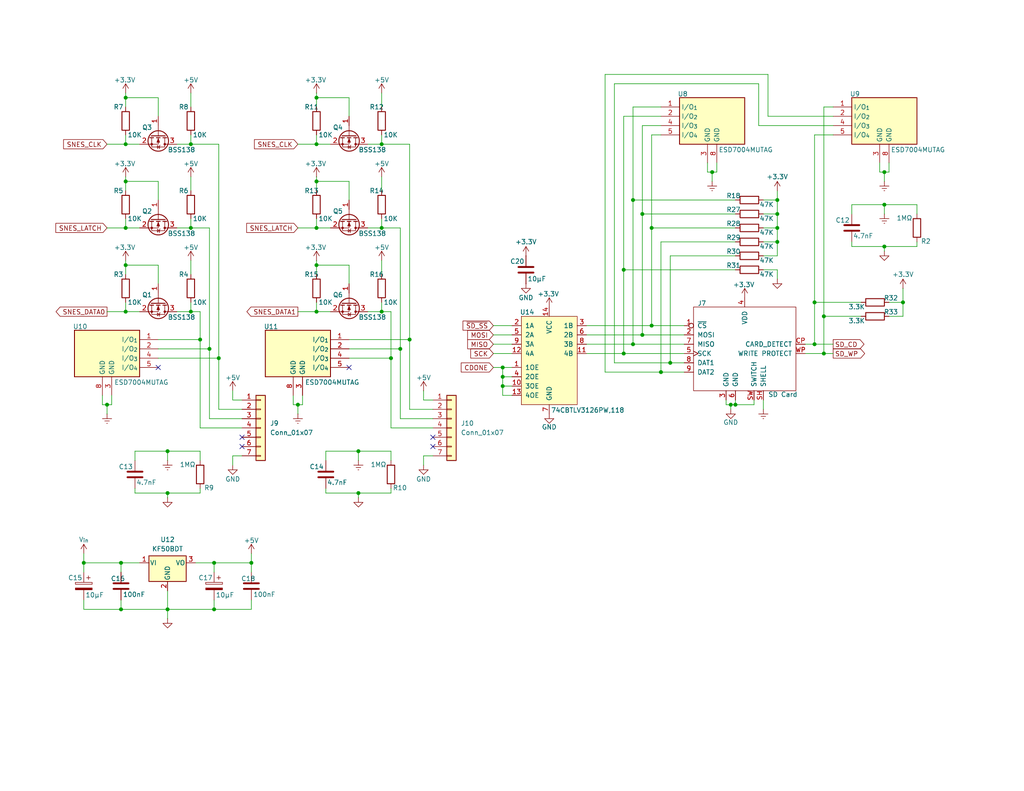
<source format=kicad_sch>
(kicad_sch
	(version 20231120)
	(generator "eeschema")
	(generator_version "8.0")
	(uuid "29e046f8-59b3-4614-b988-88d6345342bb")
	(paper "A")
	(title_block
		(title "Sentinel 65X")
		(date "2024-05-24")
		(rev "5")
		(company "Studio 8502")
	)
	
	(junction
		(at 45.72 123.19)
		(diameter 0)
		(color 0 0 0 0)
		(uuid "01e1a951-949c-470b-af0a-8f264d2756c3")
	)
	(junction
		(at 200.66 110.49)
		(diameter 0)
		(color 0 0 0 0)
		(uuid "035df516-6399-47aa-a769-605fdf64ec33")
	)
	(junction
		(at 224.79 86.36)
		(diameter 0)
		(color 0 0 0 0)
		(uuid "06eafd27-66e7-4474-83ff-b19d86458cc7")
	)
	(junction
		(at 182.88 99.06)
		(diameter 0)
		(color 0 0 0 0)
		(uuid "13a22c94-5f22-436d-8fc3-7e1168a24d35")
	)
	(junction
		(at 180.34 101.6)
		(diameter 0)
		(color 0 0 0 0)
		(uuid "14253045-7d33-40b0-9924-0105961f5df3")
	)
	(junction
		(at 22.86 153.67)
		(diameter 0)
		(color 0 0 0 0)
		(uuid "17ea092c-3ec3-49ee-a75e-85ff5f5ce829")
	)
	(junction
		(at 106.68 97.79)
		(diameter 0)
		(color 0 0 0 0)
		(uuid "1bb1a848-7569-40f5-89d9-0930aaf5140b")
	)
	(junction
		(at 199.39 110.49)
		(diameter 0)
		(color 0 0 0 0)
		(uuid "1f8babef-91c8-4025-9a09-d8dbdd3bb3ca")
	)
	(junction
		(at 58.42 166.37)
		(diameter 0)
		(color 0 0 0 0)
		(uuid "221822e9-64e9-44c4-a3b6-61cb542dffe1")
	)
	(junction
		(at 34.29 26.67)
		(diameter 0)
		(color 0 0 0 0)
		(uuid "239fb747-5538-4c87-8f87-299df60fdf0c")
	)
	(junction
		(at 109.22 95.25)
		(diameter 0)
		(color 0 0 0 0)
		(uuid "2b610a14-f889-46df-960d-7b386e0c6238")
	)
	(junction
		(at 172.72 93.98)
		(diameter 0)
		(color 0 0 0 0)
		(uuid "2f1d0b95-e2f5-4073-a3d8-542c98bb56ad")
	)
	(junction
		(at 194.31 46.99)
		(diameter 0)
		(color 0 0 0 0)
		(uuid "30bfbe77-9df8-4d7b-9003-f37ad6b44692")
	)
	(junction
		(at 224.79 96.52)
		(diameter 0)
		(color 0 0 0 0)
		(uuid "3196f8ab-71a1-4387-be8e-bf7c63f7b84b")
	)
	(junction
		(at 45.72 134.62)
		(diameter 0)
		(color 0 0 0 0)
		(uuid "364731ea-4dd1-4065-bd4a-b2fc4902d460")
	)
	(junction
		(at 86.36 72.39)
		(diameter 0)
		(color 0 0 0 0)
		(uuid "3cf36ab5-54fb-45d2-98b9-ed41aa05d1fc")
	)
	(junction
		(at 170.18 96.52)
		(diameter 0)
		(color 0 0 0 0)
		(uuid "3e6969c3-a2cf-42d1-86d9-a83397497e6e")
	)
	(junction
		(at 29.21 110.49)
		(diameter 0)
		(color 0 0 0 0)
		(uuid "3fceffa8-ab63-4b79-bfc0-265e72c70ef4")
	)
	(junction
		(at 86.36 26.67)
		(diameter 0)
		(color 0 0 0 0)
		(uuid "4d03db33-6f2a-49cb-ba4d-7bff07e64695")
	)
	(junction
		(at 137.16 100.33)
		(diameter 0)
		(color 0 0 0 0)
		(uuid "5903fd62-b8ef-493d-8d0c-5471d2bea4f0")
	)
	(junction
		(at 177.8 62.23)
		(diameter 0)
		(color 0 0 0 0)
		(uuid "5cec7c9a-4314-487f-b5ab-e27dbc8c8da2")
	)
	(junction
		(at 97.79 134.62)
		(diameter 0)
		(color 0 0 0 0)
		(uuid "5ef52268-1ac8-4e07-acae-e1d3e74457a5")
	)
	(junction
		(at 172.72 54.61)
		(diameter 0)
		(color 0 0 0 0)
		(uuid "5fdded01-c888-4852-8ff6-c81cf952b6a4")
	)
	(junction
		(at 137.16 105.41)
		(diameter 0)
		(color 0 0 0 0)
		(uuid "62e00f1a-ee98-467b-b390-859122a4f14d")
	)
	(junction
		(at 212.09 62.23)
		(diameter 0)
		(color 0 0 0 0)
		(uuid "6836fdbd-7362-4e42-9d2e-625d4bfffc3d")
	)
	(junction
		(at 170.18 73.66)
		(diameter 0)
		(color 0 0 0 0)
		(uuid "68e831b3-f300-4fca-99b4-8453e4508cc1")
	)
	(junction
		(at 212.09 66.04)
		(diameter 0)
		(color 0 0 0 0)
		(uuid "71d137df-8dcd-403c-a6e8-4e816ceb2d9f")
	)
	(junction
		(at 33.02 166.37)
		(diameter 0)
		(color 0 0 0 0)
		(uuid "723f50a6-2dc6-41b5-9c49-5225a5eec827")
	)
	(junction
		(at 104.14 39.37)
		(diameter 0)
		(color 0 0 0 0)
		(uuid "72c2e451-c9d6-4172-8c30-1d744d48fc5b")
	)
	(junction
		(at 58.42 153.67)
		(diameter 0)
		(color 0 0 0 0)
		(uuid "7b98004a-0d92-4c22-af8a-22e444a53e86")
	)
	(junction
		(at 54.61 92.71)
		(diameter 0)
		(color 0 0 0 0)
		(uuid "7df910dd-1145-4cdd-acfd-15bfdaa5d2e4")
	)
	(junction
		(at 34.29 39.37)
		(diameter 0)
		(color 0 0 0 0)
		(uuid "8bbc4f31-0216-4c25-b1db-44c128fd9f4c")
	)
	(junction
		(at 222.25 93.98)
		(diameter 0)
		(color 0 0 0 0)
		(uuid "9618b8f8-5f4c-4ddd-8889-6788cab60237")
	)
	(junction
		(at 241.3 67.31)
		(diameter 0)
		(color 0 0 0 0)
		(uuid "9b773a1d-513d-4b07-8daf-94d7b6ef9890")
	)
	(junction
		(at 86.36 62.23)
		(diameter 0)
		(color 0 0 0 0)
		(uuid "9ee4d50c-1c7d-43a4-8898-3f81bf2ab2f4")
	)
	(junction
		(at 212.09 54.61)
		(diameter 0)
		(color 0 0 0 0)
		(uuid "a13d3776-247d-4198-b656-1f8040944296")
	)
	(junction
		(at 86.36 39.37)
		(diameter 0)
		(color 0 0 0 0)
		(uuid "a152538a-48f0-4209-9387-4de0fdb7319b")
	)
	(junction
		(at 45.72 166.37)
		(diameter 0)
		(color 0 0 0 0)
		(uuid "a2899039-4e07-4801-b03f-320b9301a99e")
	)
	(junction
		(at 104.14 62.23)
		(diameter 0)
		(color 0 0 0 0)
		(uuid "a44beee9-8f20-431f-948e-02b364eaadf2")
	)
	(junction
		(at 59.69 97.79)
		(diameter 0)
		(color 0 0 0 0)
		(uuid "a57d18f5-ac26-4bf5-b93e-5ffb57e0e9d4")
	)
	(junction
		(at 175.26 91.44)
		(diameter 0)
		(color 0 0 0 0)
		(uuid "a621a799-1c25-4eed-8961-13bbd0b25d3d")
	)
	(junction
		(at 111.76 92.71)
		(diameter 0)
		(color 0 0 0 0)
		(uuid "a91e8988-13d6-47f2-8d0f-59135b192a64")
	)
	(junction
		(at 52.07 39.37)
		(diameter 0)
		(color 0 0 0 0)
		(uuid "b2f71762-4f28-48f5-ba21-5dade3766508")
	)
	(junction
		(at 241.3 46.99)
		(diameter 0)
		(color 0 0 0 0)
		(uuid "b460af24-aeec-431d-87d5-eb4b7a5c7edc")
	)
	(junction
		(at 175.26 58.42)
		(diameter 0)
		(color 0 0 0 0)
		(uuid "b5a098f2-9f18-4b30-8f3f-114e6937aad0")
	)
	(junction
		(at 34.29 85.09)
		(diameter 0)
		(color 0 0 0 0)
		(uuid "c5f9b591-f318-4a99-b832-6409fc82ff0b")
	)
	(junction
		(at 86.36 49.53)
		(diameter 0)
		(color 0 0 0 0)
		(uuid "c6da3935-6d94-4c72-97b6-ffe0866721a4")
	)
	(junction
		(at 81.28 110.49)
		(diameter 0)
		(color 0 0 0 0)
		(uuid "c719b720-889f-45fd-86d6-2263404f517b")
	)
	(junction
		(at 222.25 82.55)
		(diameter 0)
		(color 0 0 0 0)
		(uuid "cf08744e-8ef6-41b9-94d4-33f73f868a2b")
	)
	(junction
		(at 34.29 62.23)
		(diameter 0)
		(color 0 0 0 0)
		(uuid "d0b1c076-fdf3-42f2-b1a9-1df14acd06cb")
	)
	(junction
		(at 52.07 62.23)
		(diameter 0)
		(color 0 0 0 0)
		(uuid "d5e712fd-7d4d-473d-b53e-72ac3cb6c224")
	)
	(junction
		(at 34.29 72.39)
		(diameter 0)
		(color 0 0 0 0)
		(uuid "d773e685-0fe0-457b-8727-439380ffd828")
	)
	(junction
		(at 104.14 85.09)
		(diameter 0)
		(color 0 0 0 0)
		(uuid "db57956f-b595-4d41-8ad2-877119e685a9")
	)
	(junction
		(at 34.29 49.53)
		(diameter 0)
		(color 0 0 0 0)
		(uuid "de6f062a-e378-44b1-a570-ebe873d55815")
	)
	(junction
		(at 57.15 95.25)
		(diameter 0)
		(color 0 0 0 0)
		(uuid "e686b487-63fb-4c7c-88e3-23eaa8d74166")
	)
	(junction
		(at 86.36 85.09)
		(diameter 0)
		(color 0 0 0 0)
		(uuid "e93ab17e-8adb-4a13-9bb3-ed1e1dac6924")
	)
	(junction
		(at 52.07 85.09)
		(diameter 0)
		(color 0 0 0 0)
		(uuid "eae14725-1d7f-4154-931e-3396baf35995")
	)
	(junction
		(at 246.38 82.55)
		(diameter 0)
		(color 0 0 0 0)
		(uuid "ee565656-5d0e-44a4-ab5c-6a167e6f194c")
	)
	(junction
		(at 241.3 55.88)
		(diameter 0)
		(color 0 0 0 0)
		(uuid "ee7e7014-645d-47b7-b398-687174527d01")
	)
	(junction
		(at 33.02 153.67)
		(diameter 0)
		(color 0 0 0 0)
		(uuid "ef7b54f8-c10f-46b8-8e3a-81899b770ab7")
	)
	(junction
		(at 68.58 153.67)
		(diameter 0)
		(color 0 0 0 0)
		(uuid "f148803c-9f49-42b0-ab22-bbf255f32e98")
	)
	(junction
		(at 97.79 123.19)
		(diameter 0)
		(color 0 0 0 0)
		(uuid "f36f8325-5c0b-42c6-a2e1-14e979f25373")
	)
	(junction
		(at 177.8 88.9)
		(diameter 0)
		(color 0 0 0 0)
		(uuid "f4f650ba-27ea-416d-a0e0-588ac1d96ab5")
	)
	(junction
		(at 137.16 102.87)
		(diameter 0)
		(color 0 0 0 0)
		(uuid "f4ffaeb7-96ce-4877-9e17-729f425f4029")
	)
	(junction
		(at 212.09 58.42)
		(diameter 0)
		(color 0 0 0 0)
		(uuid "f8ed3a12-0874-4c9a-a6ab-b3a6a7d15ac1")
	)
	(no_connect
		(at 66.04 121.92)
		(uuid "064710a6-773c-4158-89cd-df4119c231cf")
	)
	(no_connect
		(at 95.25 100.33)
		(uuid "8f0dbcc6-cee4-493e-8509-836c2cfaeca9")
	)
	(no_connect
		(at 118.11 121.92)
		(uuid "8f922966-fd79-4ce7-8dd3-93c0f4bb4c11")
	)
	(no_connect
		(at 118.11 119.38)
		(uuid "bd548cb7-b0fc-4209-b086-5b3506930115")
	)
	(no_connect
		(at 43.18 100.33)
		(uuid "cd91f46c-baa3-4a44-9dc3-4315997a9bb1")
	)
	(no_connect
		(at 66.04 119.38)
		(uuid "e9d1776a-ed48-48aa-8f31-4ac25c76804c")
	)
	(wire
		(pts
			(xy 57.15 95.25) (xy 57.15 114.3)
		)
		(stroke
			(width 0)
			(type default)
		)
		(uuid "00ffaaa8-a9bf-45f8-84b3-0535da6e818e")
	)
	(wire
		(pts
			(xy 97.79 123.19) (xy 106.68 123.19)
		)
		(stroke
			(width 0)
			(type default)
		)
		(uuid "01cbc5cd-35f6-4ff8-a813-5aa9fa685ce6")
	)
	(wire
		(pts
			(xy 52.07 62.23) (xy 57.15 62.23)
		)
		(stroke
			(width 0)
			(type default)
		)
		(uuid "0279148a-9c0f-44ed-9b0d-e337df96ad27")
	)
	(wire
		(pts
			(xy 52.07 82.55) (xy 52.07 85.09)
		)
		(stroke
			(width 0)
			(type default)
		)
		(uuid "02eab9fd-dbbf-4da4-a8cb-1b94690a160e")
	)
	(wire
		(pts
			(xy 45.72 123.19) (xy 45.72 125.73)
		)
		(stroke
			(width 0)
			(type default)
		)
		(uuid "02f3f91c-f5c0-4bcf-b0ed-933c3c953877")
	)
	(wire
		(pts
			(xy 109.22 95.25) (xy 109.22 114.3)
		)
		(stroke
			(width 0)
			(type default)
		)
		(uuid "035fb480-de38-4b22-9b03-d7cd4324d9c6")
	)
	(wire
		(pts
			(xy 170.18 73.66) (xy 200.66 73.66)
		)
		(stroke
			(width 0)
			(type default)
		)
		(uuid "039e813b-cc3d-40a2-83c6-7240dbe8ef29")
	)
	(wire
		(pts
			(xy 33.02 153.67) (xy 38.1 153.67)
		)
		(stroke
			(width 0)
			(type default)
		)
		(uuid "03c008f2-3895-4a77-b47a-f463afebee92")
	)
	(wire
		(pts
			(xy 34.29 82.55) (xy 34.29 85.09)
		)
		(stroke
			(width 0)
			(type default)
		)
		(uuid "051e278d-336c-4400-94a0-243aeef69cef")
	)
	(wire
		(pts
			(xy 242.57 86.36) (xy 246.38 86.36)
		)
		(stroke
			(width 0)
			(type default)
		)
		(uuid "080dfa39-d6e4-40ca-a4b1-3c83ef309977")
	)
	(wire
		(pts
			(xy 95.25 72.39) (xy 95.25 77.47)
		)
		(stroke
			(width 0)
			(type default)
		)
		(uuid "0a61e915-c931-4948-bcd3-cc1ce21aecba")
	)
	(wire
		(pts
			(xy 222.25 93.98) (xy 227.33 93.98)
		)
		(stroke
			(width 0)
			(type default)
		)
		(uuid "0e94c9e2-2434-4a2c-8f10-6512c7cfd1e9")
	)
	(wire
		(pts
			(xy 97.79 123.19) (xy 97.79 125.73)
		)
		(stroke
			(width 0)
			(type default)
		)
		(uuid "0f247fe5-4b1f-4015-b517-02619c428e67")
	)
	(wire
		(pts
			(xy 137.16 102.87) (xy 139.7 102.87)
		)
		(stroke
			(width 0)
			(type default)
		)
		(uuid "0fe774f7-703e-4deb-b235-e088cd91b29c")
	)
	(wire
		(pts
			(xy 160.02 93.98) (xy 172.72 93.98)
		)
		(stroke
			(width 0)
			(type default)
		)
		(uuid "1005ec53-20e6-48e2-9815-2267926fa10b")
	)
	(wire
		(pts
			(xy 134.62 100.33) (xy 137.16 100.33)
		)
		(stroke
			(width 0)
			(type default)
		)
		(uuid "1076051d-e781-4dca-bfa1-46562df0c8ce")
	)
	(wire
		(pts
			(xy 241.3 55.88) (xy 241.3 58.42)
		)
		(stroke
			(width 0)
			(type default)
		)
		(uuid "10d436fd-b503-4ffc-aa8b-c66c5f0be609")
	)
	(wire
		(pts
			(xy 34.29 85.09) (xy 38.1 85.09)
		)
		(stroke
			(width 0)
			(type default)
		)
		(uuid "114b05e7-dc3d-4e13-84fa-731f2839e42c")
	)
	(wire
		(pts
			(xy 45.72 166.37) (xy 58.42 166.37)
		)
		(stroke
			(width 0)
			(type default)
		)
		(uuid "11a147e3-bb9a-409e-9ccc-cf48289915bf")
	)
	(wire
		(pts
			(xy 34.29 26.67) (xy 43.18 26.67)
		)
		(stroke
			(width 0)
			(type default)
		)
		(uuid "120cd13d-43e9-4110-bbf5-ace8118e1cbd")
	)
	(wire
		(pts
			(xy 29.21 110.49) (xy 29.21 113.03)
		)
		(stroke
			(width 0)
			(type default)
		)
		(uuid "16489124-8a59-4894-8eb3-c4962b051eff")
	)
	(wire
		(pts
			(xy 52.07 36.83) (xy 52.07 39.37)
		)
		(stroke
			(width 0)
			(type default)
		)
		(uuid "171ee0db-9325-4bc0-abee-bceb57a1f5ea")
	)
	(wire
		(pts
			(xy 57.15 114.3) (xy 66.04 114.3)
		)
		(stroke
			(width 0)
			(type default)
		)
		(uuid "17d923d3-19ad-4904-a140-7d59d1c4ef6b")
	)
	(wire
		(pts
			(xy 177.8 36.83) (xy 177.8 62.23)
		)
		(stroke
			(width 0)
			(type default)
		)
		(uuid "18fb7c7b-d4d6-41d1-9e15-e451ebc7c575")
	)
	(wire
		(pts
			(xy 172.72 93.98) (xy 186.69 93.98)
		)
		(stroke
			(width 0)
			(type default)
		)
		(uuid "196d78b1-2bd9-433f-a808-d384b8b75dfd")
	)
	(wire
		(pts
			(xy 198.12 109.22) (xy 198.12 110.49)
		)
		(stroke
			(width 0)
			(type default)
		)
		(uuid "19c341ac-8f4c-4c2e-b67a-df29d87de38b")
	)
	(wire
		(pts
			(xy 224.79 29.21) (xy 224.79 86.36)
		)
		(stroke
			(width 0)
			(type default)
		)
		(uuid "19eff49e-5289-4ec1-8fd6-9803cd30821d")
	)
	(wire
		(pts
			(xy 52.07 59.69) (xy 52.07 62.23)
		)
		(stroke
			(width 0)
			(type default)
		)
		(uuid "1aaf5ecb-b86c-42f7-b4e4-27f8ac356008")
	)
	(wire
		(pts
			(xy 43.18 49.53) (xy 43.18 54.61)
		)
		(stroke
			(width 0)
			(type default)
		)
		(uuid "1b45b477-7ab0-4207-b6eb-4bb469784503")
	)
	(wire
		(pts
			(xy 53.34 153.67) (xy 58.42 153.67)
		)
		(stroke
			(width 0)
			(type default)
		)
		(uuid "1b92d1c9-d556-4842-9e37-aaa0d0744eb5")
	)
	(wire
		(pts
			(xy 58.42 166.37) (xy 68.58 166.37)
		)
		(stroke
			(width 0)
			(type default)
		)
		(uuid "1beea157-d96f-4a7d-aa4f-6d3085256391")
	)
	(wire
		(pts
			(xy 175.26 58.42) (xy 175.26 91.44)
		)
		(stroke
			(width 0)
			(type default)
		)
		(uuid "1e17e40c-2dac-4b05-9056-4d1a63a95a30")
	)
	(wire
		(pts
			(xy 48.26 39.37) (xy 52.07 39.37)
		)
		(stroke
			(width 0)
			(type default)
		)
		(uuid "1ea238b8-ee8b-4131-a4b8-9e73682769d4")
	)
	(wire
		(pts
			(xy 81.28 110.49) (xy 81.28 113.03)
		)
		(stroke
			(width 0)
			(type default)
		)
		(uuid "206d27d8-d8a8-4e6d-b513-d91cc5030dc3")
	)
	(wire
		(pts
			(xy 80.01 107.95) (xy 80.01 110.49)
		)
		(stroke
			(width 0)
			(type default)
		)
		(uuid "20ac3963-6c5f-415a-b732-ec533f7443dd")
	)
	(wire
		(pts
			(xy 212.09 73.66) (xy 212.09 76.2)
		)
		(stroke
			(width 0)
			(type default)
		)
		(uuid "21d5bcc7-d810-4a88-9fe2-515a2c99ca80")
	)
	(wire
		(pts
			(xy 137.16 100.33) (xy 139.7 100.33)
		)
		(stroke
			(width 0)
			(type default)
		)
		(uuid "22555b16-33f8-4c30-ba0e-40859bec7f06")
	)
	(wire
		(pts
			(xy 33.02 153.67) (xy 33.02 156.21)
		)
		(stroke
			(width 0)
			(type default)
		)
		(uuid "22c9a80a-70f5-42af-a186-e9980524571b")
	)
	(wire
		(pts
			(xy 224.79 86.36) (xy 224.79 96.52)
		)
		(stroke
			(width 0)
			(type default)
		)
		(uuid "236e5bce-5d3e-4438-904d-d5780ec34f8e")
	)
	(wire
		(pts
			(xy 68.58 163.83) (xy 68.58 166.37)
		)
		(stroke
			(width 0)
			(type default)
		)
		(uuid "239d518f-b6fb-4c38-bb29-47e4266ca318")
	)
	(wire
		(pts
			(xy 81.28 85.09) (xy 86.36 85.09)
		)
		(stroke
			(width 0)
			(type default)
		)
		(uuid "26543cc7-7e4b-4a8e-b385-759dcdcf6715")
	)
	(wire
		(pts
			(xy 177.8 88.9) (xy 186.69 88.9)
		)
		(stroke
			(width 0)
			(type default)
		)
		(uuid "26618767-0d57-4957-8402-b725337ba03a")
	)
	(wire
		(pts
			(xy 232.41 67.31) (xy 241.3 67.31)
		)
		(stroke
			(width 0)
			(type default)
		)
		(uuid "28e3fc75-af9d-47bd-b7b7-e9a9dd101530")
	)
	(wire
		(pts
			(xy 106.68 116.84) (xy 118.11 116.84)
		)
		(stroke
			(width 0)
			(type default)
		)
		(uuid "2ce6137b-eb24-4da5-bac1-721d42a45d88")
	)
	(wire
		(pts
			(xy 224.79 86.36) (xy 234.95 86.36)
		)
		(stroke
			(width 0)
			(type default)
		)
		(uuid "2df484e8-9843-4e0e-ad85-afc10d7120d7")
	)
	(wire
		(pts
			(xy 63.5 124.46) (xy 63.5 127)
		)
		(stroke
			(width 0)
			(type default)
		)
		(uuid "317135f6-acfe-440c-8dc3-768fb1c57a96")
	)
	(wire
		(pts
			(xy 222.25 82.55) (xy 222.25 93.98)
		)
		(stroke
			(width 0)
			(type default)
		)
		(uuid "33e6f339-ece9-4b79-8848-e8eee0a23841")
	)
	(wire
		(pts
			(xy 81.28 110.49) (xy 80.01 110.49)
		)
		(stroke
			(width 0)
			(type default)
		)
		(uuid "3429e659-b39d-40e9-8a5b-4a67cf6a0887")
	)
	(wire
		(pts
			(xy 34.29 25.4) (xy 34.29 26.67)
		)
		(stroke
			(width 0)
			(type default)
		)
		(uuid "34a069a8-b70b-470d-9f3d-83e03cec30e5")
	)
	(wire
		(pts
			(xy 54.61 134.62) (xy 54.61 133.35)
		)
		(stroke
			(width 0)
			(type default)
		)
		(uuid "3615ad7b-0323-42a2-90e1-c735d1d06acc")
	)
	(wire
		(pts
			(xy 172.72 54.61) (xy 172.72 93.98)
		)
		(stroke
			(width 0)
			(type default)
		)
		(uuid "38830344-6050-4e9a-a356-684d300a6235")
	)
	(wire
		(pts
			(xy 36.83 134.62) (xy 36.83 133.35)
		)
		(stroke
			(width 0)
			(type default)
		)
		(uuid "3b1cf15d-052b-4c28-8ed9-67435119fe73")
	)
	(wire
		(pts
			(xy 30.48 107.95) (xy 30.48 110.49)
		)
		(stroke
			(width 0)
			(type default)
		)
		(uuid "3b96bbf7-399f-4c09-ba16-50cc958350cc")
	)
	(wire
		(pts
			(xy 34.29 72.39) (xy 43.18 72.39)
		)
		(stroke
			(width 0)
			(type default)
		)
		(uuid "3c54b918-2365-4fbb-bdcd-b4ba9e5dff30")
	)
	(wire
		(pts
			(xy 100.33 39.37) (xy 104.14 39.37)
		)
		(stroke
			(width 0)
			(type default)
		)
		(uuid "3cf9a580-9656-4e30-a58f-696dc50a4d34")
	)
	(wire
		(pts
			(xy 36.83 134.62) (xy 45.72 134.62)
		)
		(stroke
			(width 0)
			(type default)
		)
		(uuid "3df8b202-7ee2-4bdc-88d8-ee001e7a5bba")
	)
	(wire
		(pts
			(xy 45.72 134.62) (xy 54.61 134.62)
		)
		(stroke
			(width 0)
			(type default)
		)
		(uuid "3e4bfa63-f742-4e29-85f5-17bd96f9b509")
	)
	(wire
		(pts
			(xy 45.72 161.29) (xy 45.72 166.37)
		)
		(stroke
			(width 0)
			(type default)
		)
		(uuid "3f52fe0b-3e0a-4bea-bae1-bb842f5eea85")
	)
	(wire
		(pts
			(xy 45.72 134.62) (xy 45.72 135.89)
		)
		(stroke
			(width 0)
			(type default)
		)
		(uuid "400564e8-0feb-4417-ae2e-1204be583ff9")
	)
	(wire
		(pts
			(xy 207.01 22.86) (xy 207.01 34.29)
		)
		(stroke
			(width 0)
			(type default)
		)
		(uuid "40b733a3-b7e7-41ac-8753-eb9e26ed773a")
	)
	(wire
		(pts
			(xy 86.36 49.53) (xy 95.25 49.53)
		)
		(stroke
			(width 0)
			(type default)
		)
		(uuid "41355e23-ebe7-467a-961c-c7ce9a4cd606")
	)
	(wire
		(pts
			(xy 45.72 166.37) (xy 45.72 168.91)
		)
		(stroke
			(width 0)
			(type default)
		)
		(uuid "421d4f7b-9fbe-4ac7-bb02-be1651a8efa5")
	)
	(wire
		(pts
			(xy 86.36 26.67) (xy 86.36 29.21)
		)
		(stroke
			(width 0)
			(type default)
		)
		(uuid "42615c0c-d452-40eb-8a94-9a64e98c1307")
	)
	(wire
		(pts
			(xy 175.26 34.29) (xy 180.34 34.29)
		)
		(stroke
			(width 0)
			(type default)
		)
		(uuid "42aa5f9e-c2b9-426c-b8ee-0379f28c8e9b")
	)
	(wire
		(pts
			(xy 86.36 49.53) (xy 86.36 52.07)
		)
		(stroke
			(width 0)
			(type default)
		)
		(uuid "43b6d189-d2b0-4b9b-8194-2a1c59997b7a")
	)
	(wire
		(pts
			(xy 111.76 111.76) (xy 118.11 111.76)
		)
		(stroke
			(width 0)
			(type default)
		)
		(uuid "45b20dc1-e4de-4dd3-9699-4fdbf440228f")
	)
	(wire
		(pts
			(xy 194.31 46.99) (xy 195.58 46.99)
		)
		(stroke
			(width 0)
			(type default)
		)
		(uuid "45cea6ff-1d3b-4fd5-a585-e69a86e1f7c6")
	)
	(wire
		(pts
			(xy 208.28 58.42) (xy 212.09 58.42)
		)
		(stroke
			(width 0)
			(type default)
		)
		(uuid "485acf8a-4ec3-40db-b66a-84b76c30bc07")
	)
	(wire
		(pts
			(xy 172.72 54.61) (xy 200.66 54.61)
		)
		(stroke
			(width 0)
			(type default)
		)
		(uuid "488e3fb3-c6ff-4261-be39-9b327f26c652")
	)
	(wire
		(pts
			(xy 34.29 39.37) (xy 38.1 39.37)
		)
		(stroke
			(width 0)
			(type default)
		)
		(uuid "49e0fd81-624e-49af-9306-11079f3c357d")
	)
	(wire
		(pts
			(xy 29.21 62.23) (xy 34.29 62.23)
		)
		(stroke
			(width 0)
			(type default)
		)
		(uuid "4a4a146c-52d3-494c-a496-1af1a6286541")
	)
	(wire
		(pts
			(xy 95.25 26.67) (xy 95.25 31.75)
		)
		(stroke
			(width 0)
			(type default)
		)
		(uuid "4a5cfe36-1ea0-4832-949b-c932828e657d")
	)
	(wire
		(pts
			(xy 34.29 62.23) (xy 38.1 62.23)
		)
		(stroke
			(width 0)
			(type default)
		)
		(uuid "4acc20ab-0ed4-40cd-a495-b2856a173b60")
	)
	(wire
		(pts
			(xy 241.3 67.31) (xy 241.3 68.58)
		)
		(stroke
			(width 0)
			(type default)
		)
		(uuid "4bfd3944-ee86-403d-a6cf-d7d15fa3c9f9")
	)
	(wire
		(pts
			(xy 134.62 91.44) (xy 139.7 91.44)
		)
		(stroke
			(width 0)
			(type default)
		)
		(uuid "4e51d944-09e9-4fdb-9a3c-4f0b6ff0da7a")
	)
	(wire
		(pts
			(xy 88.9 134.62) (xy 97.79 134.62)
		)
		(stroke
			(width 0)
			(type default)
		)
		(uuid "4f7a1e11-e13a-4d78-a75e-372bcaa94cba")
	)
	(wire
		(pts
			(xy 54.61 92.71) (xy 43.18 92.71)
		)
		(stroke
			(width 0)
			(type default)
		)
		(uuid "5095c2d3-6e9e-46dd-be33-7adc2e613527")
	)
	(wire
		(pts
			(xy 242.57 44.45) (xy 242.57 46.99)
		)
		(stroke
			(width 0)
			(type default)
		)
		(uuid "51610a9c-e69e-4bbe-a814-fc0e351bf07f")
	)
	(wire
		(pts
			(xy 165.1 20.32) (xy 165.1 101.6)
		)
		(stroke
			(width 0)
			(type default)
		)
		(uuid "51abd9f1-82da-4450-b961-4ccf209e649b")
	)
	(wire
		(pts
			(xy 208.28 69.85) (xy 212.09 69.85)
		)
		(stroke
			(width 0)
			(type default)
		)
		(uuid "5385f56c-9ea8-41c5-9412-6654eb2bd300")
	)
	(wire
		(pts
			(xy 48.26 62.23) (xy 52.07 62.23)
		)
		(stroke
			(width 0)
			(type default)
		)
		(uuid "547d0ef3-554c-4a44-b23f-dd7def0bee97")
	)
	(wire
		(pts
			(xy 241.3 55.88) (xy 250.19 55.88)
		)
		(stroke
			(width 0)
			(type default)
		)
		(uuid "54e297bd-13d4-4033-913b-f97a0f092003")
	)
	(wire
		(pts
			(xy 199.39 110.49) (xy 199.39 111.76)
		)
		(stroke
			(width 0)
			(type default)
		)
		(uuid "5565f527-0c66-4998-9ea9-0ce553ef8df7")
	)
	(wire
		(pts
			(xy 246.38 82.55) (xy 246.38 86.36)
		)
		(stroke
			(width 0)
			(type default)
		)
		(uuid "5568c4de-7c35-42d8-b6eb-124b64aa5355")
	)
	(wire
		(pts
			(xy 22.86 153.67) (xy 22.86 156.21)
		)
		(stroke
			(width 0)
			(type default)
		)
		(uuid "5599a2fa-f1e8-4ee4-93db-69bb444f1458")
	)
	(wire
		(pts
			(xy 68.58 151.13) (xy 68.58 153.67)
		)
		(stroke
			(width 0)
			(type default)
		)
		(uuid "56a0cd41-dfd2-451e-8f8c-78654bdf8e62")
	)
	(wire
		(pts
			(xy 104.14 62.23) (xy 109.22 62.23)
		)
		(stroke
			(width 0)
			(type default)
		)
		(uuid "57f28600-933a-4162-9d6f-3af38869c7a7")
	)
	(wire
		(pts
			(xy 104.14 39.37) (xy 111.76 39.37)
		)
		(stroke
			(width 0)
			(type default)
		)
		(uuid "59675c43-ad60-499c-bcdc-811df06ec64f")
	)
	(wire
		(pts
			(xy 195.58 44.45) (xy 195.58 46.99)
		)
		(stroke
			(width 0)
			(type default)
		)
		(uuid "5a002244-1234-4e73-a1c5-bbdbfd00040e")
	)
	(wire
		(pts
			(xy 88.9 123.19) (xy 97.79 123.19)
		)
		(stroke
			(width 0)
			(type default)
		)
		(uuid "5c212eec-e6ff-4e1a-935f-a97e8a5b4299")
	)
	(wire
		(pts
			(xy 209.55 20.32) (xy 209.55 31.75)
		)
		(stroke
			(width 0)
			(type default)
		)
		(uuid "5c359c62-3df2-4f71-8967-ab44a400203d")
	)
	(wire
		(pts
			(xy 180.34 101.6) (xy 186.69 101.6)
		)
		(stroke
			(width 0)
			(type default)
		)
		(uuid "5c6518f3-ed43-40b8-a524-27cb2415c793")
	)
	(wire
		(pts
			(xy 193.04 46.99) (xy 194.31 46.99)
		)
		(stroke
			(width 0)
			(type default)
		)
		(uuid "5ccf3a1c-6481-4586-b391-088c28eb54bd")
	)
	(wire
		(pts
			(xy 57.15 62.23) (xy 57.15 95.25)
		)
		(stroke
			(width 0)
			(type default)
		)
		(uuid "5f697736-b909-4d4b-9c63-416c502aa8ac")
	)
	(wire
		(pts
			(xy 86.36 26.67) (xy 95.25 26.67)
		)
		(stroke
			(width 0)
			(type default)
		)
		(uuid "61027359-8ff8-4ecb-b4df-538e2985bfbf")
	)
	(wire
		(pts
			(xy 81.28 39.37) (xy 86.36 39.37)
		)
		(stroke
			(width 0)
			(type default)
		)
		(uuid "62c3e0a9-a17c-46f7-90c8-1a2ed2e70281")
	)
	(wire
		(pts
			(xy 95.25 49.53) (xy 95.25 54.61)
		)
		(stroke
			(width 0)
			(type default)
		)
		(uuid "62e991ba-f197-42ee-a499-473f0784eb0f")
	)
	(wire
		(pts
			(xy 109.22 62.23) (xy 109.22 95.25)
		)
		(stroke
			(width 0)
			(type default)
		)
		(uuid "63bd1676-03a4-4c9d-9b9c-115a6d7ecea5")
	)
	(wire
		(pts
			(xy 134.62 93.98) (xy 139.7 93.98)
		)
		(stroke
			(width 0)
			(type default)
		)
		(uuid "66fd6262-e80a-4c9b-a8de-5d4b9547da64")
	)
	(wire
		(pts
			(xy 81.28 62.23) (xy 86.36 62.23)
		)
		(stroke
			(width 0)
			(type default)
		)
		(uuid "679320f5-dbdc-458b-b617-919685d534e0")
	)
	(wire
		(pts
			(xy 175.26 58.42) (xy 200.66 58.42)
		)
		(stroke
			(width 0)
			(type default)
		)
		(uuid "68a96196-f908-4062-a819-84d518277d4b")
	)
	(wire
		(pts
			(xy 86.36 71.12) (xy 86.36 72.39)
		)
		(stroke
			(width 0)
			(type default)
		)
		(uuid "69f00551-4a4c-4269-b490-1b7b4383a700")
	)
	(wire
		(pts
			(xy 33.02 166.37) (xy 45.72 166.37)
		)
		(stroke
			(width 0)
			(type default)
		)
		(uuid "6b15de64-581b-4f77-9039-0b183505302c")
	)
	(wire
		(pts
			(xy 43.18 72.39) (xy 43.18 77.47)
		)
		(stroke
			(width 0)
			(type default)
		)
		(uuid "6bd46b49-7312-40c7-8136-eb67738c1fcf")
	)
	(wire
		(pts
			(xy 30.48 110.49) (xy 29.21 110.49)
		)
		(stroke
			(width 0)
			(type default)
		)
		(uuid "6ce18552-5f8d-44a8-9649-08702ee29a8c")
	)
	(wire
		(pts
			(xy 52.07 71.12) (xy 52.07 74.93)
		)
		(stroke
			(width 0)
			(type default)
		)
		(uuid "70a9020d-1931-45ba-9390-9a254839825e")
	)
	(wire
		(pts
			(xy 241.3 46.99) (xy 241.3 49.53)
		)
		(stroke
			(width 0)
			(type default)
		)
		(uuid "722741bc-4f1d-40f2-be40-baa53b179e09")
	)
	(wire
		(pts
			(xy 86.36 59.69) (xy 86.36 62.23)
		)
		(stroke
			(width 0)
			(type default)
		)
		(uuid "740108ef-79ff-4660-86b7-7b5fb8d0676b")
	)
	(wire
		(pts
			(xy 104.14 59.69) (xy 104.14 62.23)
		)
		(stroke
			(width 0)
			(type default)
		)
		(uuid "7408e0b0-f8f7-430f-9f27-294d4366967f")
	)
	(wire
		(pts
			(xy 198.12 110.49) (xy 199.39 110.49)
		)
		(stroke
			(width 0)
			(type default)
		)
		(uuid "74388e0e-0701-4ff7-bf99-b2748c44d4ba")
	)
	(wire
		(pts
			(xy 22.86 163.83) (xy 22.86 166.37)
		)
		(stroke
			(width 0)
			(type default)
		)
		(uuid "75bd7039-ba6a-4c8a-8058-4280d74ea9b5")
	)
	(wire
		(pts
			(xy 54.61 116.84) (xy 66.04 116.84)
		)
		(stroke
			(width 0)
			(type default)
		)
		(uuid "7688a589-3ff4-4530-b194-90b66938e08a")
	)
	(wire
		(pts
			(xy 82.55 107.95) (xy 82.55 110.49)
		)
		(stroke
			(width 0)
			(type default)
		)
		(uuid "78af61ea-1f31-4caf-9ee0-e85309c40ee8")
	)
	(wire
		(pts
			(xy 165.1 20.32) (xy 209.55 20.32)
		)
		(stroke
			(width 0)
			(type default)
		)
		(uuid "7991c6a2-0d61-4c93-8f60-7319e07f28d2")
	)
	(wire
		(pts
			(xy 29.21 85.09) (xy 34.29 85.09)
		)
		(stroke
			(width 0)
			(type default)
		)
		(uuid "7a36391f-e561-4bb1-9632-ba6fd895541d")
	)
	(wire
		(pts
			(xy 104.14 36.83) (xy 104.14 39.37)
		)
		(stroke
			(width 0)
			(type default)
		)
		(uuid "7afce6d0-da21-4912-b317-6e611cc6a80d")
	)
	(wire
		(pts
			(xy 43.18 26.67) (xy 43.18 31.75)
		)
		(stroke
			(width 0)
			(type default)
		)
		(uuid "7d63ce5e-0119-41ac-8341-8a30cdfc0e0d")
	)
	(wire
		(pts
			(xy 134.62 88.9) (xy 139.7 88.9)
		)
		(stroke
			(width 0)
			(type default)
		)
		(uuid "7fa772f3-63f8-4e75-8725-c62759685c64")
	)
	(wire
		(pts
			(xy 54.61 123.19) (xy 54.61 125.73)
		)
		(stroke
			(width 0)
			(type default)
		)
		(uuid "7fb90934-7ef9-4b09-9eb5-506f8faa692e")
	)
	(wire
		(pts
			(xy 86.36 62.23) (xy 90.17 62.23)
		)
		(stroke
			(width 0)
			(type default)
		)
		(uuid "842b4650-7e1c-4f83-aa9d-f566e4a05185")
	)
	(wire
		(pts
			(xy 63.5 124.46) (xy 66.04 124.46)
		)
		(stroke
			(width 0)
			(type default)
		)
		(uuid "84d30241-ec33-41e2-9267-5cd2b76809b1")
	)
	(wire
		(pts
			(xy 165.1 101.6) (xy 180.34 101.6)
		)
		(stroke
			(width 0)
			(type default)
		)
		(uuid "87368f12-5792-453f-ab90-ade9dec35497")
	)
	(wire
		(pts
			(xy 104.14 48.26) (xy 104.14 52.07)
		)
		(stroke
			(width 0)
			(type default)
		)
		(uuid "87420abf-108e-4c24-9852-d35ae3ef17de")
	)
	(wire
		(pts
			(xy 86.36 72.39) (xy 95.25 72.39)
		)
		(stroke
			(width 0)
			(type default)
		)
		(uuid "899b7743-939b-4fb3-9712-ff2be127f45d")
	)
	(wire
		(pts
			(xy 240.03 44.45) (xy 240.03 46.99)
		)
		(stroke
			(width 0)
			(type default)
		)
		(uuid "89d634b3-1cc2-4dcb-8db8-ee74c12a33f2")
	)
	(wire
		(pts
			(xy 134.62 96.52) (xy 139.7 96.52)
		)
		(stroke
			(width 0)
			(type default)
		)
		(uuid "8a84ff28-9a7c-478d-beaf-bfde6ff1e491")
	)
	(wire
		(pts
			(xy 88.9 134.62) (xy 88.9 133.35)
		)
		(stroke
			(width 0)
			(type default)
		)
		(uuid "8bfd41c9-d776-4ff4-a673-241bf6af45cf")
	)
	(wire
		(pts
			(xy 170.18 31.75) (xy 180.34 31.75)
		)
		(stroke
			(width 0)
			(type default)
		)
		(uuid "8c110e8a-c93c-4e43-b33f-ce4673a41d36")
	)
	(wire
		(pts
			(xy 22.86 151.13) (xy 22.86 153.67)
		)
		(stroke
			(width 0)
			(type default)
		)
		(uuid "8e09a1f2-da62-44ca-abd0-4ff8ee3335c7")
	)
	(wire
		(pts
			(xy 106.68 97.79) (xy 106.68 116.84)
		)
		(stroke
			(width 0)
			(type default)
		)
		(uuid "917052cf-279c-44a1-968b-d26b3b133fdb")
	)
	(wire
		(pts
			(xy 68.58 153.67) (xy 68.58 156.21)
		)
		(stroke
			(width 0)
			(type default)
		)
		(uuid "92031c3a-8fa5-47af-ac4d-9129c96f1cdf")
	)
	(wire
		(pts
			(xy 29.21 39.37) (xy 34.29 39.37)
		)
		(stroke
			(width 0)
			(type default)
		)
		(uuid "9234cc37-0161-4bc9-9eb1-9f8d055863d7")
	)
	(wire
		(pts
			(xy 167.64 22.86) (xy 167.64 99.06)
		)
		(stroke
			(width 0)
			(type default)
		)
		(uuid "928e0e11-38ef-47b4-8e02-358bda56a61d")
	)
	(wire
		(pts
			(xy 232.41 55.88) (xy 232.41 58.42)
		)
		(stroke
			(width 0)
			(type default)
		)
		(uuid "93d36579-bcc3-47e8-a545-2cffd4e1dc63")
	)
	(wire
		(pts
			(xy 193.04 44.45) (xy 193.04 46.99)
		)
		(stroke
			(width 0)
			(type default)
		)
		(uuid "949f8daa-5238-4565-88a0-14c812232d79")
	)
	(wire
		(pts
			(xy 104.14 25.4) (xy 104.14 29.21)
		)
		(stroke
			(width 0)
			(type default)
		)
		(uuid "96be05be-c6bc-4a4c-b98b-cd418e7f1792")
	)
	(wire
		(pts
			(xy 167.64 22.86) (xy 207.01 22.86)
		)
		(stroke
			(width 0)
			(type default)
		)
		(uuid "96e8ad61-3004-4ba8-8080-27f52e5fbf5e")
	)
	(wire
		(pts
			(xy 182.88 69.85) (xy 200.66 69.85)
		)
		(stroke
			(width 0)
			(type default)
		)
		(uuid "981a9d0a-94c2-4678-8e95-e52cdd90b342")
	)
	(wire
		(pts
			(xy 182.88 99.06) (xy 186.69 99.06)
		)
		(stroke
			(width 0)
			(type default)
		)
		(uuid "9860dfb9-ab6f-4100-82c8-27b969e3ce6a")
	)
	(wire
		(pts
			(xy 54.61 92.71) (xy 54.61 116.84)
		)
		(stroke
			(width 0)
			(type default)
		)
		(uuid "99ee5a96-df07-4f00-a806-8a6f9650300a")
	)
	(wire
		(pts
			(xy 34.29 72.39) (xy 34.29 74.93)
		)
		(stroke
			(width 0)
			(type default)
		)
		(uuid "9c30dc09-ee90-405b-91f4-70cbd0a448d4")
	)
	(wire
		(pts
			(xy 240.03 46.99) (xy 241.3 46.99)
		)
		(stroke
			(width 0)
			(type default)
		)
		(uuid "9c5fe375-29d8-42b3-b120-7ed427f2951f")
	)
	(wire
		(pts
			(xy 160.02 96.52) (xy 170.18 96.52)
		)
		(stroke
			(width 0)
			(type default)
		)
		(uuid "9c823f8c-0766-404f-8eee-377ef16faf46")
	)
	(wire
		(pts
			(xy 97.79 134.62) (xy 97.79 135.89)
		)
		(stroke
			(width 0)
			(type default)
		)
		(uuid "9f8c14a9-6c38-4adf-b9e9-42a2201389d0")
	)
	(wire
		(pts
			(xy 100.33 62.23) (xy 104.14 62.23)
		)
		(stroke
			(width 0)
			(type default)
		)
		(uuid "9f95c37c-9149-425f-a234-cacea1cdcb63")
	)
	(wire
		(pts
			(xy 212.09 58.42) (xy 212.09 62.23)
		)
		(stroke
			(width 0)
			(type default)
		)
		(uuid "a09479c8-595c-482b-9d7b-31c33f49e8c0")
	)
	(wire
		(pts
			(xy 52.07 85.09) (xy 54.61 85.09)
		)
		(stroke
			(width 0)
			(type default)
		)
		(uuid "a153ec93-49df-4e3a-abee-f26021585e62")
	)
	(wire
		(pts
			(xy 86.36 72.39) (xy 86.36 74.93)
		)
		(stroke
			(width 0)
			(type default)
		)
		(uuid "a24562e9-eed7-4ee8-afbc-e270e5240a47")
	)
	(wire
		(pts
			(xy 82.55 110.49) (xy 81.28 110.49)
		)
		(stroke
			(width 0)
			(type default)
		)
		(uuid "a41455db-d370-47d9-a854-dfd811790b68")
	)
	(wire
		(pts
			(xy 177.8 62.23) (xy 177.8 88.9)
		)
		(stroke
			(width 0)
			(type default)
		)
		(uuid "a53f6006-0ac6-43d3-a5e2-32278b18a6b7")
	)
	(wire
		(pts
			(xy 34.29 59.69) (xy 34.29 62.23)
		)
		(stroke
			(width 0)
			(type default)
		)
		(uuid "a5c0a17c-dc1c-4284-93c8-fe772072f165")
	)
	(wire
		(pts
			(xy 222.25 36.83) (xy 227.33 36.83)
		)
		(stroke
			(width 0)
			(type default)
		)
		(uuid "a64176d8-333a-444b-ad88-083606fa2b32")
	)
	(wire
		(pts
			(xy 224.79 29.21) (xy 227.33 29.21)
		)
		(stroke
			(width 0)
			(type default)
		)
		(uuid "a7c61ba8-288b-4f3c-9afe-dcb2d4f7c786")
	)
	(wire
		(pts
			(xy 167.64 99.06) (xy 182.88 99.06)
		)
		(stroke
			(width 0)
			(type default)
		)
		(uuid "a87728b9-df29-4197-bacd-df3151351954")
	)
	(wire
		(pts
			(xy 170.18 31.75) (xy 170.18 73.66)
		)
		(stroke
			(width 0)
			(type default)
		)
		(uuid "a8937b52-1df6-413a-8d64-08eb1940a6a3")
	)
	(wire
		(pts
			(xy 177.8 36.83) (xy 180.34 36.83)
		)
		(stroke
			(width 0)
			(type default)
		)
		(uuid "a894062c-2227-4cbf-a0d5-2354cd8c73b3")
	)
	(wire
		(pts
			(xy 232.41 55.88) (xy 241.3 55.88)
		)
		(stroke
			(width 0)
			(type default)
		)
		(uuid "a94ba5f8-1541-4ba0-b789-05c6af389cd2")
	)
	(wire
		(pts
			(xy 109.22 114.3) (xy 118.11 114.3)
		)
		(stroke
			(width 0)
			(type default)
		)
		(uuid "a9fe93c0-b8de-4da9-afbc-4d3be3c94edf")
	)
	(wire
		(pts
			(xy 241.3 46.99) (xy 242.57 46.99)
		)
		(stroke
			(width 0)
			(type default)
		)
		(uuid "ad8195d8-e1e0-4d93-bd54-687ee3e10b23")
	)
	(wire
		(pts
			(xy 180.34 66.04) (xy 180.34 101.6)
		)
		(stroke
			(width 0)
			(type default)
		)
		(uuid "ad86df41-c222-4999-9bbb-33f74ed7aec5")
	)
	(wire
		(pts
			(xy 242.57 82.55) (xy 246.38 82.55)
		)
		(stroke
			(width 0)
			(type default)
		)
		(uuid "adb51759-680f-4ef4-9c91-4b28eda9484d")
	)
	(wire
		(pts
			(xy 63.5 109.22) (xy 66.04 109.22)
		)
		(stroke
			(width 0)
			(type default)
		)
		(uuid "ae4033ab-60e6-4b80-baa1-3f87b62d672a")
	)
	(wire
		(pts
			(xy 209.55 31.75) (xy 227.33 31.75)
		)
		(stroke
			(width 0)
			(type default)
		)
		(uuid "af528fca-29b6-4e4d-b950-754e4f3717d9")
	)
	(wire
		(pts
			(xy 241.3 67.31) (xy 250.19 67.31)
		)
		(stroke
			(width 0)
			(type default)
		)
		(uuid "b19de814-82fc-461b-b600-d1c8004e5737")
	)
	(wire
		(pts
			(xy 111.76 92.71) (xy 111.76 111.76)
		)
		(stroke
			(width 0)
			(type default)
		)
		(uuid "b2afa73f-b3e5-4a5f-a2d4-f39cff79a66a")
	)
	(wire
		(pts
			(xy 54.61 85.09) (xy 54.61 92.71)
		)
		(stroke
			(width 0)
			(type default)
		)
		(uuid "b2b5224f-a414-453c-9872-6530e8757646")
	)
	(wire
		(pts
			(xy 58.42 153.67) (xy 58.42 156.21)
		)
		(stroke
			(width 0)
			(type default)
		)
		(uuid "b2e066aa-f3f4-42f7-afa4-1a3e0fb0b355")
	)
	(wire
		(pts
			(xy 63.5 106.68) (xy 63.5 109.22)
		)
		(stroke
			(width 0)
			(type default)
		)
		(uuid "b428b456-6fe0-41a6-b612-fb30fde38742")
	)
	(wire
		(pts
			(xy 172.72 29.21) (xy 180.34 29.21)
		)
		(stroke
			(width 0)
			(type default)
		)
		(uuid "b4b4b85a-8cf5-4145-b721-b3fe7e32c4e0")
	)
	(wire
		(pts
			(xy 86.36 48.26) (xy 86.36 49.53)
		)
		(stroke
			(width 0)
			(type default)
		)
		(uuid "b52cf584-cbf4-46a3-9a1b-38614cdb9758")
	)
	(wire
		(pts
			(xy 104.14 82.55) (xy 104.14 85.09)
		)
		(stroke
			(width 0)
			(type default)
		)
		(uuid "b566dabf-61f8-4c59-ac5d-005cb2fc5496")
	)
	(wire
		(pts
			(xy 205.74 109.22) (xy 205.74 110.49)
		)
		(stroke
			(width 0)
			(type default)
		)
		(uuid "b71ea4fa-8448-4c4e-94f4-cb081bfa6dc7")
	)
	(wire
		(pts
			(xy 194.31 46.99) (xy 194.31 49.53)
		)
		(stroke
			(width 0)
			(type default)
		)
		(uuid "b726d0e9-a2cf-44b6-bd6a-08750c6771a9")
	)
	(wire
		(pts
			(xy 95.25 97.79) (xy 106.68 97.79)
		)
		(stroke
			(width 0)
			(type default)
		)
		(uuid "b78f873b-b4f1-46c1-96ed-21e47b9e889e")
	)
	(wire
		(pts
			(xy 222.25 82.55) (xy 234.95 82.55)
		)
		(stroke
			(width 0)
			(type default)
		)
		(uuid "b7b1d3d0-8bc9-484c-88df-e39c5f9e3a34")
	)
	(wire
		(pts
			(xy 109.22 95.25) (xy 95.25 95.25)
		)
		(stroke
			(width 0)
			(type default)
		)
		(uuid "b7fa4588-ddfb-417b-ab30-18b92595daea")
	)
	(wire
		(pts
			(xy 222.25 36.83) (xy 222.25 82.55)
		)
		(stroke
			(width 0)
			(type default)
		)
		(uuid "b8397d10-c5fd-4721-81dc-3abc27da72a6")
	)
	(wire
		(pts
			(xy 58.42 153.67) (xy 68.58 153.67)
		)
		(stroke
			(width 0)
			(type default)
		)
		(uuid "b868024e-d19b-44d0-9467-c459a1a95b90")
	)
	(wire
		(pts
			(xy 224.79 96.52) (xy 227.33 96.52)
		)
		(stroke
			(width 0)
			(type default)
		)
		(uuid "b982dd56-27c2-4c2c-bd62-1fc120a5ff8b")
	)
	(wire
		(pts
			(xy 34.29 36.83) (xy 34.29 39.37)
		)
		(stroke
			(width 0)
			(type default)
		)
		(uuid "ba0884f5-404c-416c-b3e0-945733d6b0b7")
	)
	(wire
		(pts
			(xy 208.28 109.22) (xy 208.28 111.76)
		)
		(stroke
			(width 0)
			(type default)
		)
		(uuid "ba6642a2-e138-45cb-84ff-2e0c5e713c4c")
	)
	(wire
		(pts
			(xy 137.16 107.95) (xy 139.7 107.95)
		)
		(stroke
			(width 0)
			(type default)
		)
		(uuid "bcc4af7e-0221-4e3c-8b19-84c18e3198bd")
	)
	(wire
		(pts
			(xy 208.28 66.04) (xy 212.09 66.04)
		)
		(stroke
			(width 0)
			(type default)
		)
		(uuid "bf41b780-03e8-4b91-84f5-c583507615d2")
	)
	(wire
		(pts
			(xy 170.18 73.66) (xy 170.18 96.52)
		)
		(stroke
			(width 0)
			(type default)
		)
		(uuid "c077b414-92ba-4b2d-9abe-e135cef0c5e2")
	)
	(wire
		(pts
			(xy 22.86 166.37) (xy 33.02 166.37)
		)
		(stroke
			(width 0)
			(type default)
		)
		(uuid "c1f064a3-d362-4d92-810f-e7d47041f7bc")
	)
	(wire
		(pts
			(xy 34.29 49.53) (xy 43.18 49.53)
		)
		(stroke
			(width 0)
			(type default)
		)
		(uuid "c231a2c3-518a-41b2-8d8b-94bef92001ab")
	)
	(wire
		(pts
			(xy 58.42 163.83) (xy 58.42 166.37)
		)
		(stroke
			(width 0)
			(type default)
		)
		(uuid "c27c933e-0a38-430c-bfcb-ac467d1d5287")
	)
	(wire
		(pts
			(xy 86.36 36.83) (xy 86.36 39.37)
		)
		(stroke
			(width 0)
			(type default)
		)
		(uuid "c31e4fec-2c74-4811-8b6f-8909127502e7")
	)
	(wire
		(pts
			(xy 115.57 124.46) (xy 118.11 124.46)
		)
		(stroke
			(width 0)
			(type default)
		)
		(uuid "c3722618-104d-4ced-b72f-5d44261999c8")
	)
	(wire
		(pts
			(xy 219.71 96.52) (xy 224.79 96.52)
		)
		(stroke
			(width 0)
			(type default)
		)
		(uuid "c518c381-486a-4411-869c-2efb338a7ea0")
	)
	(wire
		(pts
			(xy 33.02 163.83) (xy 33.02 166.37)
		)
		(stroke
			(width 0)
			(type default)
		)
		(uuid "c55362b3-2801-4d61-bfd9-c1288ba44b93")
	)
	(wire
		(pts
			(xy 208.28 62.23) (xy 212.09 62.23)
		)
		(stroke
			(width 0)
			(type default)
		)
		(uuid "c6807029-6200-4569-a4fa-0675883acc22")
	)
	(wire
		(pts
			(xy 88.9 123.19) (xy 88.9 125.73)
		)
		(stroke
			(width 0)
			(type default)
		)
		(uuid "c6c4c353-e1b8-45f5-abfd-91b08d62d729")
	)
	(wire
		(pts
			(xy 182.88 69.85) (xy 182.88 99.06)
		)
		(stroke
			(width 0)
			(type default)
		)
		(uuid "c6d60fb5-4d89-4ad6-9219-581cb2fd489b")
	)
	(wire
		(pts
			(xy 52.07 48.26) (xy 52.07 52.07)
		)
		(stroke
			(width 0)
			(type default)
		)
		(uuid "c704925e-c454-4f3f-bef4-88f961d31a64")
	)
	(wire
		(pts
			(xy 115.57 106.68) (xy 115.57 109.22)
		)
		(stroke
			(width 0)
			(type default)
		)
		(uuid "c7e572b3-af3a-4997-8d68-34c6924fb3c6")
	)
	(wire
		(pts
			(xy 115.57 124.46) (xy 115.57 127)
		)
		(stroke
			(width 0)
			(type default)
		)
		(uuid "c82edd39-d44b-4b37-9f89-56738b0524fc")
	)
	(wire
		(pts
			(xy 137.16 105.41) (xy 137.16 107.95)
		)
		(stroke
			(width 0)
			(type default)
		)
		(uuid "c858f393-6121-45c9-852d-feec9e80effc")
	)
	(wire
		(pts
			(xy 177.8 62.23) (xy 200.66 62.23)
		)
		(stroke
			(width 0)
			(type default)
		)
		(uuid "cd51dc6a-3a35-4a77-a01f-e5b72449a109")
	)
	(wire
		(pts
			(xy 106.68 85.09) (xy 106.68 97.79)
		)
		(stroke
			(width 0)
			(type default)
		)
		(uuid "cdd6c45d-0557-4945-8ce5-51ae593f0a87")
	)
	(wire
		(pts
			(xy 170.18 96.52) (xy 186.69 96.52)
		)
		(stroke
			(width 0)
			(type default)
		)
		(uuid "ce4dc0c7-dde8-4df4-b6f6-6e12c43fceb4")
	)
	(wire
		(pts
			(xy 207.01 34.29) (xy 227.33 34.29)
		)
		(stroke
			(width 0)
			(type default)
		)
		(uuid "cef13e38-c248-4117-8867-1dd8ee4e87f3")
	)
	(wire
		(pts
			(xy 59.69 111.76) (xy 66.04 111.76)
		)
		(stroke
			(width 0)
			(type default)
		)
		(uuid "cf776c94-3a28-4fc3-9451-519c8db710ed")
	)
	(wire
		(pts
			(xy 212.09 62.23) (xy 212.09 66.04)
		)
		(stroke
			(width 0)
			(type default)
		)
		(uuid "cfa86cb2-cbed-4e74-9a8d-0a0313338afc")
	)
	(wire
		(pts
			(xy 59.69 39.37) (xy 59.69 97.79)
		)
		(stroke
			(width 0)
			(type default)
		)
		(uuid "d03df92c-c58b-4a25-9310-d93df048df70")
	)
	(wire
		(pts
			(xy 34.29 49.53) (xy 34.29 52.07)
		)
		(stroke
			(width 0)
			(type default)
		)
		(uuid "d0603025-bd86-4ac9-b244-e0fc83ed1208")
	)
	(wire
		(pts
			(xy 27.94 107.95) (xy 27.94 110.49)
		)
		(stroke
			(width 0)
			(type default)
		)
		(uuid "d277a5ea-ef09-49bc-957d-596aa4cbf5bd")
	)
	(wire
		(pts
			(xy 86.36 82.55) (xy 86.36 85.09)
		)
		(stroke
			(width 0)
			(type default)
		)
		(uuid "d2e6f593-464a-467b-aaec-1657b418eef0")
	)
	(wire
		(pts
			(xy 212.09 54.61) (xy 212.09 58.42)
		)
		(stroke
			(width 0)
			(type default)
		)
		(uuid "d30a431c-f1d0-46f4-93d5-bf18d1764664")
	)
	(wire
		(pts
			(xy 57.15 95.25) (xy 43.18 95.25)
		)
		(stroke
			(width 0)
			(type default)
		)
		(uuid "d496a9f0-e5c4-4dd1-a5aa-ee10ede718a6")
	)
	(wire
		(pts
			(xy 45.72 123.19) (xy 54.61 123.19)
		)
		(stroke
			(width 0)
			(type default)
		)
		(uuid "d58cf122-0be8-456b-8dad-d8ab2b2c73c2")
	)
	(wire
		(pts
			(xy 200.66 109.22) (xy 200.66 110.49)
		)
		(stroke
			(width 0)
			(type default)
		)
		(uuid "d6e78a0b-2728-45b5-af16-730c7a546262")
	)
	(wire
		(pts
			(xy 29.21 110.49) (xy 27.94 110.49)
		)
		(stroke
			(width 0)
			(type default)
		)
		(uuid "d8a59182-ed20-419e-ba94-57cf90df7355")
	)
	(wire
		(pts
			(xy 208.28 54.61) (xy 212.09 54.61)
		)
		(stroke
			(width 0)
			(type default)
		)
		(uuid "da40b0d8-33f9-48da-9a95-1f6aa479b231")
	)
	(wire
		(pts
			(xy 36.83 123.19) (xy 45.72 123.19)
		)
		(stroke
			(width 0)
			(type default)
		)
		(uuid "dd0d49d8-ddc7-4cc4-8704-3b69826dbf14")
	)
	(wire
		(pts
			(xy 104.14 71.12) (xy 104.14 74.93)
		)
		(stroke
			(width 0)
			(type default)
		)
		(uuid "dd4d839b-b87e-4957-a506-46798f1b82e5")
	)
	(wire
		(pts
			(xy 250.19 67.31) (xy 250.19 66.04)
		)
		(stroke
			(width 0)
			(type default)
		)
		(uuid "de7ebfab-9daa-471a-a5bf-9432e69bc81d")
	)
	(wire
		(pts
			(xy 59.69 97.79) (xy 43.18 97.79)
		)
		(stroke
			(width 0)
			(type default)
		)
		(uuid "e09d566b-77c5-45b2-8a91-4317d7dfee30")
	)
	(wire
		(pts
			(xy 208.28 73.66) (xy 212.09 73.66)
		)
		(stroke
			(width 0)
			(type default)
		)
		(uuid "e13206bf-3d7e-4b5a-8c22-96edc79e941f")
	)
	(wire
		(pts
			(xy 106.68 134.62) (xy 106.68 133.35)
		)
		(stroke
			(width 0)
			(type default)
		)
		(uuid "e179925f-9013-4cde-97b9-97fcc9d57061")
	)
	(wire
		(pts
			(xy 199.39 110.49) (xy 200.66 110.49)
		)
		(stroke
			(width 0)
			(type default)
		)
		(uuid "e20901d3-7479-4d93-a0cf-c0dd22f25784")
	)
	(wire
		(pts
			(xy 250.19 55.88) (xy 250.19 58.42)
		)
		(stroke
			(width 0)
			(type default)
		)
		(uuid "e39b740e-05f0-4a1d-947a-cd3e356f5018")
	)
	(wire
		(pts
			(xy 104.14 85.09) (xy 106.68 85.09)
		)
		(stroke
			(width 0)
			(type default)
		)
		(uuid "e4a93055-03e0-499f-8513-9578a9cddf1d")
	)
	(wire
		(pts
			(xy 86.36 39.37) (xy 90.17 39.37)
		)
		(stroke
			(width 0)
			(type default)
		)
		(uuid "e4aa5112-2b6c-4ce4-aaa2-9995aca54ec3")
	)
	(wire
		(pts
			(xy 137.16 102.87) (xy 137.16 105.41)
		)
		(stroke
			(width 0)
			(type default)
		)
		(uuid "e4f49569-1c9e-4a51-bc79-3d06a74b718c")
	)
	(wire
		(pts
			(xy 22.86 153.67) (xy 33.02 153.67)
		)
		(stroke
			(width 0)
			(type default)
		)
		(uuid "e6779ca7-1b0b-403c-a02b-787eeeb846f7")
	)
	(wire
		(pts
			(xy 36.83 123.19) (xy 36.83 125.73)
		)
		(stroke
			(width 0)
			(type default)
		)
		(uuid "e7578ef6-5341-4ac9-8c47-4d01431076fb")
	)
	(wire
		(pts
			(xy 34.29 71.12) (xy 34.29 72.39)
		)
		(stroke
			(width 0)
			(type default)
		)
		(uuid "e7c4a445-0c40-4729-a613-909c7c65c98f")
	)
	(wire
		(pts
			(xy 175.26 91.44) (xy 186.69 91.44)
		)
		(stroke
			(width 0)
			(type default)
		)
		(uuid "eacf6f92-e5d0-48c7-abd4-cc4997794c97")
	)
	(wire
		(pts
			(xy 86.36 25.4) (xy 86.36 26.67)
		)
		(stroke
			(width 0)
			(type default)
		)
		(uuid "ec308f02-e81e-4f72-b264-61545e03f696")
	)
	(wire
		(pts
			(xy 175.26 34.29) (xy 175.26 58.42)
		)
		(stroke
			(width 0)
			(type default)
		)
		(uuid "ec471627-5cc2-42a3-bc27-c64a243816bf")
	)
	(wire
		(pts
			(xy 34.29 26.67) (xy 34.29 29.21)
		)
		(stroke
			(width 0)
			(type default)
		)
		(uuid "ecc73611-8aea-423d-be51-514c2faaa6aa")
	)
	(wire
		(pts
			(xy 219.71 93.98) (xy 222.25 93.98)
		)
		(stroke
			(width 0)
			(type default)
		)
		(uuid "edbdf8ba-4078-4bec-ab34-40f569238f2d")
	)
	(wire
		(pts
			(xy 180.34 66.04) (xy 200.66 66.04)
		)
		(stroke
			(width 0)
			(type default)
		)
		(uuid "ef71eb39-ece3-4d19-916c-5ef8a7a2c70a")
	)
	(wire
		(pts
			(xy 34.29 48.26) (xy 34.29 49.53)
		)
		(stroke
			(width 0)
			(type default)
		)
		(uuid "f11e30b4-b0c4-489b-a371-e3d51e727e06")
	)
	(wire
		(pts
			(xy 137.16 105.41) (xy 139.7 105.41)
		)
		(stroke
			(width 0)
			(type default)
		)
		(uuid "f1579a69-0968-4d8d-a407-1193babf6b7a")
	)
	(wire
		(pts
			(xy 172.72 29.21) (xy 172.72 54.61)
		)
		(stroke
			(width 0)
			(type default)
		)
		(uuid "f20cd12b-da03-41d2-b6d4-5b98cb7033d7")
	)
	(wire
		(pts
			(xy 95.25 92.71) (xy 111.76 92.71)
		)
		(stroke
			(width 0)
			(type default)
		)
		(uuid "f27fa882-07ff-4b1a-b492-01497712a68c")
	)
	(wire
		(pts
			(xy 115.57 109.22) (xy 118.11 109.22)
		)
		(stroke
			(width 0)
			(type default)
		)
		(uuid "f40a110d-e9bf-4714-8368-15ce9b5a8260")
	)
	(wire
		(pts
			(xy 200.66 110.49) (xy 205.74 110.49)
		)
		(stroke
			(width 0)
			(type default)
		)
		(uuid "f55bebae-4d89-4e14-84a9-c9a1d2bfc5d3")
	)
	(wire
		(pts
			(xy 52.07 25.4) (xy 52.07 29.21)
		)
		(stroke
			(width 0)
			(type default)
		)
		(uuid "f5a72359-7196-4d9b-a1ad-795c545efcbe")
	)
	(wire
		(pts
			(xy 48.26 85.09) (xy 52.07 85.09)
		)
		(stroke
			(width 0)
			(type default)
		)
		(uuid "f6435ddf-1ac7-4459-846d-651658333caf")
	)
	(wire
		(pts
			(xy 212.09 66.04) (xy 212.09 69.85)
		)
		(stroke
			(width 0)
			(type default)
		)
		(uuid "f6db2d72-d7cc-4dee-b449-2a5782923297")
	)
	(wire
		(pts
			(xy 137.16 100.33) (xy 137.16 102.87)
		)
		(stroke
			(width 0)
			(type default)
		)
		(uuid "f709cafa-a7c8-41de-8089-a4f4e22717a7")
	)
	(wire
		(pts
			(xy 97.79 134.62) (xy 106.68 134.62)
		)
		(stroke
			(width 0)
			(type default)
		)
		(uuid "f7ae28af-8bad-48bb-b619-6219b7708d68")
	)
	(wire
		(pts
			(xy 111.76 39.37) (xy 111.76 92.71)
		)
		(stroke
			(width 0)
			(type default)
		)
		(uuid "f802009b-af55-4655-8cc2-4f10315f0527")
	)
	(wire
		(pts
			(xy 160.02 88.9) (xy 177.8 88.9)
		)
		(stroke
			(width 0)
			(type default)
		)
		(uuid "f8cf9fb8-e849-4a4e-8721-ddac1feaafe2")
	)
	(wire
		(pts
			(xy 246.38 78.74) (xy 246.38 82.55)
		)
		(stroke
			(width 0)
			(type default)
		)
		(uuid "f8f10578-83ca-4e61-a5b3-6b739b0e9f85")
	)
	(wire
		(pts
			(xy 160.02 91.44) (xy 175.26 91.44)
		)
		(stroke
			(width 0)
			(type default)
		)
		(uuid "fae182e0-f42d-4264-bf81-fb5022f29b97")
	)
	(wire
		(pts
			(xy 52.07 39.37) (xy 59.69 39.37)
		)
		(stroke
			(width 0)
			(type default)
		)
		(uuid "fc81b8ac-5727-41b7-aa56-33389e207edf")
	)
	(wire
		(pts
			(xy 59.69 97.79) (xy 59.69 111.76)
		)
		(stroke
			(width 0)
			(type default)
		)
		(uuid "fd5df2a1-797b-4cb3-afcf-443a7c0756f6")
	)
	(wire
		(pts
			(xy 232.41 67.31) (xy 232.41 66.04)
		)
		(stroke
			(width 0)
			(type default)
		)
		(uuid "fe08da68-43d8-452b-bde6-c2e482355341")
	)
	(wire
		(pts
			(xy 86.36 85.09) (xy 90.17 85.09)
		)
		(stroke
			(width 0)
			(type default)
		)
		(uuid "fe25206f-a05e-4650-955a-82c0879c6981")
	)
	(wire
		(pts
			(xy 106.68 123.19) (xy 106.68 125.73)
		)
		(stroke
			(width 0)
			(type default)
		)
		(uuid "fe5d357f-2a25-4976-b5a1-7c7358dd501a")
	)
	(wire
		(pts
			(xy 212.09 52.07) (xy 212.09 54.61)
		)
		(stroke
			(width 0)
			(type default)
		)
		(uuid "fe9c4555-a00d-40a9-83f4-376cdd19db48")
	)
	(wire
		(pts
			(xy 100.33 85.09) (xy 104.14 85.09)
		)
		(stroke
			(width 0)
			(type default)
		)
		(uuid "ff0ba0e6-3b41-4fde-8f87-ffb9cdfbb799")
	)
	(global_label "SD_WP"
		(shape output)
		(at 227.33 96.52 0)
		(fields_autoplaced yes)
		(effects
			(font
				(size 1.27 1.27)
			)
			(justify left)
		)
		(uuid "00976827-3940-462a-b1c1-370552913688")
		(property "Intersheetrefs" "${INTERSHEET_REFS}"
			(at 236.4837 96.52 0)
			(effects
				(font
					(size 1.27 1.27)
				)
				(justify left)
				(hide yes)
			)
		)
	)
	(global_label "~{SD_SS}"
		(shape input)
		(at 134.62 88.9 180)
		(fields_autoplaced yes)
		(effects
			(font
				(size 1.27 1.27)
			)
			(justify right)
		)
		(uuid "2003d842-968a-4b7e-a956-88155f5c0b6f")
		(property "Intersheetrefs" "${INTERSHEET_REFS}"
			(at 125.7687 88.9 0)
			(effects
				(font
					(size 1.27 1.27)
				)
				(justify right)
				(hide yes)
			)
		)
	)
	(global_label "SNES_LATCH"
		(shape input)
		(at 81.28 62.23 180)
		(fields_autoplaced yes)
		(effects
			(font
				(size 1.27 1.27)
			)
			(justify right)
		)
		(uuid "3246d3b0-535a-48b2-8906-48b5a421b655")
		(property "Intersheetrefs" "${INTERSHEET_REFS}"
			(at 66.7439 62.23 0)
			(effects
				(font
					(size 1.27 1.27)
				)
				(justify right)
				(hide yes)
			)
		)
	)
	(global_label "SNES_DATA0"
		(shape output)
		(at 29.21 85.09 180)
		(fields_autoplaced yes)
		(effects
			(font
				(size 1.27 1.27)
			)
			(justify right)
		)
		(uuid "33471262-9310-4755-9f4a-46e41d3390e3")
		(property "Intersheetrefs" "${INTERSHEET_REFS}"
			(at 14.7344 85.09 0)
			(effects
				(font
					(size 1.27 1.27)
				)
				(justify right)
				(hide yes)
			)
		)
	)
	(global_label "SNES_LATCH"
		(shape input)
		(at 29.21 62.23 180)
		(fields_autoplaced yes)
		(effects
			(font
				(size 1.27 1.27)
			)
			(justify right)
		)
		(uuid "3cf1e04b-5a5f-4bfc-b2f2-24ced046f5af")
		(property "Intersheetrefs" "${INTERSHEET_REFS}"
			(at 14.6739 62.23 0)
			(effects
				(font
					(size 1.27 1.27)
				)
				(justify right)
				(hide yes)
			)
		)
	)
	(global_label "MISO"
		(shape input)
		(at 134.62 93.98 180)
		(fields_autoplaced yes)
		(effects
			(font
				(size 1.27 1.27)
			)
			(justify right)
		)
		(uuid "45137ca3-7fdb-474f-bc3d-a8ddec465a04")
		(property "Intersheetrefs" "${INTERSHEET_REFS}"
			(at 127.0386 93.98 0)
			(effects
				(font
					(size 1.27 1.27)
				)
				(justify right)
				(hide yes)
			)
		)
	)
	(global_label "CDONE"
		(shape input)
		(at 134.62 100.33 180)
		(fields_autoplaced yes)
		(effects
			(font
				(size 1.27 1.27)
			)
			(justify right)
		)
		(uuid "6a4a1f62-1620-40f3-a558-0d35c9246be1")
		(property "Intersheetrefs" "${INTERSHEET_REFS}"
			(at 125.2848 100.33 0)
			(effects
				(font
					(size 1.27 1.27)
				)
				(justify right)
				(hide yes)
			)
		)
	)
	(global_label "SCK"
		(shape input)
		(at 134.62 96.52 180)
		(fields_autoplaced yes)
		(effects
			(font
				(size 1.27 1.27)
			)
			(justify right)
		)
		(uuid "793d72a7-f66f-47d0-89c0-004e0f57606b")
		(property "Intersheetrefs" "${INTERSHEET_REFS}"
			(at 127.8853 96.52 0)
			(effects
				(font
					(size 1.27 1.27)
				)
				(justify right)
				(hide yes)
			)
		)
	)
	(global_label "SNES_DATA1"
		(shape output)
		(at 81.28 85.09 180)
		(fields_autoplaced yes)
		(effects
			(font
				(size 1.27 1.27)
			)
			(justify right)
		)
		(uuid "9d35e32f-9022-4354-907e-913ab5bc32b4")
		(property "Intersheetrefs" "${INTERSHEET_REFS}"
			(at 66.8044 85.09 0)
			(effects
				(font
					(size 1.27 1.27)
				)
				(justify right)
				(hide yes)
			)
		)
	)
	(global_label "MOSI"
		(shape input)
		(at 134.62 91.44 180)
		(fields_autoplaced yes)
		(effects
			(font
				(size 1.27 1.27)
			)
			(justify right)
		)
		(uuid "a7534452-db86-4bc8-a899-a1e232732cdd")
		(property "Intersheetrefs" "${INTERSHEET_REFS}"
			(at 127.0386 91.44 0)
			(effects
				(font
					(size 1.27 1.27)
				)
				(justify right)
				(hide yes)
			)
		)
	)
	(global_label "SD_CD"
		(shape output)
		(at 227.33 93.98 0)
		(fields_autoplaced yes)
		(effects
			(font
				(size 1.27 1.27)
			)
			(justify left)
		)
		(uuid "d87658c3-c6a2-44af-bfb6-e7a777cadd53")
		(property "Intersheetrefs" "${INTERSHEET_REFS}"
			(at 236.3023 93.98 0)
			(effects
				(font
					(size 1.27 1.27)
				)
				(justify left)
				(hide yes)
			)
		)
	)
	(global_label "SNES_CLK"
		(shape input)
		(at 81.28 39.37 180)
		(fields_autoplaced yes)
		(effects
			(font
				(size 1.27 1.27)
			)
			(justify right)
		)
		(uuid "e2afd188-afb6-4001-92bd-56686c601f29")
		(property "Intersheetrefs" "${INTERSHEET_REFS}"
			(at 68.8606 39.37 0)
			(effects
				(font
					(size 1.27 1.27)
				)
				(justify right)
				(hide yes)
			)
		)
	)
	(global_label "SNES_CLK"
		(shape input)
		(at 29.21 39.37 180)
		(fields_autoplaced yes)
		(effects
			(font
				(size 1.27 1.27)
			)
			(justify right)
		)
		(uuid "e712544a-f6f6-4b3c-9173-f65a921e6cdb")
		(property "Intersheetrefs" "${INTERSHEET_REFS}"
			(at 16.7906 39.37 0)
			(effects
				(font
					(size 1.27 1.27)
				)
				(justify right)
				(hide yes)
			)
		)
	)
	(symbol
		(lib_id "power:+5V")
		(at 104.14 48.26 0)
		(unit 1)
		(exclude_from_sim no)
		(in_bom yes)
		(on_board yes)
		(dnp no)
		(uuid "07dba09f-121f-46a8-9558-ca26a2bd3cf0")
		(property "Reference" "#PWR057"
			(at 104.14 52.07 0)
			(effects
				(font
					(size 1.27 1.27)
				)
				(hide yes)
			)
		)
		(property "Value" "+5V"
			(at 104.14 44.704 0)
			(effects
				(font
					(size 1.27 1.27)
				)
			)
		)
		(property "Footprint" ""
			(at 104.14 48.26 0)
			(effects
				(font
					(size 1.27 1.27)
				)
				(hide yes)
			)
		)
		(property "Datasheet" ""
			(at 104.14 48.26 0)
			(effects
				(font
					(size 1.27 1.27)
				)
				(hide yes)
			)
		)
		(property "Description" "Power symbol creates a global label with name \"+5V\""
			(at 104.14 48.26 0)
			(effects
				(font
					(size 1.27 1.27)
				)
				(hide yes)
			)
		)
		(pin "1"
			(uuid "4c99cca1-b8f3-476e-8038-af5d4ec7c50c")
		)
		(instances
			(project "Prototype 5 (SMD)"
				(path "/240caaec-7791-45cf-9318-49fc921b1fd0/ed3534dc-ff13-4a7a-90c8-c7533f437715"
					(reference "#PWR057")
					(unit 1)
				)
			)
		)
	)
	(symbol
		(lib_id "Device:R")
		(at 104.14 78.74 0)
		(unit 1)
		(exclude_from_sim no)
		(in_bom yes)
		(on_board yes)
		(dnp no)
		(uuid "09539c2b-eb15-46ce-8f62-609b4a3118a0")
		(property "Reference" "R16"
			(at 100.838 74.93 0)
			(effects
				(font
					(size 1.27 1.27)
				)
				(justify left)
			)
		)
		(property "Value" "10K"
			(at 104.648 82.55 0)
			(effects
				(font
					(size 1.27 1.27)
				)
				(justify left)
			)
		)
		(property "Footprint" "Resistor_SMD:R_0402_1005Metric"
			(at 102.362 78.74 90)
			(effects
				(font
					(size 1.27 1.27)
				)
				(hide yes)
			)
		)
		(property "Datasheet" "~"
			(at 104.14 78.74 0)
			(effects
				(font
					(size 1.27 1.27)
				)
				(hide yes)
			)
		)
		(property "Description" "Resistor"
			(at 104.14 78.74 0)
			(effects
				(font
					(size 1.27 1.27)
				)
				(hide yes)
			)
		)
		(property "JLCPCB Part #" ""
			(at 104.14 78.74 0)
			(effects
				(font
					(size 1.27 1.27)
				)
				(hide yes)
			)
		)
		(property "Manufacturer" ""
			(at 104.14 78.74 0)
			(effects
				(font
					(size 1.27 1.27)
				)
				(hide yes)
			)
		)
		(property "MFR.Part #" ""
			(at 104.14 78.74 0)
			(effects
				(font
					(size 1.27 1.27)
				)
				(hide yes)
			)
		)
		(property "Mouser Part #" ""
			(at 104.14 78.74 0)
			(effects
				(font
					(size 1.27 1.27)
				)
				(hide yes)
			)
		)
		(property "Digi-Key Part #" ""
			(at 104.14 78.74 0)
			(effects
				(font
					(size 1.27 1.27)
				)
				(hide yes)
			)
		)
		(pin "2"
			(uuid "2d217eaa-3751-4ddf-b3f6-18bca66b8a75")
		)
		(pin "1"
			(uuid "93695f23-ec2c-4ca5-a9d6-6a220236df86")
		)
		(instances
			(project "Prototype 5 (SMD)"
				(path "/240caaec-7791-45cf-9318-49fc921b1fd0/ed3534dc-ff13-4a7a-90c8-c7533f437715"
					(reference "R16")
					(unit 1)
				)
			)
		)
	)
	(symbol
		(lib_id "power:+5V")
		(at 52.07 48.26 0)
		(unit 1)
		(exclude_from_sim no)
		(in_bom yes)
		(on_board yes)
		(dnp no)
		(uuid "0be88b93-19a4-45f8-8b56-bfee18a565da")
		(property "Reference" "#PWR055"
			(at 52.07 52.07 0)
			(effects
				(font
					(size 1.27 1.27)
				)
				(hide yes)
			)
		)
		(property "Value" "+5V"
			(at 52.07 44.704 0)
			(effects
				(font
					(size 1.27 1.27)
				)
			)
		)
		(property "Footprint" ""
			(at 52.07 48.26 0)
			(effects
				(font
					(size 1.27 1.27)
				)
				(hide yes)
			)
		)
		(property "Datasheet" ""
			(at 52.07 48.26 0)
			(effects
				(font
					(size 1.27 1.27)
				)
				(hide yes)
			)
		)
		(property "Description" "Power symbol creates a global label with name \"+5V\""
			(at 52.07 48.26 0)
			(effects
				(font
					(size 1.27 1.27)
				)
				(hide yes)
			)
		)
		(pin "1"
			(uuid "3508d14f-2fe0-461d-b708-6477a779448c")
		)
		(instances
			(project "Prototype 5 (SMD)"
				(path "/240caaec-7791-45cf-9318-49fc921b1fd0/ed3534dc-ff13-4a7a-90c8-c7533f437715"
					(reference "#PWR055")
					(unit 1)
				)
			)
		)
	)
	(symbol
		(lib_id "Device:R")
		(at 104.14 33.02 0)
		(unit 1)
		(exclude_from_sim no)
		(in_bom yes)
		(on_board yes)
		(dnp no)
		(uuid "126d69b0-77a8-42f0-a5d5-1c5b34eb693b")
		(property "Reference" "R12"
			(at 100.838 29.21 0)
			(effects
				(font
					(size 1.27 1.27)
				)
				(justify left)
			)
		)
		(property "Value" "10K"
			(at 104.648 36.83 0)
			(effects
				(font
					(size 1.27 1.27)
				)
				(justify left)
			)
		)
		(property "Footprint" "Resistor_SMD:R_0402_1005Metric"
			(at 102.362 33.02 90)
			(effects
				(font
					(size 1.27 1.27)
				)
				(hide yes)
			)
		)
		(property "Datasheet" "~"
			(at 104.14 33.02 0)
			(effects
				(font
					(size 1.27 1.27)
				)
				(hide yes)
			)
		)
		(property "Description" "Resistor"
			(at 104.14 33.02 0)
			(effects
				(font
					(size 1.27 1.27)
				)
				(hide yes)
			)
		)
		(property "JLCPCB Part #" ""
			(at 104.14 33.02 0)
			(effects
				(font
					(size 1.27 1.27)
				)
				(hide yes)
			)
		)
		(property "Manufacturer" ""
			(at 104.14 33.02 0)
			(effects
				(font
					(size 1.27 1.27)
				)
				(hide yes)
			)
		)
		(property "MFR.Part #" ""
			(at 104.14 33.02 0)
			(effects
				(font
					(size 1.27 1.27)
				)
				(hide yes)
			)
		)
		(property "Mouser Part #" ""
			(at 104.14 33.02 0)
			(effects
				(font
					(size 1.27 1.27)
				)
				(hide yes)
			)
		)
		(property "Digi-Key Part #" ""
			(at 104.14 33.02 0)
			(effects
				(font
					(size 1.27 1.27)
				)
				(hide yes)
			)
		)
		(pin "2"
			(uuid "3124d830-84e9-4f09-b71e-f2f695103d41")
		)
		(pin "1"
			(uuid "e6cc95cf-192f-442a-bb2b-b9c089dea60d")
		)
		(instances
			(project "Prototype 5 (SMD)"
				(path "/240caaec-7791-45cf-9318-49fc921b1fd0/ed3534dc-ff13-4a7a-90c8-c7533f437715"
					(reference "R12")
					(unit 1)
				)
			)
		)
	)
	(symbol
		(lib_id "power:VCC")
		(at 22.86 151.13 0)
		(unit 1)
		(exclude_from_sim no)
		(in_bom yes)
		(on_board yes)
		(dnp no)
		(uuid "138dd4a8-cfa9-4dec-a1d8-2bdac287067e")
		(property "Reference" "#PWR086"
			(at 22.86 154.94 0)
			(effects
				(font
					(size 1.27 1.27)
				)
				(hide yes)
			)
		)
		(property "Value" "V_{in}"
			(at 22.86 147.32 0)
			(effects
				(font
					(size 1.27 1.27)
				)
			)
		)
		(property "Footprint" ""
			(at 22.86 151.13 0)
			(effects
				(font
					(size 1.27 1.27)
				)
				(hide yes)
			)
		)
		(property "Datasheet" ""
			(at 22.86 151.13 0)
			(effects
				(font
					(size 1.27 1.27)
				)
				(hide yes)
			)
		)
		(property "Description" "Power symbol creates a global label with name \"V_{in}\""
			(at 22.86 151.13 0)
			(effects
				(font
					(size 1.27 1.27)
				)
				(hide yes)
			)
		)
		(property "JLCPCB Part #" ""
			(at 22.86 151.13 0)
			(effects
				(font
					(size 1.27 1.27)
				)
				(hide yes)
			)
		)
		(property "Manufacturer" ""
			(at 22.86 151.13 0)
			(effects
				(font
					(size 1.27 1.27)
				)
				(hide yes)
			)
		)
		(property "MFR.Part #" ""
			(at 22.86 151.13 0)
			(effects
				(font
					(size 1.27 1.27)
				)
				(hide yes)
			)
		)
		(property "Mouser Part #" ""
			(at 22.86 151.13 0)
			(effects
				(font
					(size 1.27 1.27)
				)
				(hide yes)
			)
		)
		(property "Digi-Key Part #" ""
			(at 22.86 151.13 0)
			(effects
				(font
					(size 1.27 1.27)
				)
				(hide yes)
			)
		)
		(pin "1"
			(uuid "ba13a351-58a4-46dd-ac75-6a0b83b43b50")
		)
		(instances
			(project "Prototype 5 (SMD)"
				(path "/240caaec-7791-45cf-9318-49fc921b1fd0/ed3534dc-ff13-4a7a-90c8-c7533f437715"
					(reference "#PWR086")
					(unit 1)
				)
			)
		)
	)
	(symbol
		(lib_id "power:+3.3V")
		(at 86.36 71.12 0)
		(unit 1)
		(exclude_from_sim no)
		(in_bom yes)
		(on_board yes)
		(dnp no)
		(uuid "13b337d0-ec78-4c92-ae12-346752f2343c")
		(property "Reference" "#PWR066"
			(at 86.36 74.93 0)
			(effects
				(font
					(size 1.27 1.27)
				)
				(hide yes)
			)
		)
		(property "Value" "+3.3V"
			(at 86.106 67.564 0)
			(effects
				(font
					(size 1.27 1.27)
				)
			)
		)
		(property "Footprint" ""
			(at 86.36 71.12 0)
			(effects
				(font
					(size 1.27 1.27)
				)
				(hide yes)
			)
		)
		(property "Datasheet" ""
			(at 86.36 71.12 0)
			(effects
				(font
					(size 1.27 1.27)
				)
				(hide yes)
			)
		)
		(property "Description" "Power symbol creates a global label with name \"+3.3V\""
			(at 86.36 71.12 0)
			(effects
				(font
					(size 1.27 1.27)
				)
				(hide yes)
			)
		)
		(pin "1"
			(uuid "d72a2cc3-80fb-4694-b96f-846fb7f7ae78")
		)
		(instances
			(project "Prototype 5 (SMD)"
				(path "/240caaec-7791-45cf-9318-49fc921b1fd0/ed3534dc-ff13-4a7a-90c8-c7533f437715"
					(reference "#PWR066")
					(unit 1)
				)
			)
		)
	)
	(symbol
		(lib_id "power:+5V")
		(at 63.5 106.68 0)
		(unit 1)
		(exclude_from_sim no)
		(in_bom yes)
		(on_board yes)
		(dnp no)
		(uuid "1656214e-2e5a-400e-a9b3-32b886b328b6")
		(property "Reference" "#PWR073"
			(at 63.5 110.49 0)
			(effects
				(font
					(size 1.27 1.27)
				)
				(hide yes)
			)
		)
		(property "Value" "+5V"
			(at 63.5 103.124 0)
			(effects
				(font
					(size 1.27 1.27)
				)
			)
		)
		(property "Footprint" ""
			(at 63.5 106.68 0)
			(effects
				(font
					(size 1.27 1.27)
				)
				(hide yes)
			)
		)
		(property "Datasheet" ""
			(at 63.5 106.68 0)
			(effects
				(font
					(size 1.27 1.27)
				)
				(hide yes)
			)
		)
		(property "Description" "Power symbol creates a global label with name \"+5V\""
			(at 63.5 106.68 0)
			(effects
				(font
					(size 1.27 1.27)
				)
				(hide yes)
			)
		)
		(pin "1"
			(uuid "ff73dfce-183e-4237-b636-4d7a78cf2bf3")
		)
		(instances
			(project "Prototype 5 (SMD)"
				(path "/240caaec-7791-45cf-9318-49fc921b1fd0/ed3534dc-ff13-4a7a-90c8-c7533f437715"
					(reference "#PWR073")
					(unit 1)
				)
			)
		)
	)
	(symbol
		(lib_id "Sentinel 65X Prototype 5:ESD7004MUTAG")
		(at 185.42 26.67 0)
		(unit 1)
		(exclude_from_sim no)
		(in_bom yes)
		(on_board yes)
		(dnp no)
		(uuid "192cf482-0e9a-4857-b551-093d76db4eb5")
		(property "Reference" "U8"
			(at 184.912 25.654 0)
			(effects
				(font
					(size 1.27 1.27)
				)
				(justify left)
			)
		)
		(property "Value" "ESD7004MUTAG"
			(at 196.088 40.894 0)
			(effects
				(font
					(size 1.27 1.27)
				)
				(justify left)
			)
		)
		(property "Footprint" "Sentinel 65X Prototype 5:UDFN10_CASE_517BB"
			(at 212.09 121.59 0)
			(effects
				(font
					(size 1.27 1.27)
				)
				(justify left top)
				(hide yes)
			)
		)
		(property "Datasheet" "http://www.onsemi.com/pub_link/Collateral/ESD7004-D.PDF"
			(at 212.09 221.59 0)
			(effects
				(font
					(size 1.27 1.27)
				)
				(justify left top)
				(hide yes)
			)
		)
		(property "Description" "ESD protector,4-channel,USB3/HDMI,UDFN10 ON Semiconductor 11.4 V ESD1014 Transient Voltage Suppressor, Surface Mount Mounting"
			(at 186.182 13.462 0)
			(effects
				(font
					(size 1.27 1.27)
				)
				(hide yes)
			)
		)
		(property "Height" ""
			(at 212.09 421.59 0)
			(effects
				(font
					(size 1.27 1.27)
				)
				(justify left top)
				(hide yes)
			)
		)
		(property "Mouser Part Number" "863-ESD7004MUTAG"
			(at 212.09 521.59 0)
			(effects
				(font
					(size 1.27 1.27)
				)
				(justify left top)
				(hide yes)
			)
		)
		(property "Mouser Price/Stock" "https://www.mouser.co.uk/ProductDetail/onsemi/ESD7004MUTAG?qs=uSWsySAm7xTESuaYt1MNNQ%3D%3D"
			(at 212.09 621.59 0)
			(effects
				(font
					(size 1.27 1.27)
				)
				(justify left top)
				(hide yes)
			)
		)
		(property "Manufacturer_Name" "onsemi"
			(at 212.09 721.59 0)
			(effects
				(font
					(size 1.27 1.27)
				)
				(justify left top)
				(hide yes)
			)
		)
		(property "Manufacturer_Part_Number" "ESD7004MUTAG"
			(at 212.09 821.59 0)
			(effects
				(font
					(size 1.27 1.27)
				)
				(justify left top)
				(hide yes)
			)
		)
		(pin "9"
			(uuid "cd62ad03-299e-4d92-b041-6b0872c5d88b")
		)
		(pin "8"
			(uuid "6aebf1b8-7702-4e1d-983d-bd004406a672")
		)
		(pin "4"
			(uuid "c9701bfb-b072-4df5-82ae-9c6e1a2f2df9")
		)
		(pin "3"
			(uuid "691339f3-d741-498a-a78e-edcd53628a26")
		)
		(pin "2"
			(uuid "89c445c6-9cfc-4f2b-8e7a-090371035ccb")
		)
		(pin "10"
			(uuid "aca8d6f5-b41c-4212-b5bf-93daf053e33b")
		)
		(pin "1"
			(uuid "5e39ae46-2766-47c9-98b9-c0e74eb186c7")
		)
		(pin "5"
			(uuid "93e7fc5c-9461-4098-8048-a26fc6868a9a")
		)
		(pin "6"
			(uuid "2a31e55b-8d30-4283-a50b-1b5ba4d16a19")
		)
		(pin "7"
			(uuid "26a0bc74-77f5-4019-a64d-be8993381fc7")
		)
		(instances
			(project "Prototype 5 (SMD)"
				(path "/240caaec-7791-45cf-9318-49fc921b1fd0/ed3534dc-ff13-4a7a-90c8-c7533f437715"
					(reference "U8")
					(unit 1)
				)
			)
		)
	)
	(symbol
		(lib_id "PCM_4ms_Power-symbol:GND")
		(at 115.57 127 0)
		(unit 1)
		(exclude_from_sim no)
		(in_bom yes)
		(on_board yes)
		(dnp no)
		(uuid "1b0b6593-1817-4d1a-b85f-2977dd16fa14")
		(property "Reference" "#PWR083"
			(at 115.57 133.35 0)
			(effects
				(font
					(size 1.27 1.27)
				)
				(hide yes)
			)
		)
		(property "Value" "GND"
			(at 115.57 130.81 0)
			(effects
				(font
					(size 1.27 1.27)
				)
			)
		)
		(property "Footprint" ""
			(at 115.57 127 0)
			(effects
				(font
					(size 1.27 1.27)
				)
				(hide yes)
			)
		)
		(property "Datasheet" ""
			(at 115.57 127 0)
			(effects
				(font
					(size 1.27 1.27)
				)
				(hide yes)
			)
		)
		(property "Description" ""
			(at 115.57 127 0)
			(effects
				(font
					(size 1.27 1.27)
				)
				(hide yes)
			)
		)
		(pin "1"
			(uuid "ba1df419-83ac-48f6-b4fc-ad9fb106109d")
		)
		(instances
			(project "Prototype 5 (SMD)"
				(path "/240caaec-7791-45cf-9318-49fc921b1fd0/ed3534dc-ff13-4a7a-90c8-c7533f437715"
					(reference "#PWR083")
					(unit 1)
				)
			)
		)
	)
	(symbol
		(lib_id "Sentinel 65X Prototype 5:ESD7004MUTAG")
		(at 90.17 90.17 0)
		(mirror y)
		(unit 1)
		(exclude_from_sim no)
		(in_bom yes)
		(on_board yes)
		(dnp no)
		(uuid "1b26405f-9a28-41fd-98a5-866404cc9ab0")
		(property "Reference" "U11"
			(at 75.946 89.154 0)
			(effects
				(font
					(size 1.27 1.27)
				)
				(justify left)
			)
		)
		(property "Value" "ESD7004MUTAG"
			(at 98.044 104.394 0)
			(effects
				(font
					(size 1.27 1.27)
				)
				(justify left)
			)
		)
		(property "Footprint" "Sentinel 65X Prototype 5:UDFN10_CASE_517BB"
			(at 63.5 185.09 0)
			(effects
				(font
					(size 1.27 1.27)
				)
				(justify left top)
				(hide yes)
			)
		)
		(property "Datasheet" "http://www.onsemi.com/pub_link/Collateral/ESD7004-D.PDF"
			(at 63.5 285.09 0)
			(effects
				(font
					(size 1.27 1.27)
				)
				(justify left top)
				(hide yes)
			)
		)
		(property "Description" "ESD protector,4-channel,USB3/HDMI,UDFN10 ON Semiconductor 11.4 V ESD1014 Transient Voltage Suppressor, Surface Mount Mounting"
			(at 89.408 76.962 0)
			(effects
				(font
					(size 1.27 1.27)
				)
				(hide yes)
			)
		)
		(property "Height" ""
			(at 63.5 485.09 0)
			(effects
				(font
					(size 1.27 1.27)
				)
				(justify left top)
				(hide yes)
			)
		)
		(property "Mouser Part Number" "863-ESD7004MUTAG"
			(at 63.5 585.09 0)
			(effects
				(font
					(size 1.27 1.27)
				)
				(justify left top)
				(hide yes)
			)
		)
		(property "Mouser Price/Stock" "https://www.mouser.co.uk/ProductDetail/onsemi/ESD7004MUTAG?qs=uSWsySAm7xTESuaYt1MNNQ%3D%3D"
			(at 63.5 685.09 0)
			(effects
				(font
					(size 1.27 1.27)
				)
				(justify left top)
				(hide yes)
			)
		)
		(property "Manufacturer_Name" "onsemi"
			(at 63.5 785.09 0)
			(effects
				(font
					(size 1.27 1.27)
				)
				(justify left top)
				(hide yes)
			)
		)
		(property "Manufacturer_Part_Number" "ESD7004MUTAG"
			(at 63.5 885.09 0)
			(effects
				(font
					(size 1.27 1.27)
				)
				(justify left top)
				(hide yes)
			)
		)
		(pin "9"
			(uuid "859f088f-0cd9-4151-bf2a-098604dd9208")
		)
		(pin "8"
			(uuid "7771ed81-0c5d-4837-aeac-fdeab99c25a5")
		)
		(pin "4"
			(uuid "b5cd4763-c306-445c-94bb-a59f70a7dcc8")
		)
		(pin "3"
			(uuid "e76c6412-932c-44b0-a5f3-2a1b5b16d6ba")
		)
		(pin "2"
			(uuid "f18f7912-5fc0-4698-8b97-87529e05f134")
		)
		(pin "10"
			(uuid "9168426f-7141-49eb-8ce5-1734ffe50879")
		)
		(pin "1"
			(uuid "0621f091-cf01-4aca-ba72-a5f35546e1ce")
		)
		(pin "5"
			(uuid "539aa0dc-eaed-424a-8385-87e02103848c")
		)
		(pin "6"
			(uuid "aac3e4e8-6ca6-431f-b8ca-668b1cdf5705")
		)
		(pin "7"
			(uuid "73ed1efc-bc43-41ae-8814-9f549ad742e5")
		)
		(instances
			(project "Prototype 5 (SMD)"
				(path "/240caaec-7791-45cf-9318-49fc921b1fd0/ed3534dc-ff13-4a7a-90c8-c7533f437715"
					(reference "U11")
					(unit 1)
				)
			)
		)
	)
	(symbol
		(lib_id "power:+3.3V")
		(at 212.09 52.07 0)
		(unit 1)
		(exclude_from_sim no)
		(in_bom yes)
		(on_board yes)
		(dnp no)
		(uuid "23315392-b8cf-4473-be69-c8290a3187bc")
		(property "Reference" "#PWR060"
			(at 212.09 55.88 0)
			(effects
				(font
					(size 1.27 1.27)
				)
				(hide yes)
			)
		)
		(property "Value" "+3.3V"
			(at 212.09 48.26 0)
			(effects
				(font
					(size 1.27 1.27)
				)
			)
		)
		(property "Footprint" ""
			(at 212.09 52.07 0)
			(effects
				(font
					(size 1.27 1.27)
				)
				(hide yes)
			)
		)
		(property "Datasheet" ""
			(at 212.09 52.07 0)
			(effects
				(font
					(size 1.27 1.27)
				)
				(hide yes)
			)
		)
		(property "Description" ""
			(at 212.09 52.07 0)
			(effects
				(font
					(size 1.27 1.27)
				)
				(hide yes)
			)
		)
		(pin "1"
			(uuid "114a59e8-3e6a-41e9-ae13-d93c5947c31c")
		)
		(instances
			(project "Prototype 5 (SMD)"
				(path "/240caaec-7791-45cf-9318-49fc921b1fd0/ed3534dc-ff13-4a7a-90c8-c7533f437715"
					(reference "#PWR060")
					(unit 1)
				)
			)
		)
	)
	(symbol
		(lib_id "power:GND")
		(at 45.72 168.91 0)
		(unit 1)
		(exclude_from_sim no)
		(in_bom yes)
		(on_board yes)
		(dnp no)
		(uuid "25723679-7d20-4a4e-b9a6-9a506a73488f")
		(property "Reference" "#PWR088"
			(at 45.72 175.26 0)
			(effects
				(font
					(size 1.27 1.27)
				)
				(hide yes)
			)
		)
		(property "Value" "GND"
			(at 45.72 172.72 0)
			(effects
				(font
					(size 1.27 1.27)
				)
				(hide yes)
			)
		)
		(property "Footprint" ""
			(at 45.72 168.91 0)
			(effects
				(font
					(size 1.27 1.27)
				)
				(hide yes)
			)
		)
		(property "Datasheet" ""
			(at 45.72 168.91 0)
			(effects
				(font
					(size 1.27 1.27)
				)
				(hide yes)
			)
		)
		(property "Description" "Power symbol creates a global label with name \"GND\" , ground"
			(at 45.72 168.91 0)
			(effects
				(font
					(size 1.27 1.27)
				)
				(hide yes)
			)
		)
		(pin "1"
			(uuid "d6ef6fc3-d63e-40b1-a261-b0dc908c1134")
		)
		(instances
			(project "Prototype 5 (SMD)"
				(path "/240caaec-7791-45cf-9318-49fc921b1fd0/ed3534dc-ff13-4a7a-90c8-c7533f437715"
					(reference "#PWR088")
					(unit 1)
				)
			)
		)
	)
	(symbol
		(lib_id "power:Earth")
		(at 29.21 113.03 0)
		(mirror y)
		(unit 1)
		(exclude_from_sim no)
		(in_bom yes)
		(on_board yes)
		(dnp no)
		(uuid "2797c65c-587a-4525-b4d6-24892642d2ad")
		(property "Reference" "#PWR077"
			(at 29.21 119.38 0)
			(effects
				(font
					(size 1.27 1.27)
				)
				(hide yes)
			)
		)
		(property "Value" "CGND3"
			(at 29.21 116.84 0)
			(effects
				(font
					(size 1.27 1.27)
				)
				(hide yes)
			)
		)
		(property "Footprint" ""
			(at 29.21 113.03 0)
			(effects
				(font
					(size 1.27 1.27)
				)
				(hide yes)
			)
		)
		(property "Datasheet" "~"
			(at 29.21 113.03 0)
			(effects
				(font
					(size 1.27 1.27)
				)
				(hide yes)
			)
		)
		(property "Description" ""
			(at 29.21 113.03 0)
			(effects
				(font
					(size 1.27 1.27)
				)
				(hide yes)
			)
		)
		(property "JLCPCB Part #" ""
			(at 29.21 113.03 0)
			(effects
				(font
					(size 1.27 1.27)
				)
				(hide yes)
			)
		)
		(property "Manufacturer" ""
			(at 29.21 113.03 0)
			(effects
				(font
					(size 1.27 1.27)
				)
				(hide yes)
			)
		)
		(property "MFR.Part #" ""
			(at 29.21 113.03 0)
			(effects
				(font
					(size 1.27 1.27)
				)
				(hide yes)
			)
		)
		(property "Mouser Part #" ""
			(at 29.21 113.03 0)
			(effects
				(font
					(size 1.27 1.27)
				)
				(hide yes)
			)
		)
		(property "Digi-Key Part #" ""
			(at 29.21 113.03 0)
			(effects
				(font
					(size 1.27 1.27)
				)
				(hide yes)
			)
		)
		(pin "1"
			(uuid "161a7ea9-3752-4950-b7b8-e581bcd09498")
		)
		(instances
			(project "Prototype 5 (SMD)"
				(path "/240caaec-7791-45cf-9318-49fc921b1fd0/ed3534dc-ff13-4a7a-90c8-c7533f437715"
					(reference "#PWR077")
					(unit 1)
				)
			)
		)
	)
	(symbol
		(lib_id "Device:R")
		(at 52.07 55.88 0)
		(unit 1)
		(exclude_from_sim no)
		(in_bom yes)
		(on_board yes)
		(dnp no)
		(uuid "2ce4266b-96c1-4658-9c9e-f37d3daae85b")
		(property "Reference" "R6"
			(at 48.768 52.07 0)
			(effects
				(font
					(size 1.27 1.27)
				)
				(justify left)
			)
		)
		(property "Value" "10K"
			(at 52.578 59.69 0)
			(effects
				(font
					(size 1.27 1.27)
				)
				(justify left)
			)
		)
		(property "Footprint" "Resistor_SMD:R_0402_1005Metric"
			(at 50.292 55.88 90)
			(effects
				(font
					(size 1.27 1.27)
				)
				(hide yes)
			)
		)
		(property "Datasheet" "~"
			(at 52.07 55.88 0)
			(effects
				(font
					(size 1.27 1.27)
				)
				(hide yes)
			)
		)
		(property "Description" "Resistor"
			(at 52.07 55.88 0)
			(effects
				(font
					(size 1.27 1.27)
				)
				(hide yes)
			)
		)
		(property "JLCPCB Part #" ""
			(at 52.07 55.88 0)
			(effects
				(font
					(size 1.27 1.27)
				)
				(hide yes)
			)
		)
		(property "Manufacturer" ""
			(at 52.07 55.88 0)
			(effects
				(font
					(size 1.27 1.27)
				)
				(hide yes)
			)
		)
		(property "MFR.Part #" ""
			(at 52.07 55.88 0)
			(effects
				(font
					(size 1.27 1.27)
				)
				(hide yes)
			)
		)
		(property "Mouser Part #" ""
			(at 52.07 55.88 0)
			(effects
				(font
					(size 1.27 1.27)
				)
				(hide yes)
			)
		)
		(property "Digi-Key Part #" ""
			(at 52.07 55.88 0)
			(effects
				(font
					(size 1.27 1.27)
				)
				(hide yes)
			)
		)
		(pin "2"
			(uuid "e54d575a-9e9b-408f-a6f1-2feb26af01f9")
		)
		(pin "1"
			(uuid "3f459de7-b70c-4ade-9e3e-14d5c6c39e7d")
		)
		(instances
			(project "Prototype 5 (SMD)"
				(path "/240caaec-7791-45cf-9318-49fc921b1fd0/ed3534dc-ff13-4a7a-90c8-c7533f437715"
					(reference "R6")
					(unit 1)
				)
			)
		)
	)
	(symbol
		(lib_id "Device:R")
		(at 52.07 33.02 0)
		(unit 1)
		(exclude_from_sim no)
		(in_bom yes)
		(on_board yes)
		(dnp no)
		(uuid "2efaa153-5083-4cba-b8d6-442e60b9375b")
		(property "Reference" "R8"
			(at 48.768 29.21 0)
			(effects
				(font
					(size 1.27 1.27)
				)
				(justify left)
			)
		)
		(property "Value" "10K"
			(at 52.578 36.83 0)
			(effects
				(font
					(size 1.27 1.27)
				)
				(justify left)
			)
		)
		(property "Footprint" "Resistor_SMD:R_0402_1005Metric"
			(at 50.292 33.02 90)
			(effects
				(font
					(size 1.27 1.27)
				)
				(hide yes)
			)
		)
		(property "Datasheet" "~"
			(at 52.07 33.02 0)
			(effects
				(font
					(size 1.27 1.27)
				)
				(hide yes)
			)
		)
		(property "Description" "Resistor"
			(at 52.07 33.02 0)
			(effects
				(font
					(size 1.27 1.27)
				)
				(hide yes)
			)
		)
		(property "JLCPCB Part #" ""
			(at 52.07 33.02 0)
			(effects
				(font
					(size 1.27 1.27)
				)
				(hide yes)
			)
		)
		(property "Manufacturer" ""
			(at 52.07 33.02 0)
			(effects
				(font
					(size 1.27 1.27)
				)
				(hide yes)
			)
		)
		(property "MFR.Part #" ""
			(at 52.07 33.02 0)
			(effects
				(font
					(size 1.27 1.27)
				)
				(hide yes)
			)
		)
		(property "Mouser Part #" ""
			(at 52.07 33.02 0)
			(effects
				(font
					(size 1.27 1.27)
				)
				(hide yes)
			)
		)
		(property "Digi-Key Part #" ""
			(at 52.07 33.02 0)
			(effects
				(font
					(size 1.27 1.27)
				)
				(hide yes)
			)
		)
		(pin "2"
			(uuid "ad54c86b-5b37-44b0-a10b-e7447d0dc4e9")
		)
		(pin "1"
			(uuid "6ccb9388-cbf3-406e-92f8-5a6fa37999ac")
		)
		(instances
			(project "Prototype 5 (SMD)"
				(path "/240caaec-7791-45cf-9318-49fc921b1fd0/ed3534dc-ff13-4a7a-90c8-c7533f437715"
					(reference "R8")
					(unit 1)
				)
			)
		)
	)
	(symbol
		(lib_id "Device:R")
		(at 204.47 54.61 270)
		(mirror x)
		(unit 1)
		(exclude_from_sim no)
		(in_bom yes)
		(on_board yes)
		(dnp no)
		(uuid "37a388a2-9a73-4a99-9a5b-563a2d021f87")
		(property "Reference" "R18"
			(at 198.1754 53.4251 90)
			(effects
				(font
					(size 1.27 1.27)
				)
				(justify left)
			)
		)
		(property "Value" "47K"
			(at 207.2245 55.8539 90)
			(effects
				(font
					(size 1.27 1.27)
				)
				(justify left)
			)
		)
		(property "Footprint" "Resistor_SMD:R_0402_1005Metric"
			(at 204.47 56.388 90)
			(effects
				(font
					(size 1.27 1.27)
				)
				(hide yes)
			)
		)
		(property "Datasheet" "https://wmsc.lcsc.com/wmsc/upload/file/pdf/v2/lcsc/2304140030_UNI-ROYAL-Uniroyal-Elec-NQ02WGF3301TCE_C965263.pdf"
			(at 204.47 54.61 0)
			(effects
				(font
					(size 1.27 1.27)
				)
				(hide yes)
			)
		)
		(property "Description" "Resistor"
			(at 204.47 54.61 0)
			(effects
				(font
					(size 1.27 1.27)
				)
				(hide yes)
			)
		)
		(property "JLCPCB Part #" "C5152005"
			(at 204.47 54.61 0)
			(effects
				(font
					(size 1.27 1.27)
				)
				(hide yes)
			)
		)
		(property "Manufacturer" "FH (Guangdong Fenghua Advanced Tech)"
			(at 204.47 54.61 0)
			(effects
				(font
					(size 1.27 1.27)
				)
				(hide yes)
			)
		)
		(property "MFR.Part #" "TC02G4702BT"
			(at 204.47 54.61 0)
			(effects
				(font
					(size 1.27 1.27)
				)
				(hide yes)
			)
		)
		(property "Mouser Part #" ""
			(at 204.47 54.61 0)
			(effects
				(font
					(size 1.27 1.27)
				)
				(hide yes)
			)
		)
		(property "Digi-Key Part #" ""
			(at 204.47 54.61 0)
			(effects
				(font
					(size 1.27 1.27)
				)
				(hide yes)
			)
		)
		(pin "2"
			(uuid "b18c130c-1dc1-4c31-a5e7-7f666877654f")
		)
		(pin "1"
			(uuid "0449b8d4-8271-40d0-9966-1350b010fda4")
		)
		(instances
			(project "Prototype 5 (SMD)"
				(path "/240caaec-7791-45cf-9318-49fc921b1fd0/ed3534dc-ff13-4a7a-90c8-c7533f437715"
					(reference "R18")
					(unit 1)
				)
			)
		)
	)
	(symbol
		(lib_id "Device:R")
		(at 106.68 129.54 180)
		(unit 1)
		(exclude_from_sim no)
		(in_bom yes)
		(on_board yes)
		(dnp no)
		(uuid "3803ff06-d1c9-4f46-9e27-d1d96b121698")
		(property "Reference" "R10"
			(at 109.1161 133.1862 0)
			(effects
				(font
					(size 1.27 1.27)
				)
			)
		)
		(property "Value" "1MΩ"
			(at 103.2737 126.844 0)
			(effects
				(font
					(size 1.27 1.27)
				)
			)
		)
		(property "Footprint" "Resistor_SMD:R_0402_1005Metric"
			(at 108.458 129.54 90)
			(effects
				(font
					(size 1.27 1.27)
				)
				(hide yes)
			)
		)
		(property "Datasheet" "~"
			(at 106.68 129.54 0)
			(effects
				(font
					(size 1.27 1.27)
				)
				(hide yes)
			)
		)
		(property "Description" "Resistor"
			(at 106.68 129.54 0)
			(effects
				(font
					(size 1.27 1.27)
				)
				(hide yes)
			)
		)
		(pin "2"
			(uuid "751ebe1a-a0d8-48fd-93eb-d7ff17f143b8")
		)
		(pin "1"
			(uuid "baef9967-e010-41b2-a956-de547b2a9ef6")
		)
		(instances
			(project "Prototype 5 (SMD)"
				(path "/240caaec-7791-45cf-9318-49fc921b1fd0/ed3534dc-ff13-4a7a-90c8-c7533f437715"
					(reference "R10")
					(unit 1)
				)
			)
		)
	)
	(symbol
		(lib_id "power:+3.3V")
		(at 203.2 81.28 0)
		(unit 1)
		(exclude_from_sim no)
		(in_bom yes)
		(on_board yes)
		(dnp no)
		(uuid "3ba645db-3a15-46fb-a885-13ee84f3b48d")
		(property "Reference" "#PWR071"
			(at 203.2 85.09 0)
			(effects
				(font
					(size 1.27 1.27)
				)
				(hide yes)
			)
		)
		(property "Value" "+3.3V"
			(at 202.946 77.724 0)
			(effects
				(font
					(size 1.27 1.27)
				)
			)
		)
		(property "Footprint" ""
			(at 203.2 81.28 0)
			(effects
				(font
					(size 1.27 1.27)
				)
				(hide yes)
			)
		)
		(property "Datasheet" ""
			(at 203.2 81.28 0)
			(effects
				(font
					(size 1.27 1.27)
				)
				(hide yes)
			)
		)
		(property "Description" "Power symbol creates a global label with name \"+3.3V\""
			(at 203.2 81.28 0)
			(effects
				(font
					(size 1.27 1.27)
				)
				(hide yes)
			)
		)
		(pin "1"
			(uuid "1bb8d0ae-1df9-4725-ae7d-5926ce2b873a")
		)
		(instances
			(project "Prototype 5 (SMD)"
				(path "/240caaec-7791-45cf-9318-49fc921b1fd0/ed3534dc-ff13-4a7a-90c8-c7533f437715"
					(reference "#PWR071")
					(unit 1)
				)
			)
		)
	)
	(symbol
		(lib_id "Device:C")
		(at 68.58 160.02 0)
		(unit 1)
		(exclude_from_sim no)
		(in_bom yes)
		(on_board yes)
		(dnp no)
		(uuid "3cfdc59b-745f-4609-997d-16d4b268fbcd")
		(property "Reference" "C18"
			(at 65.786 157.988 0)
			(effects
				(font
					(size 1.27 1.27)
				)
				(justify left)
			)
		)
		(property "Value" "100nF"
			(at 69.088 162.306 0)
			(effects
				(font
					(size 1.27 1.27)
				)
				(justify left)
			)
		)
		(property "Footprint" "Capacitor_SMD:C_0402_1005Metric"
			(at 69.5452 163.83 0)
			(effects
				(font
					(size 1.27 1.27)
				)
				(hide yes)
			)
		)
		(property "Datasheet" "https://wmsc.lcsc.com/wmsc/upload/file/pdf/v2/lcsc/2304140030_Samsung-Electro-Mechanics-CL05B104KO5NNNC_C1525.pdf"
			(at 68.58 160.02 0)
			(effects
				(font
					(size 1.27 1.27)
				)
				(hide yes)
			)
		)
		(property "Description" "50V 100nF X7R ±10% 0402  Multilayer Ceramic Capacitors MLCC - SMD/SMT ROHS"
			(at 68.58 160.02 0)
			(effects
				(font
					(size 1.27 1.27)
				)
				(hide yes)
			)
		)
		(property "JLCPCB Part #" "C307331"
			(at 68.58 160.02 0)
			(effects
				(font
					(size 1.27 1.27)
				)
				(hide yes)
			)
		)
		(property "Manufacturer" "Samsung Electro-Mechanics"
			(at 68.58 160.02 0)
			(effects
				(font
					(size 1.27 1.27)
				)
				(hide yes)
			)
		)
		(property "MFR.Part #" "CL05B104KB54PNC"
			(at 68.58 160.02 0)
			(effects
				(font
					(size 1.27 1.27)
				)
				(hide yes)
			)
		)
		(property "Mouser Part #" ""
			(at 68.58 160.02 0)
			(effects
				(font
					(size 1.27 1.27)
				)
				(hide yes)
			)
		)
		(property "Digi-Key Part #" ""
			(at 68.58 160.02 0)
			(effects
				(font
					(size 1.27 1.27)
				)
				(hide yes)
			)
		)
		(pin "2"
			(uuid "372ca546-1e03-44f8-b3e2-91d8e6d6ed92")
		)
		(pin "1"
			(uuid "89afa1d8-be6b-42ae-b161-73c7c5478f13")
		)
		(instances
			(project "Prototype 5 (SMD)"
				(path "/240caaec-7791-45cf-9318-49fc921b1fd0/ed3534dc-ff13-4a7a-90c8-c7533f437715"
					(reference "C18")
					(unit 1)
				)
			)
		)
	)
	(symbol
		(lib_id "Transistor_FET:BSS138")
		(at 43.18 82.55 270)
		(unit 1)
		(exclude_from_sim no)
		(in_bom yes)
		(on_board yes)
		(dnp no)
		(uuid "412d04e5-56a2-44ac-9574-dc2b54e0e6e2")
		(property "Reference" "Q1"
			(at 40.132 80.518 90)
			(effects
				(font
					(size 1.27 1.27)
				)
			)
		)
		(property "Value" "BSS138"
			(at 49.53 86.614 90)
			(effects
				(font
					(size 1.27 1.27)
				)
			)
		)
		(property "Footprint" "Package_TO_SOT_SMD:SOT-23"
			(at 41.275 87.63 0)
			(effects
				(font
					(size 1.27 1.27)
					(italic yes)
				)
				(justify left)
				(hide yes)
			)
		)
		(property "Datasheet" "https://www.onsemi.com/pub/Collateral/BSS138-D.PDF"
			(at 39.37 87.63 0)
			(effects
				(font
					(size 1.27 1.27)
				)
				(justify left)
				(hide yes)
			)
		)
		(property "Description" "50V Vds, 0.22A Id, N-Channel MOSFET, SOT-23"
			(at 43.18 82.55 0)
			(effects
				(font
					(size 1.27 1.27)
				)
				(hide yes)
			)
		)
		(pin "1"
			(uuid "c4e6a703-5983-4ae2-af32-cd39702e8f64")
		)
		(pin "2"
			(uuid "c3f1ed7b-b8d3-4d38-9c4e-d02cd48f8b45")
		)
		(pin "3"
			(uuid "9c47f51b-a47d-452b-9260-1709e51bef2a")
		)
		(instances
			(project ""
				(path "/240caaec-7791-45cf-9318-49fc921b1fd0/ed3534dc-ff13-4a7a-90c8-c7533f437715"
					(reference "Q1")
					(unit 1)
				)
			)
		)
	)
	(symbol
		(lib_id "power:+3.3V")
		(at 34.29 48.26 0)
		(unit 1)
		(exclude_from_sim no)
		(in_bom yes)
		(on_board yes)
		(dnp no)
		(uuid "4435f196-bd16-4d1d-98fa-9656f87a37c8")
		(property "Reference" "#PWR054"
			(at 34.29 52.07 0)
			(effects
				(font
					(size 1.27 1.27)
				)
				(hide yes)
			)
		)
		(property "Value" "+3.3V"
			(at 34.036 44.704 0)
			(effects
				(font
					(size 1.27 1.27)
				)
			)
		)
		(property "Footprint" ""
			(at 34.29 48.26 0)
			(effects
				(font
					(size 1.27 1.27)
				)
				(hide yes)
			)
		)
		(property "Datasheet" ""
			(at 34.29 48.26 0)
			(effects
				(font
					(size 1.27 1.27)
				)
				(hide yes)
			)
		)
		(property "Description" "Power symbol creates a global label with name \"+3.3V\""
			(at 34.29 48.26 0)
			(effects
				(font
					(size 1.27 1.27)
				)
				(hide yes)
			)
		)
		(pin "1"
			(uuid "f7fe4bfb-0be2-41b5-8cbc-c4f55f934de3")
		)
		(instances
			(project "Prototype 5 (SMD)"
				(path "/240caaec-7791-45cf-9318-49fc921b1fd0/ed3534dc-ff13-4a7a-90c8-c7533f437715"
					(reference "#PWR054")
					(unit 1)
				)
			)
		)
	)
	(symbol
		(lib_id "power:+5V")
		(at 52.07 71.12 0)
		(unit 1)
		(exclude_from_sim no)
		(in_bom yes)
		(on_board yes)
		(dnp no)
		(uuid "478358d2-d7d6-49f8-95e1-da53df2e1559")
		(property "Reference" "#PWR065"
			(at 52.07 74.93 0)
			(effects
				(font
					(size 1.27 1.27)
				)
				(hide yes)
			)
		)
		(property "Value" "+5V"
			(at 52.07 67.564 0)
			(effects
				(font
					(size 1.27 1.27)
				)
			)
		)
		(property "Footprint" ""
			(at 52.07 71.12 0)
			(effects
				(font
					(size 1.27 1.27)
				)
				(hide yes)
			)
		)
		(property "Datasheet" ""
			(at 52.07 71.12 0)
			(effects
				(font
					(size 1.27 1.27)
				)
				(hide yes)
			)
		)
		(property "Description" "Power symbol creates a global label with name \"+5V\""
			(at 52.07 71.12 0)
			(effects
				(font
					(size 1.27 1.27)
				)
				(hide yes)
			)
		)
		(pin "1"
			(uuid "b89bf3cc-0c63-417c-a3ee-3583a81eeeda")
		)
		(instances
			(project ""
				(path "/240caaec-7791-45cf-9318-49fc921b1fd0/ed3534dc-ff13-4a7a-90c8-c7533f437715"
					(reference "#PWR065")
					(unit 1)
				)
			)
		)
	)
	(symbol
		(lib_id "Device:R")
		(at 86.36 33.02 0)
		(unit 1)
		(exclude_from_sim no)
		(in_bom yes)
		(on_board yes)
		(dnp no)
		(uuid "4c8dcaa0-045a-4e2f-af6f-cc11a1aea869")
		(property "Reference" "R11"
			(at 83.058 29.21 0)
			(effects
				(font
					(size 1.27 1.27)
				)
				(justify left)
			)
		)
		(property "Value" "10K"
			(at 86.868 36.83 0)
			(effects
				(font
					(size 1.27 1.27)
				)
				(justify left)
			)
		)
		(property "Footprint" "Resistor_SMD:R_0402_1005Metric"
			(at 84.582 33.02 90)
			(effects
				(font
					(size 1.27 1.27)
				)
				(hide yes)
			)
		)
		(property "Datasheet" "~"
			(at 86.36 33.02 0)
			(effects
				(font
					(size 1.27 1.27)
				)
				(hide yes)
			)
		)
		(property "Description" "Resistor"
			(at 86.36 33.02 0)
			(effects
				(font
					(size 1.27 1.27)
				)
				(hide yes)
			)
		)
		(property "JLCPCB Part #" ""
			(at 86.36 33.02 0)
			(effects
				(font
					(size 1.27 1.27)
				)
				(hide yes)
			)
		)
		(property "Manufacturer" ""
			(at 86.36 33.02 0)
			(effects
				(font
					(size 1.27 1.27)
				)
				(hide yes)
			)
		)
		(property "MFR.Part #" ""
			(at 86.36 33.02 0)
			(effects
				(font
					(size 1.27 1.27)
				)
				(hide yes)
			)
		)
		(property "Mouser Part #" ""
			(at 86.36 33.02 0)
			(effects
				(font
					(size 1.27 1.27)
				)
				(hide yes)
			)
		)
		(property "Digi-Key Part #" ""
			(at 86.36 33.02 0)
			(effects
				(font
					(size 1.27 1.27)
				)
				(hide yes)
			)
		)
		(pin "2"
			(uuid "f9717222-a2b6-45db-8832-2e7d58132e2f")
		)
		(pin "1"
			(uuid "79f35d4d-7215-4dd7-afaa-ef61f01e95a0")
		)
		(instances
			(project "Prototype 5 (SMD)"
				(path "/240caaec-7791-45cf-9318-49fc921b1fd0/ed3534dc-ff13-4a7a-90c8-c7533f437715"
					(reference "R11")
					(unit 1)
				)
			)
		)
	)
	(symbol
		(lib_id "power:GND")
		(at 45.72 135.89 0)
		(unit 1)
		(exclude_from_sim no)
		(in_bom yes)
		(on_board yes)
		(dnp no)
		(uuid "52129835-0b6c-4deb-82ca-5689071d2297")
		(property "Reference" "#PWR084"
			(at 45.72 142.24 0)
			(effects
				(font
					(size 1.27 1.27)
				)
				(hide yes)
			)
		)
		(property "Value" "GND"
			(at 45.72 139.7 0)
			(effects
				(font
					(size 1.27 1.27)
				)
				(hide yes)
			)
		)
		(property "Footprint" ""
			(at 45.72 135.89 0)
			(effects
				(font
					(size 1.27 1.27)
				)
				(hide yes)
			)
		)
		(property "Datasheet" ""
			(at 45.72 135.89 0)
			(effects
				(font
					(size 1.27 1.27)
				)
				(hide yes)
			)
		)
		(property "Description" "Power symbol creates a global label with name \"GND\" , ground"
			(at 45.72 135.89 0)
			(effects
				(font
					(size 1.27 1.27)
				)
				(hide yes)
			)
		)
		(pin "1"
			(uuid "4053cc2b-de48-4641-be53-eb996d8718df")
		)
		(instances
			(project "Prototype 5 (SMD)"
				(path "/240caaec-7791-45cf-9318-49fc921b1fd0/ed3534dc-ff13-4a7a-90c8-c7533f437715"
					(reference "#PWR084")
					(unit 1)
				)
			)
		)
	)
	(symbol
		(lib_id "power:Earth")
		(at 81.28 113.03 0)
		(mirror y)
		(unit 1)
		(exclude_from_sim no)
		(in_bom yes)
		(on_board yes)
		(dnp no)
		(uuid "56be7d25-f025-47c4-aa39-1e41b080e2ae")
		(property "Reference" "#PWR078"
			(at 81.28 119.38 0)
			(effects
				(font
					(size 1.27 1.27)
				)
				(hide yes)
			)
		)
		(property "Value" "CGND4"
			(at 81.28 116.84 0)
			(effects
				(font
					(size 1.27 1.27)
				)
				(hide yes)
			)
		)
		(property "Footprint" ""
			(at 81.28 113.03 0)
			(effects
				(font
					(size 1.27 1.27)
				)
				(hide yes)
			)
		)
		(property "Datasheet" "~"
			(at 81.28 113.03 0)
			(effects
				(font
					(size 1.27 1.27)
				)
				(hide yes)
			)
		)
		(property "Description" ""
			(at 81.28 113.03 0)
			(effects
				(font
					(size 1.27 1.27)
				)
				(hide yes)
			)
		)
		(property "JLCPCB Part #" ""
			(at 81.28 113.03 0)
			(effects
				(font
					(size 1.27 1.27)
				)
				(hide yes)
			)
		)
		(property "Manufacturer" ""
			(at 81.28 113.03 0)
			(effects
				(font
					(size 1.27 1.27)
				)
				(hide yes)
			)
		)
		(property "MFR.Part #" ""
			(at 81.28 113.03 0)
			(effects
				(font
					(size 1.27 1.27)
				)
				(hide yes)
			)
		)
		(property "Mouser Part #" ""
			(at 81.28 113.03 0)
			(effects
				(font
					(size 1.27 1.27)
				)
				(hide yes)
			)
		)
		(property "Digi-Key Part #" ""
			(at 81.28 113.03 0)
			(effects
				(font
					(size 1.27 1.27)
				)
				(hide yes)
			)
		)
		(pin "1"
			(uuid "0803d3c8-2ba3-457e-aa18-731b0fba63a0")
		)
		(instances
			(project "Prototype 5 (SMD)"
				(path "/240caaec-7791-45cf-9318-49fc921b1fd0/ed3534dc-ff13-4a7a-90c8-c7533f437715"
					(reference "#PWR078")
					(unit 1)
				)
			)
		)
	)
	(symbol
		(lib_id "power:+5V")
		(at 104.14 25.4 0)
		(unit 1)
		(exclude_from_sim no)
		(in_bom yes)
		(on_board yes)
		(dnp no)
		(uuid "56ce0132-5406-4dd3-a088-06666ca795b2")
		(property "Reference" "#PWR053"
			(at 104.14 29.21 0)
			(effects
				(font
					(size 1.27 1.27)
				)
				(hide yes)
			)
		)
		(property "Value" "+5V"
			(at 104.14 21.844 0)
			(effects
				(font
					(size 1.27 1.27)
				)
			)
		)
		(property "Footprint" ""
			(at 104.14 25.4 0)
			(effects
				(font
					(size 1.27 1.27)
				)
				(hide yes)
			)
		)
		(property "Datasheet" ""
			(at 104.14 25.4 0)
			(effects
				(font
					(size 1.27 1.27)
				)
				(hide yes)
			)
		)
		(property "Description" "Power symbol creates a global label with name \"+5V\""
			(at 104.14 25.4 0)
			(effects
				(font
					(size 1.27 1.27)
				)
				(hide yes)
			)
		)
		(pin "1"
			(uuid "5240e8d0-5ab3-48d3-9dca-b9d52149c6bc")
		)
		(instances
			(project "Prototype 5 (SMD)"
				(path "/240caaec-7791-45cf-9318-49fc921b1fd0/ed3534dc-ff13-4a7a-90c8-c7533f437715"
					(reference "#PWR053")
					(unit 1)
				)
			)
		)
	)
	(symbol
		(lib_id "Device:R")
		(at 204.47 58.42 270)
		(mirror x)
		(unit 1)
		(exclude_from_sim no)
		(in_bom yes)
		(on_board yes)
		(dnp no)
		(uuid "56f79cbc-a1b4-4e59-9db4-4561cafbaf72")
		(property "Reference" "R27"
			(at 198.1754 57.2351 90)
			(effects
				(font
					(size 1.27 1.27)
				)
				(justify left)
			)
		)
		(property "Value" "47K"
			(at 207.2245 59.6639 90)
			(effects
				(font
					(size 1.27 1.27)
				)
				(justify left)
			)
		)
		(property "Footprint" "Resistor_SMD:R_0402_1005Metric"
			(at 204.47 60.198 90)
			(effects
				(font
					(size 1.27 1.27)
				)
				(hide yes)
			)
		)
		(property "Datasheet" "https://wmsc.lcsc.com/wmsc/upload/file/pdf/v2/lcsc/2304140030_UNI-ROYAL-Uniroyal-Elec-NQ02WGF3301TCE_C965263.pdf"
			(at 204.47 58.42 0)
			(effects
				(font
					(size 1.27 1.27)
				)
				(hide yes)
			)
		)
		(property "Description" "Resistor"
			(at 204.47 58.42 0)
			(effects
				(font
					(size 1.27 1.27)
				)
				(hide yes)
			)
		)
		(property "JLCPCB Part #" "C5152005"
			(at 204.47 58.42 0)
			(effects
				(font
					(size 1.27 1.27)
				)
				(hide yes)
			)
		)
		(property "Manufacturer" "FH (Guangdong Fenghua Advanced Tech)"
			(at 204.47 58.42 0)
			(effects
				(font
					(size 1.27 1.27)
				)
				(hide yes)
			)
		)
		(property "MFR.Part #" "TC02G4702BT"
			(at 204.47 58.42 0)
			(effects
				(font
					(size 1.27 1.27)
				)
				(hide yes)
			)
		)
		(property "Mouser Part #" ""
			(at 204.47 58.42 0)
			(effects
				(font
					(size 1.27 1.27)
				)
				(hide yes)
			)
		)
		(property "Digi-Key Part #" ""
			(at 204.47 58.42 0)
			(effects
				(font
					(size 1.27 1.27)
				)
				(hide yes)
			)
		)
		(pin "2"
			(uuid "06613e82-ee71-4383-88fe-78caba2c0377")
		)
		(pin "1"
			(uuid "72f61a81-aca7-4d12-a2c1-66349d2442a8")
		)
		(instances
			(project "Prototype 5 (SMD)"
				(path "/240caaec-7791-45cf-9318-49fc921b1fd0/ed3534dc-ff13-4a7a-90c8-c7533f437715"
					(reference "R27")
					(unit 1)
				)
			)
		)
	)
	(symbol
		(lib_id "power:+3.3V")
		(at 34.29 25.4 0)
		(unit 1)
		(exclude_from_sim no)
		(in_bom yes)
		(on_board yes)
		(dnp no)
		(uuid "571cd8e9-0b2f-4d23-9d83-97fa9c378148")
		(property "Reference" "#PWR050"
			(at 34.29 29.21 0)
			(effects
				(font
					(size 1.27 1.27)
				)
				(hide yes)
			)
		)
		(property "Value" "+3.3V"
			(at 34.036 21.844 0)
			(effects
				(font
					(size 1.27 1.27)
				)
			)
		)
		(property "Footprint" ""
			(at 34.29 25.4 0)
			(effects
				(font
					(size 1.27 1.27)
				)
				(hide yes)
			)
		)
		(property "Datasheet" ""
			(at 34.29 25.4 0)
			(effects
				(font
					(size 1.27 1.27)
				)
				(hide yes)
			)
		)
		(property "Description" "Power symbol creates a global label with name \"+3.3V\""
			(at 34.29 25.4 0)
			(effects
				(font
					(size 1.27 1.27)
				)
				(hide yes)
			)
		)
		(pin "1"
			(uuid "54c47680-cbfc-4030-9a47-6df2586eeb41")
		)
		(instances
			(project "Prototype 5 (SMD)"
				(path "/240caaec-7791-45cf-9318-49fc921b1fd0/ed3534dc-ff13-4a7a-90c8-c7533f437715"
					(reference "#PWR050")
					(unit 1)
				)
			)
		)
	)
	(symbol
		(lib_id "Device:C_Polarized")
		(at 58.42 160.02 0)
		(mirror y)
		(unit 1)
		(exclude_from_sim no)
		(in_bom yes)
		(on_board yes)
		(dnp no)
		(uuid "58a197e8-41ce-4b44-936c-cff3e551d730")
		(property "Reference" "C17"
			(at 58.0338 157.7493 0)
			(effects
				(font
					(size 1.27 1.27)
				)
				(justify left)
			)
		)
		(property "Value" "10µF"
			(at 63.9231 162.4416 0)
			(effects
				(font
					(size 1.27 1.27)
				)
				(justify left)
			)
		)
		(property "Footprint" "Capacitor_SMD:CP_Elec_6.3x5.4_Nichicon"
			(at 57.4548 163.83 0)
			(effects
				(font
					(size 1.27 1.27)
				)
				(hide yes)
			)
		)
		(property "Datasheet" "https://wmsc.lcsc.com/wmsc/upload/file/pdf/v2/lcsc/2304140030_Nichicon-UWT1H100MCL1GB_C445064.pdf"
			(at 58.42 160.02 0)
			(effects
				(font
					(size 1.27 1.27)
				)
				(hide yes)
			)
		)
		(property "Description" "Polarized capacitor"
			(at 58.42 160.02 0)
			(effects
				(font
					(size 1.27 1.27)
				)
				(hide yes)
			)
		)
		(property "JLCPCB Part #" "C445064"
			(at 58.42 160.02 0)
			(effects
				(font
					(size 1.27 1.27)
				)
				(hide yes)
			)
		)
		(property "Manufacturer" "Nichicon"
			(at 58.42 160.02 0)
			(effects
				(font
					(size 1.27 1.27)
				)
				(hide yes)
			)
		)
		(property "MFR.Part #" "UWT1H100MCL1GB"
			(at 58.42 160.02 0)
			(effects
				(font
					(size 1.27 1.27)
				)
				(hide yes)
			)
		)
		(property "Mouser Part #" ""
			(at 58.42 160.02 0)
			(effects
				(font
					(size 1.27 1.27)
				)
				(hide yes)
			)
		)
		(property "Digi-Key Part #" ""
			(at 58.42 160.02 0)
			(effects
				(font
					(size 1.27 1.27)
				)
				(hide yes)
			)
		)
		(pin "2"
			(uuid "685be96f-4cd5-45be-bcc0-67e7b43f3345")
		)
		(pin "1"
			(uuid "a6dbb33e-4a12-422e-a403-79bfda9c7ccc")
		)
		(instances
			(project "Prototype 5 (SMD)"
				(path "/240caaec-7791-45cf-9318-49fc921b1fd0/ed3534dc-ff13-4a7a-90c8-c7533f437715"
					(reference "C17")
					(unit 1)
				)
			)
		)
	)
	(symbol
		(lib_id "power:+3.3V")
		(at 149.86 83.82 0)
		(unit 1)
		(exclude_from_sim no)
		(in_bom yes)
		(on_board yes)
		(dnp no)
		(uuid "60151b9d-1f4b-48c4-8585-98f78492c564")
		(property "Reference" "#PWR072"
			(at 149.86 87.63 0)
			(effects
				(font
					(size 1.27 1.27)
				)
				(hide yes)
			)
		)
		(property "Value" "+3.3V"
			(at 149.606 80.264 0)
			(effects
				(font
					(size 1.27 1.27)
				)
			)
		)
		(property "Footprint" ""
			(at 149.86 83.82 0)
			(effects
				(font
					(size 1.27 1.27)
				)
				(hide yes)
			)
		)
		(property "Datasheet" ""
			(at 149.86 83.82 0)
			(effects
				(font
					(size 1.27 1.27)
				)
				(hide yes)
			)
		)
		(property "Description" "Power symbol creates a global label with name \"+3.3V\""
			(at 149.86 83.82 0)
			(effects
				(font
					(size 1.27 1.27)
				)
				(hide yes)
			)
		)
		(pin "1"
			(uuid "a9a649b8-f0da-4d98-ab56-7c0941d1f4ce")
		)
		(instances
			(project "Prototype 5 (SMD)"
				(path "/240caaec-7791-45cf-9318-49fc921b1fd0/ed3534dc-ff13-4a7a-90c8-c7533f437715"
					(reference "#PWR072")
					(unit 1)
				)
			)
		)
	)
	(symbol
		(lib_id "Device:C")
		(at 33.02 160.02 0)
		(unit 1)
		(exclude_from_sim no)
		(in_bom yes)
		(on_board yes)
		(dnp no)
		(uuid "6223d219-0d63-42b8-99b6-9790fedef24e")
		(property "Reference" "C16"
			(at 30.226 157.988 0)
			(effects
				(font
					(size 1.27 1.27)
				)
				(justify left)
			)
		)
		(property "Value" "100nF"
			(at 33.528 162.306 0)
			(effects
				(font
					(size 1.27 1.27)
				)
				(justify left)
			)
		)
		(property "Footprint" "Capacitor_SMD:C_0402_1005Metric"
			(at 33.9852 163.83 0)
			(effects
				(font
					(size 1.27 1.27)
				)
				(hide yes)
			)
		)
		(property "Datasheet" "https://wmsc.lcsc.com/wmsc/upload/file/pdf/v2/lcsc/2304140030_Samsung-Electro-Mechanics-CL05B104KO5NNNC_C1525.pdf"
			(at 33.02 160.02 0)
			(effects
				(font
					(size 1.27 1.27)
				)
				(hide yes)
			)
		)
		(property "Description" "50V 100nF X7R ±10% 0402  Multilayer Ceramic Capacitors MLCC - SMD/SMT ROHS"
			(at 33.02 160.02 0)
			(effects
				(font
					(size 1.27 1.27)
				)
				(hide yes)
			)
		)
		(property "JLCPCB Part #" "C307331"
			(at 33.02 160.02 0)
			(effects
				(font
					(size 1.27 1.27)
				)
				(hide yes)
			)
		)
		(property "Manufacturer" "Samsung Electro-Mechanics"
			(at 33.02 160.02 0)
			(effects
				(font
					(size 1.27 1.27)
				)
				(hide yes)
			)
		)
		(property "MFR.Part #" "CL05B104KB54PNC"
			(at 33.02 160.02 0)
			(effects
				(font
					(size 1.27 1.27)
				)
				(hide yes)
			)
		)
		(property "Mouser Part #" ""
			(at 33.02 160.02 0)
			(effects
				(font
					(size 1.27 1.27)
				)
				(hide yes)
			)
		)
		(property "Digi-Key Part #" ""
			(at 33.02 160.02 0)
			(effects
				(font
					(size 1.27 1.27)
				)
				(hide yes)
			)
		)
		(pin "2"
			(uuid "6f8f03fe-92a5-4920-9c52-e463f8138c13")
		)
		(pin "1"
			(uuid "b487508f-27f3-495b-909c-1b0eced79889")
		)
		(instances
			(project "Prototype 5 (SMD)"
				(path "/240caaec-7791-45cf-9318-49fc921b1fd0/ed3534dc-ff13-4a7a-90c8-c7533f437715"
					(reference "C16")
					(unit 1)
				)
			)
		)
	)
	(symbol
		(lib_id "power:Earth")
		(at 45.72 125.73 0)
		(unit 1)
		(exclude_from_sim no)
		(in_bom yes)
		(on_board yes)
		(dnp no)
		(uuid "6488f6d1-6984-404e-8c18-04f767d2c3ee")
		(property "Reference" "#PWR080"
			(at 45.72 132.08 0)
			(effects
				(font
					(size 1.27 1.27)
				)
				(hide yes)
			)
		)
		(property "Value" "CGND3"
			(at 45.72 129.54 0)
			(effects
				(font
					(size 1.27 1.27)
				)
				(hide yes)
			)
		)
		(property "Footprint" ""
			(at 45.72 125.73 0)
			(effects
				(font
					(size 1.27 1.27)
				)
				(hide yes)
			)
		)
		(property "Datasheet" "~"
			(at 45.72 125.73 0)
			(effects
				(font
					(size 1.27 1.27)
				)
				(hide yes)
			)
		)
		(property "Description" ""
			(at 45.72 125.73 0)
			(effects
				(font
					(size 1.27 1.27)
				)
				(hide yes)
			)
		)
		(property "JLCPCB Part #" ""
			(at 45.72 125.73 0)
			(effects
				(font
					(size 1.27 1.27)
				)
				(hide yes)
			)
		)
		(property "Manufacturer" ""
			(at 45.72 125.73 0)
			(effects
				(font
					(size 1.27 1.27)
				)
				(hide yes)
			)
		)
		(property "MFR.Part #" ""
			(at 45.72 125.73 0)
			(effects
				(font
					(size 1.27 1.27)
				)
				(hide yes)
			)
		)
		(property "Mouser Part #" ""
			(at 45.72 125.73 0)
			(effects
				(font
					(size 1.27 1.27)
				)
				(hide yes)
			)
		)
		(property "Digi-Key Part #" ""
			(at 45.72 125.73 0)
			(effects
				(font
					(size 1.27 1.27)
				)
				(hide yes)
			)
		)
		(pin "1"
			(uuid "2470d29e-fbc1-4bf2-9d72-9bb5b0dc3431")
		)
		(instances
			(project "Prototype 5 (SMD)"
				(path "/240caaec-7791-45cf-9318-49fc921b1fd0/ed3534dc-ff13-4a7a-90c8-c7533f437715"
					(reference "#PWR080")
					(unit 1)
				)
			)
		)
	)
	(symbol
		(lib_id "power:+3.3V")
		(at 86.36 48.26 0)
		(unit 1)
		(exclude_from_sim no)
		(in_bom yes)
		(on_board yes)
		(dnp no)
		(uuid "64a3c67c-f1bf-4299-96f4-c281e8333c34")
		(property "Reference" "#PWR056"
			(at 86.36 52.07 0)
			(effects
				(font
					(size 1.27 1.27)
				)
				(hide yes)
			)
		)
		(property "Value" "+3.3V"
			(at 86.106 44.704 0)
			(effects
				(font
					(size 1.27 1.27)
				)
			)
		)
		(property "Footprint" ""
			(at 86.36 48.26 0)
			(effects
				(font
					(size 1.27 1.27)
				)
				(hide yes)
			)
		)
		(property "Datasheet" ""
			(at 86.36 48.26 0)
			(effects
				(font
					(size 1.27 1.27)
				)
				(hide yes)
			)
		)
		(property "Description" "Power symbol creates a global label with name \"+3.3V\""
			(at 86.36 48.26 0)
			(effects
				(font
					(size 1.27 1.27)
				)
				(hide yes)
			)
		)
		(pin "1"
			(uuid "dc521299-cb16-4f32-9174-0d06fa258909")
		)
		(instances
			(project "Prototype 5 (SMD)"
				(path "/240caaec-7791-45cf-9318-49fc921b1fd0/ed3534dc-ff13-4a7a-90c8-c7533f437715"
					(reference "#PWR056")
					(unit 1)
				)
			)
		)
	)
	(symbol
		(lib_id "Sentinel 65X Prototype 5:74CBTLV3126PW,118")
		(at 142.24 86.36 0)
		(unit 1)
		(exclude_from_sim no)
		(in_bom yes)
		(on_board yes)
		(dnp no)
		(uuid "6641ad0b-709f-453b-ad6c-ab8ba04535f6")
		(property "Reference" "U14"
			(at 141.864 85.2118 0)
			(effects
				(font
					(size 1.27 1.27)
				)
				(justify left)
			)
		)
		(property "Value" "74CBTLV3126PW,118"
			(at 150.3331 111.9909 0)
			(effects
				(font
					(size 1.27 1.27)
				)
				(justify left)
			)
		)
		(property "Footprint" "Package_SO:TSSOP-14_4.4x5mm_P0.65mm"
			(at 141.986 80.518 0)
			(effects
				(font
					(size 1.27 1.27)
				)
				(hide yes)
			)
		)
		(property "Datasheet" ""
			(at 142.24 86.36 0)
			(effects
				(font
					(size 1.27 1.27)
				)
				(hide yes)
			)
		)
		(property "Description" ""
			(at 142.24 86.36 0)
			(effects
				(font
					(size 1.27 1.27)
				)
				(hide yes)
			)
		)
		(pin "4"
			(uuid "c55cde28-48ef-488a-9a04-1eb22ccaf0ac")
		)
		(pin "8"
			(uuid "ba4eaedb-81d3-4760-86b3-423e6435b13e")
		)
		(pin "7"
			(uuid "cc7c6576-3bbc-49ca-aa5a-69e4a42cc7ec")
		)
		(pin "5"
			(uuid "cd7eee91-ca14-477d-884a-6c32928e6c79")
		)
		(pin "9"
			(uuid "c214d602-9742-4e7d-a4d5-96d2fd97f414")
		)
		(pin "2"
			(uuid "a44ba087-7fd7-4c5c-bde7-f92409702145")
		)
		(pin "14"
			(uuid "a7df2fca-4303-4785-bcc1-dcd88c88cd81")
		)
		(pin "1"
			(uuid "b362edc3-d122-4854-b8ff-47ea7ef99439")
		)
		(pin "10"
			(uuid "1ed4a7cd-a8df-412e-931a-f67ac799ac4c")
		)
		(pin "11"
			(uuid "855009d9-dde6-4eb0-8254-4937f167e08d")
		)
		(pin "12"
			(uuid "6b2b8f44-d6f5-4be3-8ff7-67989951884f")
		)
		(pin "13"
			(uuid "5d6a76be-af5b-4653-931b-776dea533f2f")
		)
		(pin "3"
			(uuid "0e4fd4cf-153b-450e-bfed-3f899438f9a3")
		)
		(pin "6"
			(uuid "fce96a8e-b476-43dc-8c8c-60323f62c2a5")
		)
		(instances
			(project ""
				(path "/240caaec-7791-45cf-9318-49fc921b1fd0/ed3534dc-ff13-4a7a-90c8-c7533f437715"
					(reference "U14")
					(unit 1)
				)
			)
		)
	)
	(symbol
		(lib_id "power:+3.3V")
		(at 246.38 78.74 0)
		(unit 1)
		(exclude_from_sim no)
		(in_bom yes)
		(on_board yes)
		(dnp no)
		(uuid "6881c7e8-83de-44b1-99cf-afadf2cb2bf2")
		(property "Reference" "#PWR070"
			(at 246.38 82.55 0)
			(effects
				(font
					(size 1.27 1.27)
				)
				(hide yes)
			)
		)
		(property "Value" "+3.3V"
			(at 246.38 74.93 0)
			(effects
				(font
					(size 1.27 1.27)
				)
			)
		)
		(property "Footprint" ""
			(at 246.38 78.74 0)
			(effects
				(font
					(size 1.27 1.27)
				)
				(hide yes)
			)
		)
		(property "Datasheet" ""
			(at 246.38 78.74 0)
			(effects
				(font
					(size 1.27 1.27)
				)
				(hide yes)
			)
		)
		(property "Description" ""
			(at 246.38 78.74 0)
			(effects
				(font
					(size 1.27 1.27)
				)
				(hide yes)
			)
		)
		(pin "1"
			(uuid "c93de4e9-029c-4ad5-8774-7d4d319d7b55")
		)
		(instances
			(project "Prototype 5 (SMD)"
				(path "/240caaec-7791-45cf-9318-49fc921b1fd0/ed3534dc-ff13-4a7a-90c8-c7533f437715"
					(reference "#PWR070")
					(unit 1)
				)
			)
		)
	)
	(symbol
		(lib_id "power:GND")
		(at 97.79 135.89 0)
		(unit 1)
		(exclude_from_sim no)
		(in_bom yes)
		(on_board yes)
		(dnp no)
		(uuid "68e09e83-cb9a-49b8-b0dd-a7ff6ee65cce")
		(property "Reference" "#PWR085"
			(at 97.79 142.24 0)
			(effects
				(font
					(size 1.27 1.27)
				)
				(hide yes)
			)
		)
		(property "Value" "GND"
			(at 97.79 139.7 0)
			(effects
				(font
					(size 1.27 1.27)
				)
				(hide yes)
			)
		)
		(property "Footprint" ""
			(at 97.79 135.89 0)
			(effects
				(font
					(size 1.27 1.27)
				)
				(hide yes)
			)
		)
		(property "Datasheet" ""
			(at 97.79 135.89 0)
			(effects
				(font
					(size 1.27 1.27)
				)
				(hide yes)
			)
		)
		(property "Description" "Power symbol creates a global label with name \"GND\" , ground"
			(at 97.79 135.89 0)
			(effects
				(font
					(size 1.27 1.27)
				)
				(hide yes)
			)
		)
		(pin "1"
			(uuid "6a6e317d-bc3a-4205-8900-c9c729cc0322")
		)
		(instances
			(project "Prototype 5 (SMD)"
				(path "/240caaec-7791-45cf-9318-49fc921b1fd0/ed3534dc-ff13-4a7a-90c8-c7533f437715"
					(reference "#PWR085")
					(unit 1)
				)
			)
		)
	)
	(symbol
		(lib_id "Device:R")
		(at 204.47 62.23 270)
		(mirror x)
		(unit 1)
		(exclude_from_sim no)
		(in_bom yes)
		(on_board yes)
		(dnp no)
		(uuid "69b49cb6-b607-4a5b-8f9f-36e14085cc53")
		(property "Reference" "R28"
			(at 198.1754 61.0451 90)
			(effects
				(font
					(size 1.27 1.27)
				)
				(justify left)
			)
		)
		(property "Value" "47K"
			(at 207.2245 63.4739 90)
			(effects
				(font
					(size 1.27 1.27)
				)
				(justify left)
			)
		)
		(property "Footprint" "Resistor_SMD:R_0402_1005Metric"
			(at 204.47 64.008 90)
			(effects
				(font
					(size 1.27 1.27)
				)
				(hide yes)
			)
		)
		(property "Datasheet" "https://wmsc.lcsc.com/wmsc/upload/file/pdf/v2/lcsc/2304140030_UNI-ROYAL-Uniroyal-Elec-NQ02WGF3301TCE_C965263.pdf"
			(at 204.47 62.23 0)
			(effects
				(font
					(size 1.27 1.27)
				)
				(hide yes)
			)
		)
		(property "Description" "Resistor"
			(at 204.47 62.23 0)
			(effects
				(font
					(size 1.27 1.27)
				)
				(hide yes)
			)
		)
		(property "JLCPCB Part #" "C5152005"
			(at 204.47 62.23 0)
			(effects
				(font
					(size 1.27 1.27)
				)
				(hide yes)
			)
		)
		(property "Manufacturer" "FH (Guangdong Fenghua Advanced Tech)"
			(at 204.47 62.23 0)
			(effects
				(font
					(size 1.27 1.27)
				)
				(hide yes)
			)
		)
		(property "MFR.Part #" "TC02G4702BT"
			(at 204.47 62.23 0)
			(effects
				(font
					(size 1.27 1.27)
				)
				(hide yes)
			)
		)
		(property "Mouser Part #" ""
			(at 204.47 62.23 0)
			(effects
				(font
					(size 1.27 1.27)
				)
				(hide yes)
			)
		)
		(property "Digi-Key Part #" ""
			(at 204.47 62.23 0)
			(effects
				(font
					(size 1.27 1.27)
				)
				(hide yes)
			)
		)
		(pin "2"
			(uuid "2e76a353-0ee8-4578-b3fe-d6891befcabf")
		)
		(pin "1"
			(uuid "98da123d-be63-4d6a-a418-b8061dcc7fe3")
		)
		(instances
			(project "Prototype 5 (SMD)"
				(path "/240caaec-7791-45cf-9318-49fc921b1fd0/ed3534dc-ff13-4a7a-90c8-c7533f437715"
					(reference "R28")
					(unit 1)
				)
			)
		)
	)
	(symbol
		(lib_id "Transistor_FET:BSS138")
		(at 95.25 36.83 270)
		(unit 1)
		(exclude_from_sim no)
		(in_bom yes)
		(on_board yes)
		(dnp no)
		(uuid "6dc47788-5894-44b9-a6e1-d546ad8b45e6")
		(property "Reference" "Q4"
			(at 92.202 34.798 90)
			(effects
				(font
					(size 1.27 1.27)
				)
			)
		)
		(property "Value" "BSS138"
			(at 101.6 40.894 90)
			(effects
				(font
					(size 1.27 1.27)
				)
			)
		)
		(property "Footprint" "Package_TO_SOT_SMD:SOT-23"
			(at 93.345 41.91 0)
			(effects
				(font
					(size 1.27 1.27)
					(italic yes)
				)
				(justify left)
				(hide yes)
			)
		)
		(property "Datasheet" "https://www.onsemi.com/pub/Collateral/BSS138-D.PDF"
			(at 91.44 41.91 0)
			(effects
				(font
					(size 1.27 1.27)
				)
				(justify left)
				(hide yes)
			)
		)
		(property "Description" "50V Vds, 0.22A Id, N-Channel MOSFET, SOT-23"
			(at 95.25 36.83 0)
			(effects
				(font
					(size 1.27 1.27)
				)
				(hide yes)
			)
		)
		(pin "1"
			(uuid "0f804498-3270-4211-8db7-910e6fe3e861")
		)
		(pin "2"
			(uuid "0cd40b0a-584b-4688-a410-c8331bd3cecd")
		)
		(pin "3"
			(uuid "1267a20b-2efc-4d80-890f-891017049264")
		)
		(instances
			(project "Prototype 5 (SMD)"
				(path "/240caaec-7791-45cf-9318-49fc921b1fd0/ed3534dc-ff13-4a7a-90c8-c7533f437715"
					(reference "Q4")
					(unit 1)
				)
			)
		)
	)
	(symbol
		(lib_id "Device:C")
		(at 143.51 73.66 0)
		(unit 1)
		(exclude_from_sim no)
		(in_bom yes)
		(on_board yes)
		(dnp no)
		(uuid "71f9deb0-274f-403c-86fd-d979517a8aff")
		(property "Reference" "C20"
			(at 139.192 71.374 0)
			(effects
				(font
					(size 1.27 1.27)
				)
				(justify left)
			)
		)
		(property "Value" "10µF"
			(at 143.9463 76.1497 0)
			(effects
				(font
					(size 1.27 1.27)
				)
				(justify left)
			)
		)
		(property "Footprint" "Capacitor_SMD:C_0402_1005Metric"
			(at 144.4752 77.47 0)
			(effects
				(font
					(size 1.27 1.27)
				)
				(hide yes)
			)
		)
		(property "Datasheet" "https://wmsc.lcsc.com/wmsc/upload/file/pdf/v2/lcsc/2208231630_Samsung-Electro-Mechanics-CL05A106MQ5NUNC_C15525.pdf"
			(at 143.51 73.66 0)
			(effects
				(font
					(size 1.27 1.27)
				)
				(hide yes)
			)
		)
		(property "Description" "Unpolarized capacitor"
			(at 143.51 73.66 0)
			(effects
				(font
					(size 1.27 1.27)
				)
				(hide yes)
			)
		)
		(property "JLCPCB Part #" "C15525"
			(at 143.51 73.66 0)
			(effects
				(font
					(size 1.27 1.27)
				)
				(hide yes)
			)
		)
		(property "Manufacturer" "Samsung Electro-Mechanics"
			(at 143.51 73.66 0)
			(effects
				(font
					(size 1.27 1.27)
				)
				(hide yes)
			)
		)
		(property "MFR.Part #" "CL05A106MQ5NUNC"
			(at 143.51 73.66 0)
			(effects
				(font
					(size 1.27 1.27)
				)
				(hide yes)
			)
		)
		(property "Mouser Part #" ""
			(at 143.51 73.66 0)
			(effects
				(font
					(size 1.27 1.27)
				)
				(hide yes)
			)
		)
		(property "Digi-Key Part #" ""
			(at 143.51 73.66 0)
			(effects
				(font
					(size 1.27 1.27)
				)
				(hide yes)
			)
		)
		(pin "1"
			(uuid "863e9ad5-d3e7-47a2-8cbd-b7de36496371")
		)
		(pin "2"
			(uuid "8ee9d788-8368-4281-807a-105f984df123")
		)
		(instances
			(project "Prototype 5 (SMD)"
				(path "/240caaec-7791-45cf-9318-49fc921b1fd0/ed3534dc-ff13-4a7a-90c8-c7533f437715"
					(reference "C20")
					(unit 1)
				)
			)
		)
	)
	(symbol
		(lib_id "PCM_4ms_Power-symbol:GND")
		(at 63.5 127 0)
		(unit 1)
		(exclude_from_sim no)
		(in_bom yes)
		(on_board yes)
		(dnp no)
		(uuid "72392425-9b1d-444c-bb2a-9653af319260")
		(property "Reference" "#PWR082"
			(at 63.5 133.35 0)
			(effects
				(font
					(size 1.27 1.27)
				)
				(hide yes)
			)
		)
		(property "Value" "GND"
			(at 63.5 130.81 0)
			(effects
				(font
					(size 1.27 1.27)
				)
			)
		)
		(property "Footprint" ""
			(at 63.5 127 0)
			(effects
				(font
					(size 1.27 1.27)
				)
				(hide yes)
			)
		)
		(property "Datasheet" ""
			(at 63.5 127 0)
			(effects
				(font
					(size 1.27 1.27)
				)
				(hide yes)
			)
		)
		(property "Description" ""
			(at 63.5 127 0)
			(effects
				(font
					(size 1.27 1.27)
				)
				(hide yes)
			)
		)
		(pin "1"
			(uuid "b17615dc-1619-4b88-af2e-7ae19805820c")
		)
		(instances
			(project "Prototype 5 (SMD)"
				(path "/240caaec-7791-45cf-9318-49fc921b1fd0/ed3534dc-ff13-4a7a-90c8-c7533f437715"
					(reference "#PWR082")
					(unit 1)
				)
			)
		)
	)
	(symbol
		(lib_id "power:+5V")
		(at 52.07 25.4 0)
		(unit 1)
		(exclude_from_sim no)
		(in_bom yes)
		(on_board yes)
		(dnp no)
		(uuid "72ad9445-3f43-40d7-a48c-684d33a1948a")
		(property "Reference" "#PWR051"
			(at 52.07 29.21 0)
			(effects
				(font
					(size 1.27 1.27)
				)
				(hide yes)
			)
		)
		(property "Value" "+5V"
			(at 52.07 21.844 0)
			(effects
				(font
					(size 1.27 1.27)
				)
			)
		)
		(property "Footprint" ""
			(at 52.07 25.4 0)
			(effects
				(font
					(size 1.27 1.27)
				)
				(hide yes)
			)
		)
		(property "Datasheet" ""
			(at 52.07 25.4 0)
			(effects
				(font
					(size 1.27 1.27)
				)
				(hide yes)
			)
		)
		(property "Description" "Power symbol creates a global label with name \"+5V\""
			(at 52.07 25.4 0)
			(effects
				(font
					(size 1.27 1.27)
				)
				(hide yes)
			)
		)
		(pin "1"
			(uuid "de7e805a-b586-40e7-a05e-e1e19d3883d1")
		)
		(instances
			(project "Prototype 5 (SMD)"
				(path "/240caaec-7791-45cf-9318-49fc921b1fd0/ed3534dc-ff13-4a7a-90c8-c7533f437715"
					(reference "#PWR051")
					(unit 1)
				)
			)
		)
	)
	(symbol
		(lib_id "Device:R")
		(at 34.29 55.88 0)
		(unit 1)
		(exclude_from_sim no)
		(in_bom yes)
		(on_board yes)
		(dnp no)
		(uuid "7d68449f-aeb8-4f54-81c4-180a03497e5f")
		(property "Reference" "R5"
			(at 30.988 52.07 0)
			(effects
				(font
					(size 1.27 1.27)
				)
				(justify left)
			)
		)
		(property "Value" "10K"
			(at 34.798 59.69 0)
			(effects
				(font
					(size 1.27 1.27)
				)
				(justify left)
			)
		)
		(property "Footprint" "Resistor_SMD:R_0402_1005Metric"
			(at 32.512 55.88 90)
			(effects
				(font
					(size 1.27 1.27)
				)
				(hide yes)
			)
		)
		(property "Datasheet" "~"
			(at 34.29 55.88 0)
			(effects
				(font
					(size 1.27 1.27)
				)
				(hide yes)
			)
		)
		(property "Description" "Resistor"
			(at 34.29 55.88 0)
			(effects
				(font
					(size 1.27 1.27)
				)
				(hide yes)
			)
		)
		(property "JLCPCB Part #" ""
			(at 34.29 55.88 0)
			(effects
				(font
					(size 1.27 1.27)
				)
				(hide yes)
			)
		)
		(property "Manufacturer" ""
			(at 34.29 55.88 0)
			(effects
				(font
					(size 1.27 1.27)
				)
				(hide yes)
			)
		)
		(property "MFR.Part #" ""
			(at 34.29 55.88 0)
			(effects
				(font
					(size 1.27 1.27)
				)
				(hide yes)
			)
		)
		(property "Mouser Part #" ""
			(at 34.29 55.88 0)
			(effects
				(font
					(size 1.27 1.27)
				)
				(hide yes)
			)
		)
		(property "Digi-Key Part #" ""
			(at 34.29 55.88 0)
			(effects
				(font
					(size 1.27 1.27)
				)
				(hide yes)
			)
		)
		(pin "2"
			(uuid "7756ca85-ebb2-4362-9e73-ed77410ffd50")
		)
		(pin "1"
			(uuid "49d40310-1484-4e34-a1ce-f005f1fd2e0f")
		)
		(instances
			(project "Prototype 5 (SMD)"
				(path "/240caaec-7791-45cf-9318-49fc921b1fd0/ed3534dc-ff13-4a7a-90c8-c7533f437715"
					(reference "R5")
					(unit 1)
				)
			)
		)
	)
	(symbol
		(lib_id "Transistor_FET:BSS138")
		(at 43.18 59.69 270)
		(unit 1)
		(exclude_from_sim no)
		(in_bom yes)
		(on_board yes)
		(dnp no)
		(uuid "7ee6916f-9093-4ed2-bf83-40e1d24df854")
		(property "Reference" "Q2"
			(at 40.132 57.658 90)
			(effects
				(font
					(size 1.27 1.27)
				)
			)
		)
		(property "Value" "BSS138"
			(at 49.53 63.754 90)
			(effects
				(font
					(size 1.27 1.27)
				)
			)
		)
		(property "Footprint" "Package_TO_SOT_SMD:SOT-23"
			(at 41.275 64.77 0)
			(effects
				(font
					(size 1.27 1.27)
					(italic yes)
				)
				(justify left)
				(hide yes)
			)
		)
		(property "Datasheet" "https://www.onsemi.com/pub/Collateral/BSS138-D.PDF"
			(at 39.37 64.77 0)
			(effects
				(font
					(size 1.27 1.27)
				)
				(justify left)
				(hide yes)
			)
		)
		(property "Description" "50V Vds, 0.22A Id, N-Channel MOSFET, SOT-23"
			(at 43.18 59.69 0)
			(effects
				(font
					(size 1.27 1.27)
				)
				(hide yes)
			)
		)
		(pin "1"
			(uuid "8fdacc2b-bab9-4cd3-9dc4-0d452c1c8b17")
		)
		(pin "2"
			(uuid "9d44deb6-27e9-4daa-a3f3-0b2d4bf01147")
		)
		(pin "3"
			(uuid "6eb09616-9e87-4be9-8a87-2ee25ff99616")
		)
		(instances
			(project "Prototype 5 (SMD)"
				(path "/240caaec-7791-45cf-9318-49fc921b1fd0/ed3534dc-ff13-4a7a-90c8-c7533f437715"
					(reference "Q2")
					(unit 1)
				)
			)
		)
	)
	(symbol
		(lib_id "Device:R")
		(at 204.47 66.04 270)
		(mirror x)
		(unit 1)
		(exclude_from_sim no)
		(in_bom yes)
		(on_board yes)
		(dnp no)
		(uuid "8105a4f0-771d-43f6-b60a-9072c73a22a7")
		(property "Reference" "R29"
			(at 198.1754 64.8551 90)
			(effects
				(font
					(size 1.27 1.27)
				)
				(justify left)
			)
		)
		(property "Value" "47K"
			(at 207.2245 67.2839 90)
			(effects
				(font
					(size 1.27 1.27)
				)
				(justify left)
			)
		)
		(property "Footprint" "Resistor_SMD:R_0402_1005Metric"
			(at 204.47 67.818 90)
			(effects
				(font
					(size 1.27 1.27)
				)
				(hide yes)
			)
		)
		(property "Datasheet" "https://wmsc.lcsc.com/wmsc/upload/file/pdf/v2/lcsc/2304140030_UNI-ROYAL-Uniroyal-Elec-NQ02WGF3301TCE_C965263.pdf"
			(at 204.47 66.04 0)
			(effects
				(font
					(size 1.27 1.27)
				)
				(hide yes)
			)
		)
		(property "Description" "Resistor"
			(at 204.47 66.04 0)
			(effects
				(font
					(size 1.27 1.27)
				)
				(hide yes)
			)
		)
		(property "JLCPCB Part #" "C5152005"
			(at 204.47 66.04 0)
			(effects
				(font
					(size 1.27 1.27)
				)
				(hide yes)
			)
		)
		(property "Manufacturer" "FH (Guangdong Fenghua Advanced Tech)"
			(at 204.47 66.04 0)
			(effects
				(font
					(size 1.27 1.27)
				)
				(hide yes)
			)
		)
		(property "MFR.Part #" "TC02G4702BT"
			(at 204.47 66.04 0)
			(effects
				(font
					(size 1.27 1.27)
				)
				(hide yes)
			)
		)
		(property "Mouser Part #" ""
			(at 204.47 66.04 0)
			(effects
				(font
					(size 1.27 1.27)
				)
				(hide yes)
			)
		)
		(property "Digi-Key Part #" ""
			(at 204.47 66.04 0)
			(effects
				(font
					(size 1.27 1.27)
				)
				(hide yes)
			)
		)
		(pin "2"
			(uuid "94416c1e-7101-4396-aaf3-d72a0af050ee")
		)
		(pin "1"
			(uuid "6a315f39-aacc-478c-8870-eb7b0f2da397")
		)
		(instances
			(project "Prototype 5 (SMD)"
				(path "/240caaec-7791-45cf-9318-49fc921b1fd0/ed3534dc-ff13-4a7a-90c8-c7533f437715"
					(reference "R29")
					(unit 1)
				)
			)
		)
	)
	(symbol
		(lib_id "Sentinel 65X Prototype 5:ESD7004MUTAG")
		(at 232.41 26.67 0)
		(unit 1)
		(exclude_from_sim no)
		(in_bom yes)
		(on_board yes)
		(dnp no)
		(uuid "850ae456-517b-4346-a2c5-16d67df17f92")
		(property "Reference" "U9"
			(at 231.902 25.654 0)
			(effects
				(font
					(size 1.27 1.27)
				)
				(justify left)
			)
		)
		(property "Value" "ESD7004MUTAG"
			(at 243.078 40.894 0)
			(effects
				(font
					(size 1.27 1.27)
				)
				(justify left)
			)
		)
		(property "Footprint" "Sentinel 65X Prototype 5:UDFN10_CASE_517BB"
			(at 259.08 121.59 0)
			(effects
				(font
					(size 1.27 1.27)
				)
				(justify left top)
				(hide yes)
			)
		)
		(property "Datasheet" "http://www.onsemi.com/pub_link/Collateral/ESD7004-D.PDF"
			(at 259.08 221.59 0)
			(effects
				(font
					(size 1.27 1.27)
				)
				(justify left top)
				(hide yes)
			)
		)
		(property "Description" "ESD protector,4-channel,USB3/HDMI,UDFN10 ON Semiconductor 11.4 V ESD1014 Transient Voltage Suppressor, Surface Mount Mounting"
			(at 233.172 13.462 0)
			(effects
				(font
					(size 1.27 1.27)
				)
				(hide yes)
			)
		)
		(property "Height" ""
			(at 259.08 421.59 0)
			(effects
				(font
					(size 1.27 1.27)
				)
				(justify left top)
				(hide yes)
			)
		)
		(property "Mouser Part Number" "863-ESD7004MUTAG"
			(at 259.08 521.59 0)
			(effects
				(font
					(size 1.27 1.27)
				)
				(justify left top)
				(hide yes)
			)
		)
		(property "Mouser Price/Stock" "https://www.mouser.co.uk/ProductDetail/onsemi/ESD7004MUTAG?qs=uSWsySAm7xTESuaYt1MNNQ%3D%3D"
			(at 259.08 621.59 0)
			(effects
				(font
					(size 1.27 1.27)
				)
				(justify left top)
				(hide yes)
			)
		)
		(property "Manufacturer_Name" "onsemi"
			(at 259.08 721.59 0)
			(effects
				(font
					(size 1.27 1.27)
				)
				(justify left top)
				(hide yes)
			)
		)
		(property "Manufacturer_Part_Number" "ESD7004MUTAG"
			(at 259.08 821.59 0)
			(effects
				(font
					(size 1.27 1.27)
				)
				(justify left top)
				(hide yes)
			)
		)
		(pin "9"
			(uuid "5f70af97-538d-44a1-b145-d3e6224728f2")
		)
		(pin "8"
			(uuid "c9574efd-49e1-4791-b36c-14ad92449ca8")
		)
		(pin "4"
			(uuid "33d2a6a8-6430-4f67-8e8d-f7e6e73862ff")
		)
		(pin "3"
			(uuid "b6c3a237-fb74-4edc-a7db-c3660a5a51d0")
		)
		(pin "2"
			(uuid "527dfa38-b97c-418b-ac4c-2af65412709c")
		)
		(pin "10"
			(uuid "ec71fbd2-7649-4716-9fac-feaf26aaf25b")
		)
		(pin "1"
			(uuid "c77e6301-4741-4878-a13d-13477cb1be3f")
		)
		(pin "5"
			(uuid "eba0ecd9-9594-4c1c-865e-81228dc2cba2")
		)
		(pin "6"
			(uuid "2651ae16-1e25-46f5-8d31-dddbccbb3e90")
		)
		(pin "7"
			(uuid "0837fcf6-32d9-4dd5-9208-a65e816d4188")
		)
		(instances
			(project "Prototype 5 (SMD)"
				(path "/240caaec-7791-45cf-9318-49fc921b1fd0/ed3534dc-ff13-4a7a-90c8-c7533f437715"
					(reference "U9")
					(unit 1)
				)
			)
		)
	)
	(symbol
		(lib_id "Device:R")
		(at 204.47 73.66 270)
		(mirror x)
		(unit 1)
		(exclude_from_sim no)
		(in_bom yes)
		(on_board yes)
		(dnp no)
		(uuid "87350ec3-63ea-4451-9a57-bcbd20a70fbe")
		(property "Reference" "R31"
			(at 198.1754 72.4751 90)
			(effects
				(font
					(size 1.27 1.27)
				)
				(justify left)
			)
		)
		(property "Value" "47K"
			(at 207.2245 74.9039 90)
			(effects
				(font
					(size 1.27 1.27)
				)
				(justify left)
			)
		)
		(property "Footprint" "Resistor_SMD:R_0402_1005Metric"
			(at 204.47 75.438 90)
			(effects
				(font
					(size 1.27 1.27)
				)
				(hide yes)
			)
		)
		(property "Datasheet" "https://wmsc.lcsc.com/wmsc/upload/file/pdf/v2/lcsc/2304140030_UNI-ROYAL-Uniroyal-Elec-NQ02WGF3301TCE_C965263.pdf"
			(at 204.47 73.66 0)
			(effects
				(font
					(size 1.27 1.27)
				)
				(hide yes)
			)
		)
		(property "Description" "Resistor"
			(at 204.47 73.66 0)
			(effects
				(font
					(size 1.27 1.27)
				)
				(hide yes)
			)
		)
		(property "JLCPCB Part #" "C5152005"
			(at 204.47 73.66 0)
			(effects
				(font
					(size 1.27 1.27)
				)
				(hide yes)
			)
		)
		(property "Manufacturer" "FH (Guangdong Fenghua Advanced Tech)"
			(at 204.47 73.66 0)
			(effects
				(font
					(size 1.27 1.27)
				)
				(hide yes)
			)
		)
		(property "MFR.Part #" "TC02G4702BT"
			(at 204.47 73.66 0)
			(effects
				(font
					(size 1.27 1.27)
				)
				(hide yes)
			)
		)
		(property "Mouser Part #" ""
			(at 204.47 73.66 0)
			(effects
				(font
					(size 1.27 1.27)
				)
				(hide yes)
			)
		)
		(property "Digi-Key Part #" ""
			(at 204.47 73.66 0)
			(effects
				(font
					(size 1.27 1.27)
				)
				(hide yes)
			)
		)
		(pin "2"
			(uuid "1214326b-e8e6-4ff7-8644-9ebf0c40a4fa")
		)
		(pin "1"
			(uuid "f1a65da9-a8da-4bf5-8a57-db9ef4ae5400")
		)
		(instances
			(project "Prototype 5 (SMD)"
				(path "/240caaec-7791-45cf-9318-49fc921b1fd0/ed3534dc-ff13-4a7a-90c8-c7533f437715"
					(reference "R31")
					(unit 1)
				)
			)
		)
	)
	(symbol
		(lib_id "power:Earth")
		(at 194.31 49.53 0)
		(unit 1)
		(exclude_from_sim no)
		(in_bom yes)
		(on_board yes)
		(dnp no)
		(uuid "89b07fa6-2b6f-4a5d-bc8f-e0841c304672")
		(property "Reference" "#PWR058"
			(at 194.31 55.88 0)
			(effects
				(font
					(size 1.27 1.27)
				)
				(hide yes)
			)
		)
		(property "Value" "CGND2"
			(at 194.31 53.34 0)
			(effects
				(font
					(size 1.27 1.27)
				)
				(hide yes)
			)
		)
		(property "Footprint" ""
			(at 194.31 49.53 0)
			(effects
				(font
					(size 1.27 1.27)
				)
				(hide yes)
			)
		)
		(property "Datasheet" "~"
			(at 194.31 49.53 0)
			(effects
				(font
					(size 1.27 1.27)
				)
				(hide yes)
			)
		)
		(property "Description" ""
			(at 194.31 49.53 0)
			(effects
				(font
					(size 1.27 1.27)
				)
				(hide yes)
			)
		)
		(property "JLCPCB Part #" ""
			(at 194.31 49.53 0)
			(effects
				(font
					(size 1.27 1.27)
				)
				(hide yes)
			)
		)
		(property "Manufacturer" ""
			(at 194.31 49.53 0)
			(effects
				(font
					(size 1.27 1.27)
				)
				(hide yes)
			)
		)
		(property "MFR.Part #" ""
			(at 194.31 49.53 0)
			(effects
				(font
					(size 1.27 1.27)
				)
				(hide yes)
			)
		)
		(property "Mouser Part #" ""
			(at 194.31 49.53 0)
			(effects
				(font
					(size 1.27 1.27)
				)
				(hide yes)
			)
		)
		(property "Digi-Key Part #" ""
			(at 194.31 49.53 0)
			(effects
				(font
					(size 1.27 1.27)
				)
				(hide yes)
			)
		)
		(pin "1"
			(uuid "cf737fb0-806f-4f8c-b8db-fc4d8c79f20b")
		)
		(instances
			(project "Prototype 5 (SMD)"
				(path "/240caaec-7791-45cf-9318-49fc921b1fd0/ed3534dc-ff13-4a7a-90c8-c7533f437715"
					(reference "#PWR058")
					(unit 1)
				)
			)
		)
	)
	(symbol
		(lib_id "Regulator_Linear:KF50BDT")
		(at 45.72 153.67 0)
		(unit 1)
		(exclude_from_sim no)
		(in_bom yes)
		(on_board yes)
		(dnp no)
		(fields_autoplaced yes)
		(uuid "943ec559-982a-40c9-b26e-96ac986d6c8e")
		(property "Reference" "U12"
			(at 45.72 147.32 0)
			(effects
				(font
					(size 1.27 1.27)
				)
			)
		)
		(property "Value" "KF50BDT"
			(at 45.72 149.86 0)
			(effects
				(font
					(size 1.27 1.27)
				)
			)
		)
		(property "Footprint" "Package_TO_SOT_SMD:TO-252-2"
			(at 45.72 147.955 0)
			(effects
				(font
					(size 1.27 1.27)
					(italic yes)
				)
				(hide yes)
			)
		)
		(property "Datasheet" "https://www.st.com/resource/en/datasheet/kfxx.pdf"
			(at 45.72 154.94 0)
			(effects
				(font
					(size 1.27 1.27)
				)
				(hide yes)
			)
		)
		(property "Description" "Positive 500mA 20V Linear Regulator, Fixed Output 5V, TO-252 (D-PAK)"
			(at 45.72 153.67 0)
			(effects
				(font
					(size 1.27 1.27)
				)
				(hide yes)
			)
		)
		(pin "3"
			(uuid "f0f5d215-68f6-413f-ab6b-64f2015cfa5a")
		)
		(pin "1"
			(uuid "cd81d00d-d002-49cf-a278-140479c8e54c")
		)
		(pin "2"
			(uuid "556917c9-5180-4f24-ab54-74fef6fea249")
		)
		(instances
			(project ""
				(path "/240caaec-7791-45cf-9318-49fc921b1fd0/ed3534dc-ff13-4a7a-90c8-c7533f437715"
					(reference "U12")
					(unit 1)
				)
			)
		)
	)
	(symbol
		(lib_id "power:+3.3V")
		(at 143.51 69.85 0)
		(unit 1)
		(exclude_from_sim no)
		(in_bom yes)
		(on_board yes)
		(dnp no)
		(uuid "94484247-94ec-4626-99d9-fa0375c5475f")
		(property "Reference" "#PWR063"
			(at 143.51 73.66 0)
			(effects
				(font
					(size 1.27 1.27)
				)
				(hide yes)
			)
		)
		(property "Value" "+3.3V"
			(at 143.51 66.04 0)
			(effects
				(font
					(size 1.27 1.27)
				)
			)
		)
		(property "Footprint" ""
			(at 143.51 69.85 0)
			(effects
				(font
					(size 1.27 1.27)
				)
				(hide yes)
			)
		)
		(property "Datasheet" ""
			(at 143.51 69.85 0)
			(effects
				(font
					(size 1.27 1.27)
				)
				(hide yes)
			)
		)
		(property "Description" ""
			(at 143.51 69.85 0)
			(effects
				(font
					(size 1.27 1.27)
				)
				(hide yes)
			)
		)
		(pin "1"
			(uuid "67ecf167-fa0a-4c60-b5e0-004432441d4a")
		)
		(instances
			(project "Prototype 5 (SMD)"
				(path "/240caaec-7791-45cf-9318-49fc921b1fd0/ed3534dc-ff13-4a7a-90c8-c7533f437715"
					(reference "#PWR063")
					(unit 1)
				)
			)
		)
	)
	(symbol
		(lib_id "Sentinel 65X Prototype 5:ESD7004MUTAG")
		(at 38.1 90.17 0)
		(mirror y)
		(unit 1)
		(exclude_from_sim no)
		(in_bom yes)
		(on_board yes)
		(dnp no)
		(uuid "96c0a64d-cbdb-497d-9935-42281852c931")
		(property "Reference" "U10"
			(at 23.876 89.154 0)
			(effects
				(font
					(size 1.27 1.27)
				)
				(justify left)
			)
		)
		(property "Value" "ESD7004MUTAG"
			(at 45.974 104.394 0)
			(effects
				(font
					(size 1.27 1.27)
				)
				(justify left)
			)
		)
		(property "Footprint" "Sentinel 65X Prototype 5:UDFN10_CASE_517BB"
			(at 11.43 185.09 0)
			(effects
				(font
					(size 1.27 1.27)
				)
				(justify left top)
				(hide yes)
			)
		)
		(property "Datasheet" "http://www.onsemi.com/pub_link/Collateral/ESD7004-D.PDF"
			(at 11.43 285.09 0)
			(effects
				(font
					(size 1.27 1.27)
				)
				(justify left top)
				(hide yes)
			)
		)
		(property "Description" "ESD protector,4-channel,USB3/HDMI,UDFN10 ON Semiconductor 11.4 V ESD1014 Transient Voltage Suppressor, Surface Mount Mounting"
			(at 37.338 76.962 0)
			(effects
				(font
					(size 1.27 1.27)
				)
				(hide yes)
			)
		)
		(property "Height" ""
			(at 11.43 485.09 0)
			(effects
				(font
					(size 1.27 1.27)
				)
				(justify left top)
				(hide yes)
			)
		)
		(property "Mouser Part Number" "863-ESD7004MUTAG"
			(at 11.43 585.09 0)
			(effects
				(font
					(size 1.27 1.27)
				)
				(justify left top)
				(hide yes)
			)
		)
		(property "Mouser Price/Stock" "https://www.mouser.co.uk/ProductDetail/onsemi/ESD7004MUTAG?qs=uSWsySAm7xTESuaYt1MNNQ%3D%3D"
			(at 11.43 685.09 0)
			(effects
				(font
					(size 1.27 1.27)
				)
				(justify left top)
				(hide yes)
			)
		)
		(property "Manufacturer_Name" "onsemi"
			(at 11.43 785.09 0)
			(effects
				(font
					(size 1.27 1.27)
				)
				(justify left top)
				(hide yes)
			)
		)
		(property "Manufacturer_Part_Number" "ESD7004MUTAG"
			(at 11.43 885.09 0)
			(effects
				(font
					(size 1.27 1.27)
				)
				(justify left top)
				(hide yes)
			)
		)
		(pin "9"
			(uuid "bf42fe99-1479-49dd-8f55-5ae2c12946a5")
		)
		(pin "8"
			(uuid "c36c8396-f6ab-444e-ab57-f320fd4bc872")
		)
		(pin "4"
			(uuid "c0785aea-c8b3-441c-93a3-7db12e2ff83a")
		)
		(pin "3"
			(uuid "a4ce0d5c-3cbf-4723-8478-2f9a989a54c5")
		)
		(pin "2"
			(uuid "6ca753f0-306b-4e13-acad-217897113e92")
		)
		(pin "10"
			(uuid "f23648cc-2242-4f27-86cc-90ed6a52d375")
		)
		(pin "1"
			(uuid "226cc90e-5805-4f6d-8470-34b9a11b6fd9")
		)
		(pin "5"
			(uuid "2b7fa456-7b4f-4d38-9d8e-0c19e8ac1839")
		)
		(pin "6"
			(uuid "a6855dd7-0041-45c7-a5b6-a7abdfab19d0")
		)
		(pin "7"
			(uuid "aa3ffcd0-563b-4430-bffc-23717005c71d")
		)
		(instances
			(project "Prototype 5 (SMD)"
				(path "/240caaec-7791-45cf-9318-49fc921b1fd0/ed3534dc-ff13-4a7a-90c8-c7533f437715"
					(reference "U10")
					(unit 1)
				)
			)
		)
	)
	(symbol
		(lib_id "power:Earth")
		(at 97.79 125.73 0)
		(unit 1)
		(exclude_from_sim no)
		(in_bom yes)
		(on_board yes)
		(dnp no)
		(uuid "9a22edbe-55fe-4fd6-9015-a0c5c43f37ea")
		(property "Reference" "#PWR081"
			(at 97.79 132.08 0)
			(effects
				(font
					(size 1.27 1.27)
				)
				(hide yes)
			)
		)
		(property "Value" "CGND4"
			(at 97.79 129.54 0)
			(effects
				(font
					(size 1.27 1.27)
				)
				(hide yes)
			)
		)
		(property "Footprint" ""
			(at 97.79 125.73 0)
			(effects
				(font
					(size 1.27 1.27)
				)
				(hide yes)
			)
		)
		(property "Datasheet" "~"
			(at 97.79 125.73 0)
			(effects
				(font
					(size 1.27 1.27)
				)
				(hide yes)
			)
		)
		(property "Description" ""
			(at 97.79 125.73 0)
			(effects
				(font
					(size 1.27 1.27)
				)
				(hide yes)
			)
		)
		(property "JLCPCB Part #" ""
			(at 97.79 125.73 0)
			(effects
				(font
					(size 1.27 1.27)
				)
				(hide yes)
			)
		)
		(property "Manufacturer" ""
			(at 97.79 125.73 0)
			(effects
				(font
					(size 1.27 1.27)
				)
				(hide yes)
			)
		)
		(property "MFR.Part #" ""
			(at 97.79 125.73 0)
			(effects
				(font
					(size 1.27 1.27)
				)
				(hide yes)
			)
		)
		(property "Mouser Part #" ""
			(at 97.79 125.73 0)
			(effects
				(font
					(size 1.27 1.27)
				)
				(hide yes)
			)
		)
		(property "Digi-Key Part #" ""
			(at 97.79 125.73 0)
			(effects
				(font
					(size 1.27 1.27)
				)
				(hide yes)
			)
		)
		(pin "1"
			(uuid "27492a58-bb33-4745-9892-e5d73f9d5840")
		)
		(instances
			(project "Prototype 5 (SMD)"
				(path "/240caaec-7791-45cf-9318-49fc921b1fd0/ed3534dc-ff13-4a7a-90c8-c7533f437715"
					(reference "#PWR081")
					(unit 1)
				)
			)
		)
	)
	(symbol
		(lib_id "power:GND")
		(at 241.3 68.58 0)
		(unit 1)
		(exclude_from_sim no)
		(in_bom yes)
		(on_board yes)
		(dnp no)
		(uuid "9df0f5b0-98a3-419f-8973-4f51cdb0086e")
		(property "Reference" "#PWR062"
			(at 241.3 74.93 0)
			(effects
				(font
					(size 1.27 1.27)
				)
				(hide yes)
			)
		)
		(property "Value" "GND"
			(at 241.3 72.39 0)
			(effects
				(font
					(size 1.27 1.27)
				)
				(hide yes)
			)
		)
		(property "Footprint" ""
			(at 241.3 68.58 0)
			(effects
				(font
					(size 1.27 1.27)
				)
				(hide yes)
			)
		)
		(property "Datasheet" ""
			(at 241.3 68.58 0)
			(effects
				(font
					(size 1.27 1.27)
				)
				(hide yes)
			)
		)
		(property "Description" "Power symbol creates a global label with name \"GND\" , ground"
			(at 241.3 68.58 0)
			(effects
				(font
					(size 1.27 1.27)
				)
				(hide yes)
			)
		)
		(pin "1"
			(uuid "44d8d752-2ffa-4624-b9eb-342195377d8c")
		)
		(instances
			(project "Prototype 5 (SMD)"
				(path "/240caaec-7791-45cf-9318-49fc921b1fd0/ed3534dc-ff13-4a7a-90c8-c7533f437715"
					(reference "#PWR062")
					(unit 1)
				)
			)
		)
	)
	(symbol
		(lib_id "Sentinel 65X Prototype 5:SD_Card")
		(at 210.82 96.52 0)
		(unit 1)
		(exclude_from_sim no)
		(in_bom yes)
		(on_board yes)
		(dnp no)
		(uuid "9df17cbd-93d1-4995-95b4-3af95f6d2346")
		(property "Reference" "J7"
			(at 190.314 82.8334 0)
			(effects
				(font
					(size 1.27 1.27)
				)
				(justify left)
			)
		)
		(property "Value" "SD Card"
			(at 213.614 107.696 0)
			(effects
				(font
					(size 1.27 1.27)
				)
			)
		)
		(property "Footprint" "Connector_Card:SD_Hirose_DM1AA_SF_PEJ82"
			(at 206.756 68.834 0)
			(effects
				(font
					(size 1.27 1.27)
				)
				(hide yes)
			)
		)
		(property "Datasheet" "http://portal.fciconnect.com/Comergent//fci/drawing/10067847.pdf"
			(at 206.756 68.834 0)
			(effects
				(font
					(size 1.27 1.27)
				)
				(hide yes)
			)
		)
		(property "Description" "SD Card Reader"
			(at 206.756 68.834 0)
			(effects
				(font
					(size 1.27 1.27)
				)
				(hide yes)
			)
		)
		(property "JLCPCB Part #" ""
			(at 210.82 96.52 0)
			(effects
				(font
					(size 1.27 1.27)
				)
				(hide yes)
			)
		)
		(property "Manufacturer" ""
			(at 210.82 96.52 0)
			(effects
				(font
					(size 1.27 1.27)
				)
				(hide yes)
			)
		)
		(property "MFR.Part #" ""
			(at 210.82 96.52 0)
			(effects
				(font
					(size 1.27 1.27)
				)
				(hide yes)
			)
		)
		(property "Mouser Part #" ""
			(at 210.82 96.52 0)
			(effects
				(font
					(size 1.27 1.27)
				)
				(hide yes)
			)
		)
		(property "Digi-Key Part #" ""
			(at 210.82 96.52 0)
			(effects
				(font
					(size 1.27 1.27)
				)
				(hide yes)
			)
		)
		(pin "9"
			(uuid "c8deacc3-dfb5-4bc9-b07a-42d928688de3")
			(alternate "DAT2")
		)
		(pin "SH"
			(uuid "646885b1-0a8e-4786-ba3f-7c1fd482098d")
		)
		(pin "2"
			(uuid "bbccb4ab-7452-44c4-8fec-aa511ac92dc6")
			(alternate "MOSI")
		)
		(pin "5"
			(uuid "fdabfdf5-2d07-4849-bdf2-47946ac046a7")
			(alternate "SCK")
		)
		(pin "8"
			(uuid "7a4a1433-7db5-4b2b-84f0-55dc83882193")
			(alternate "DAT1")
		)
		(pin "1"
			(uuid "310936db-efa3-43e2-9583-1bdf9273c934")
			(alternate "~{CS}")
		)
		(pin "CP"
			(uuid "d274a9f7-d01a-4c67-a040-7e432e3e1d6f")
		)
		(pin "WP"
			(uuid "dc4f7aec-ee2e-4bef-bd41-19bc109e48df")
		)
		(pin "4"
			(uuid "bb836480-81ec-4801-8cb9-cf1a699ed228")
		)
		(pin "6"
			(uuid "36e0b5b3-8a70-4367-971c-8b215b4f790f")
		)
		(pin "7"
			(uuid "793edae4-41d9-4c7e-ace8-f47cdc276e56")
			(alternate "MISO")
		)
		(pin "3"
			(uuid "0b4a5949-32c0-4107-94d0-a5f466c7564b")
		)
		(pin "SW"
			(uuid "c188071d-74d3-45bf-9cc7-b64d34782a47")
		)
		(instances
			(project "Prototype 5 (SMD)"
				(path "/240caaec-7791-45cf-9318-49fc921b1fd0/ed3534dc-ff13-4a7a-90c8-c7533f437715"
					(reference "J7")
					(unit 1)
				)
			)
		)
	)
	(symbol
		(lib_id "Device:C")
		(at 232.41 62.23 180)
		(unit 1)
		(exclude_from_sim no)
		(in_bom yes)
		(on_board yes)
		(dnp no)
		(uuid "a11691c0-ce8c-4418-a47b-658fc52f3124")
		(property "Reference" "C12"
			(at 231.8693 60.1219 0)
			(effects
				(font
					(size 1.27 1.27)
				)
				(justify left)
			)
		)
		(property "Value" "4.7nF"
			(at 238.2666 64.4181 0)
			(effects
				(font
					(size 1.27 1.27)
				)
				(justify left)
			)
		)
		(property "Footprint" "Capacitor_SMD:C_0402_1005Metric"
			(at 231.4448 58.42 0)
			(effects
				(font
					(size 1.27 1.27)
				)
				(hide yes)
			)
		)
		(property "Datasheet" "~"
			(at 232.41 62.23 0)
			(effects
				(font
					(size 1.27 1.27)
				)
				(hide yes)
			)
		)
		(property "Description" "Unpolarized capacitor"
			(at 232.41 62.23 0)
			(effects
				(font
					(size 1.27 1.27)
				)
				(hide yes)
			)
		)
		(pin "2"
			(uuid "72c6930d-5c88-4518-84df-89b9b23f7a74")
		)
		(pin "1"
			(uuid "ecfa39f9-7c2e-4578-91e7-86b08431c1d8")
		)
		(instances
			(project "Prototype 5 (SMD)"
				(path "/240caaec-7791-45cf-9318-49fc921b1fd0/ed3534dc-ff13-4a7a-90c8-c7533f437715"
					(reference "C12")
					(unit 1)
				)
			)
		)
	)
	(symbol
		(lib_id "Device:C")
		(at 88.9 129.54 180)
		(unit 1)
		(exclude_from_sim no)
		(in_bom yes)
		(on_board yes)
		(dnp no)
		(uuid "a1ba6b34-ea40-4873-9020-a9d260d93486")
		(property "Reference" "C14"
			(at 88.3593 127.4319 0)
			(effects
				(font
					(size 1.27 1.27)
				)
				(justify left)
			)
		)
		(property "Value" "4.7nF"
			(at 94.7566 131.7281 0)
			(effects
				(font
					(size 1.27 1.27)
				)
				(justify left)
			)
		)
		(property "Footprint" "Capacitor_SMD:C_0402_1005Metric"
			(at 87.9348 125.73 0)
			(effects
				(font
					(size 1.27 1.27)
				)
				(hide yes)
			)
		)
		(property "Datasheet" "~"
			(at 88.9 129.54 0)
			(effects
				(font
					(size 1.27 1.27)
				)
				(hide yes)
			)
		)
		(property "Description" "Unpolarized capacitor"
			(at 88.9 129.54 0)
			(effects
				(font
					(size 1.27 1.27)
				)
				(hide yes)
			)
		)
		(pin "2"
			(uuid "077a8fbd-0e16-422c-aaa7-0d8cc66103c7")
		)
		(pin "1"
			(uuid "577b8726-0358-4845-8143-e63403a33ed9")
		)
		(instances
			(project "Prototype 5 (SMD)"
				(path "/240caaec-7791-45cf-9318-49fc921b1fd0/ed3534dc-ff13-4a7a-90c8-c7533f437715"
					(reference "C14")
					(unit 1)
				)
			)
		)
	)
	(symbol
		(lib_id "Device:R")
		(at 52.07 78.74 0)
		(unit 1)
		(exclude_from_sim no)
		(in_bom yes)
		(on_board yes)
		(dnp no)
		(uuid "a7bf1393-2810-4585-99e2-d74ae34f8de0")
		(property "Reference" "R4"
			(at 48.768 74.93 0)
			(effects
				(font
					(size 1.27 1.27)
				)
				(justify left)
			)
		)
		(property "Value" "10K"
			(at 52.578 82.55 0)
			(effects
				(font
					(size 1.27 1.27)
				)
				(justify left)
			)
		)
		(property "Footprint" "Resistor_SMD:R_0402_1005Metric"
			(at 50.292 78.74 90)
			(effects
				(font
					(size 1.27 1.27)
				)
				(hide yes)
			)
		)
		(property "Datasheet" "~"
			(at 52.07 78.74 0)
			(effects
				(font
					(size 1.27 1.27)
				)
				(hide yes)
			)
		)
		(property "Description" "Resistor"
			(at 52.07 78.74 0)
			(effects
				(font
					(size 1.27 1.27)
				)
				(hide yes)
			)
		)
		(property "JLCPCB Part #" ""
			(at 52.07 78.74 0)
			(effects
				(font
					(size 1.27 1.27)
				)
				(hide yes)
			)
		)
		(property "Manufacturer" ""
			(at 52.07 78.74 0)
			(effects
				(font
					(size 1.27 1.27)
				)
				(hide yes)
			)
		)
		(property "MFR.Part #" ""
			(at 52.07 78.74 0)
			(effects
				(font
					(size 1.27 1.27)
				)
				(hide yes)
			)
		)
		(property "Mouser Part #" ""
			(at 52.07 78.74 0)
			(effects
				(font
					(size 1.27 1.27)
				)
				(hide yes)
			)
		)
		(property "Digi-Key Part #" ""
			(at 52.07 78.74 0)
			(effects
				(font
					(size 1.27 1.27)
				)
				(hide yes)
			)
		)
		(pin "2"
			(uuid "64fe98ae-dba5-4bc1-ba89-cf6523e5919d")
		)
		(pin "1"
			(uuid "33b44071-be03-4302-9b30-3132012a9b8d")
		)
		(instances
			(project "Prototype 5 (SMD)"
				(path "/240caaec-7791-45cf-9318-49fc921b1fd0/ed3534dc-ff13-4a7a-90c8-c7533f437715"
					(reference "R4")
					(unit 1)
				)
			)
		)
	)
	(symbol
		(lib_id "Device:R")
		(at 204.47 69.85 270)
		(mirror x)
		(unit 1)
		(exclude_from_sim no)
		(in_bom yes)
		(on_board yes)
		(dnp no)
		(uuid "a88a83a0-079a-42c4-87a8-58e464be70c2")
		(property "Reference" "R30"
			(at 198.1754 68.6651 90)
			(effects
				(font
					(size 1.27 1.27)
				)
				(justify left)
			)
		)
		(property "Value" "47K"
			(at 207.2245 71.0939 90)
			(effects
				(font
					(size 1.27 1.27)
				)
				(justify left)
			)
		)
		(property "Footprint" "Resistor_SMD:R_0402_1005Metric"
			(at 204.47 71.628 90)
			(effects
				(font
					(size 1.27 1.27)
				)
				(hide yes)
			)
		)
		(property "Datasheet" "https://wmsc.lcsc.com/wmsc/upload/file/pdf/v2/lcsc/2304140030_UNI-ROYAL-Uniroyal-Elec-NQ02WGF3301TCE_C965263.pdf"
			(at 204.47 69.85 0)
			(effects
				(font
					(size 1.27 1.27)
				)
				(hide yes)
			)
		)
		(property "Description" "Resistor"
			(at 204.47 69.85 0)
			(effects
				(font
					(size 1.27 1.27)
				)
				(hide yes)
			)
		)
		(property "JLCPCB Part #" "C5152005"
			(at 204.47 69.85 0)
			(effects
				(font
					(size 1.27 1.27)
				)
				(hide yes)
			)
		)
		(property "Manufacturer" "FH (Guangdong Fenghua Advanced Tech)"
			(at 204.47 69.85 0)
			(effects
				(font
					(size 1.27 1.27)
				)
				(hide yes)
			)
		)
		(property "MFR.Part #" "TC02G4702BT"
			(at 204.47 69.85 0)
			(effects
				(font
					(size 1.27 1.27)
				)
				(hide yes)
			)
		)
		(property "Mouser Part #" ""
			(at 204.47 69.85 0)
			(effects
				(font
					(size 1.27 1.27)
				)
				(hide yes)
			)
		)
		(property "Digi-Key Part #" ""
			(at 204.47 69.85 0)
			(effects
				(font
					(size 1.27 1.27)
				)
				(hide yes)
			)
		)
		(pin "2"
			(uuid "56b851b3-2784-4f1f-bace-bebf1787bd8f")
		)
		(pin "1"
			(uuid "7acea0d1-e664-49aa-9a64-a3a2f24a83a8")
		)
		(instances
			(project "Prototype 5 (SMD)"
				(path "/240caaec-7791-45cf-9318-49fc921b1fd0/ed3534dc-ff13-4a7a-90c8-c7533f437715"
					(reference "R30")
					(unit 1)
				)
			)
		)
	)
	(symbol
		(lib_id "Connector_Generic:Conn_01x07")
		(at 71.12 116.84 0)
		(unit 1)
		(exclude_from_sim no)
		(in_bom yes)
		(on_board yes)
		(dnp no)
		(fields_autoplaced yes)
		(uuid "a93930af-365f-4b08-a852-f8acd3172cd1")
		(property "Reference" "J9"
			(at 73.66 115.5699 0)
			(effects
				(font
					(size 1.27 1.27)
				)
				(justify left)
			)
		)
		(property "Value" "Conn_01x07"
			(at 73.66 118.1099 0)
			(effects
				(font
					(size 1.27 1.27)
				)
				(justify left)
			)
		)
		(property "Footprint" "Sentinel 65X Prototype 5:SNES Controller Port (Left Side)"
			(at 71.12 116.84 0)
			(effects
				(font
					(size 1.27 1.27)
				)
				(hide yes)
			)
		)
		(property "Datasheet" "~"
			(at 71.12 116.84 0)
			(effects
				(font
					(size 1.27 1.27)
				)
				(hide yes)
			)
		)
		(property "Description" "Generic connector, single row, 01x07, script generated (kicad-library-utils/schlib/autogen/connector/)"
			(at 71.12 116.84 0)
			(effects
				(font
					(size 1.27 1.27)
				)
				(hide yes)
			)
		)
		(property "JLCPCB Part #" ""
			(at 71.12 116.84 0)
			(effects
				(font
					(size 1.27 1.27)
				)
				(hide yes)
			)
		)
		(property "Manufacturer" ""
			(at 71.12 116.84 0)
			(effects
				(font
					(size 1.27 1.27)
				)
				(hide yes)
			)
		)
		(property "MFR.Part #" ""
			(at 71.12 116.84 0)
			(effects
				(font
					(size 1.27 1.27)
				)
				(hide yes)
			)
		)
		(property "Mouser Part #" ""
			(at 71.12 116.84 0)
			(effects
				(font
					(size 1.27 1.27)
				)
				(hide yes)
			)
		)
		(property "Digi-Key Part #" ""
			(at 71.12 116.84 0)
			(effects
				(font
					(size 1.27 1.27)
				)
				(hide yes)
			)
		)
		(pin "4"
			(uuid "d064a2c0-a7bd-4523-a56f-91559f3251fc")
		)
		(pin "3"
			(uuid "cd7874c9-5711-4924-b942-eef8ccdb4703")
		)
		(pin "2"
			(uuid "2dd4fd20-dcdb-405c-b070-9b38098442fc")
		)
		(pin "1"
			(uuid "3c201b54-6f97-4a42-930c-ef6f42ed9a8d")
		)
		(pin "7"
			(uuid "316a0c80-c0fd-4ad7-9ac0-d4ab99f6cab0")
		)
		(pin "5"
			(uuid "ea1d886d-9cff-4b02-95a1-f095b1c860a4")
		)
		(pin "6"
			(uuid "19f2c9f7-02ab-467f-8556-f4204363c1f7")
		)
		(instances
			(project ""
				(path "/240caaec-7791-45cf-9318-49fc921b1fd0/ed3534dc-ff13-4a7a-90c8-c7533f437715"
					(reference "J9")
					(unit 1)
				)
			)
		)
	)
	(symbol
		(lib_id "power:Earth")
		(at 241.3 49.53 0)
		(unit 1)
		(exclude_from_sim no)
		(in_bom yes)
		(on_board yes)
		(dnp no)
		(uuid "ac3cb80c-0cf0-4e5d-af0c-4e336b339684")
		(property "Reference" "#PWR059"
			(at 241.3 55.88 0)
			(effects
				(font
					(size 1.27 1.27)
				)
				(hide yes)
			)
		)
		(property "Value" "CGND2"
			(at 241.3 53.34 0)
			(effects
				(font
					(size 1.27 1.27)
				)
				(hide yes)
			)
		)
		(property "Footprint" ""
			(at 241.3 49.53 0)
			(effects
				(font
					(size 1.27 1.27)
				)
				(hide yes)
			)
		)
		(property "Datasheet" "~"
			(at 241.3 49.53 0)
			(effects
				(font
					(size 1.27 1.27)
				)
				(hide yes)
			)
		)
		(property "Description" ""
			(at 241.3 49.53 0)
			(effects
				(font
					(size 1.27 1.27)
				)
				(hide yes)
			)
		)
		(property "JLCPCB Part #" ""
			(at 241.3 49.53 0)
			(effects
				(font
					(size 1.27 1.27)
				)
				(hide yes)
			)
		)
		(property "Manufacturer" ""
			(at 241.3 49.53 0)
			(effects
				(font
					(size 1.27 1.27)
				)
				(hide yes)
			)
		)
		(property "MFR.Part #" ""
			(at 241.3 49.53 0)
			(effects
				(font
					(size 1.27 1.27)
				)
				(hide yes)
			)
		)
		(property "Mouser Part #" ""
			(at 241.3 49.53 0)
			(effects
				(font
					(size 1.27 1.27)
				)
				(hide yes)
			)
		)
		(property "Digi-Key Part #" ""
			(at 241.3 49.53 0)
			(effects
				(font
					(size 1.27 1.27)
				)
				(hide yes)
			)
		)
		(pin "1"
			(uuid "63c3aba9-ed9e-451a-ab41-b90b91da11dd")
		)
		(instances
			(project "Prototype 5 (SMD)"
				(path "/240caaec-7791-45cf-9318-49fc921b1fd0/ed3534dc-ff13-4a7a-90c8-c7533f437715"
					(reference "#PWR059")
					(unit 1)
				)
			)
		)
	)
	(symbol
		(lib_id "power:GND")
		(at 143.51 77.47 0)
		(unit 1)
		(exclude_from_sim no)
		(in_bom yes)
		(on_board yes)
		(dnp no)
		(uuid "b22cb778-1a86-4245-a431-24925a66d12c")
		(property "Reference" "#PWR069"
			(at 143.51 83.82 0)
			(effects
				(font
					(size 1.27 1.27)
				)
				(hide yes)
			)
		)
		(property "Value" "GND"
			(at 143.51 81.28 0)
			(effects
				(font
					(size 1.27 1.27)
				)
			)
		)
		(property "Footprint" ""
			(at 143.51 77.47 0)
			(effects
				(font
					(size 1.27 1.27)
				)
				(hide yes)
			)
		)
		(property "Datasheet" ""
			(at 143.51 77.47 0)
			(effects
				(font
					(size 1.27 1.27)
				)
				(hide yes)
			)
		)
		(property "Description" ""
			(at 143.51 77.47 0)
			(effects
				(font
					(size 1.27 1.27)
				)
				(hide yes)
			)
		)
		(pin "1"
			(uuid "cc915f48-9ac0-4d79-93d3-342bcb14e075")
		)
		(instances
			(project "Prototype 5 (SMD)"
				(path "/240caaec-7791-45cf-9318-49fc921b1fd0/ed3534dc-ff13-4a7a-90c8-c7533f437715"
					(reference "#PWR069")
					(unit 1)
				)
			)
		)
	)
	(symbol
		(lib_id "Transistor_FET:BSS138")
		(at 95.25 82.55 270)
		(unit 1)
		(exclude_from_sim no)
		(in_bom yes)
		(on_board yes)
		(dnp no)
		(uuid "bb6bd26e-8387-40df-9dd5-f852464264a1")
		(property "Reference" "Q6"
			(at 92.202 80.518 90)
			(effects
				(font
					(size 1.27 1.27)
				)
			)
		)
		(property "Value" "BSS138"
			(at 101.6 86.614 90)
			(effects
				(font
					(size 1.27 1.27)
				)
			)
		)
		(property "Footprint" "Package_TO_SOT_SMD:SOT-23"
			(at 93.345 87.63 0)
			(effects
				(font
					(size 1.27 1.27)
					(italic yes)
				)
				(justify left)
				(hide yes)
			)
		)
		(property "Datasheet" "https://www.onsemi.com/pub/Collateral/BSS138-D.PDF"
			(at 91.44 87.63 0)
			(effects
				(font
					(size 1.27 1.27)
				)
				(justify left)
				(hide yes)
			)
		)
		(property "Description" "50V Vds, 0.22A Id, N-Channel MOSFET, SOT-23"
			(at 95.25 82.55 0)
			(effects
				(font
					(size 1.27 1.27)
				)
				(hide yes)
			)
		)
		(pin "1"
			(uuid "88fdcd7f-d57b-4828-a6a2-8330743e3721")
		)
		(pin "2"
			(uuid "c6164bd7-07de-4ef6-b782-3ad135c801b1")
		)
		(pin "3"
			(uuid "93578987-1d17-42ec-bd77-a6bae93860f6")
		)
		(instances
			(project "Prototype 5 (SMD)"
				(path "/240caaec-7791-45cf-9318-49fc921b1fd0/ed3534dc-ff13-4a7a-90c8-c7533f437715"
					(reference "Q6")
					(unit 1)
				)
			)
		)
	)
	(symbol
		(lib_id "Device:R")
		(at 238.76 82.55 90)
		(unit 1)
		(exclude_from_sim no)
		(in_bom yes)
		(on_board yes)
		(dnp no)
		(uuid "bc781fe5-634c-4736-8b08-23a8bdff9638")
		(property "Reference" "R32"
			(at 245.0546 81.3651 90)
			(effects
				(font
					(size 1.27 1.27)
				)
				(justify left)
			)
		)
		(property "Value" "3.3K"
			(at 236.0055 83.7939 90)
			(effects
				(font
					(size 1.27 1.27)
				)
				(justify left)
			)
		)
		(property "Footprint" "Resistor_SMD:R_0402_1005Metric"
			(at 238.76 84.328 90)
			(effects
				(font
					(size 1.27 1.27)
				)
				(hide yes)
			)
		)
		(property "Datasheet" "https://wmsc.lcsc.com/wmsc/upload/file/pdf/v2/lcsc/2304140030_UNI-ROYAL-Uniroyal-Elec-NQ02WGF3301TCE_C965263.pdf"
			(at 238.76 82.55 0)
			(effects
				(font
					(size 1.27 1.27)
				)
				(hide yes)
			)
		)
		(property "Description" "Resistor"
			(at 238.76 82.55 0)
			(effects
				(font
					(size 1.27 1.27)
				)
				(hide yes)
			)
		)
		(property "JLCPCB Part #" "C965263"
			(at 238.76 82.55 0)
			(effects
				(font
					(size 1.27 1.27)
				)
				(hide yes)
			)
		)
		(property "Manufacturer" "UNI-ROYAL(Uniroyal Elec)"
			(at 238.76 82.55 0)
			(effects
				(font
					(size 1.27 1.27)
				)
				(hide yes)
			)
		)
		(property "MFR.Part #" "NQ02WGF3301TCE"
			(at 238.76 82.55 0)
			(effects
				(font
					(size 1.27 1.27)
				)
				(hide yes)
			)
		)
		(property "Mouser Part #" ""
			(at 238.76 82.55 0)
			(effects
				(font
					(size 1.27 1.27)
				)
				(hide yes)
			)
		)
		(property "Digi-Key Part #" ""
			(at 238.76 82.55 0)
			(effects
				(font
					(size 1.27 1.27)
				)
				(hide yes)
			)
		)
		(pin "2"
			(uuid "8b898869-5ed6-4f5f-9b99-f967df3c8278")
		)
		(pin "1"
			(uuid "d8a06518-990d-401a-9263-9439d7c0b108")
		)
		(instances
			(project "Prototype 5 (SMD)"
				(path "/240caaec-7791-45cf-9318-49fc921b1fd0/ed3534dc-ff13-4a7a-90c8-c7533f437715"
					(reference "R32")
					(unit 1)
				)
			)
		)
	)
	(symbol
		(lib_id "Device:R")
		(at 250.19 62.23 180)
		(unit 1)
		(exclude_from_sim no)
		(in_bom yes)
		(on_board yes)
		(dnp no)
		(uuid "bcdfe864-1463-48ef-bf60-fa0d0cfdfa97")
		(property "Reference" "R2"
			(at 252.6261 65.8762 0)
			(effects
				(font
					(size 1.27 1.27)
				)
			)
		)
		(property "Value" "1MΩ"
			(at 246.7837 59.534 0)
			(effects
				(font
					(size 1.27 1.27)
				)
			)
		)
		(property "Footprint" "Resistor_SMD:R_0402_1005Metric"
			(at 251.968 62.23 90)
			(effects
				(font
					(size 1.27 1.27)
				)
				(hide yes)
			)
		)
		(property "Datasheet" "~"
			(at 250.19 62.23 0)
			(effects
				(font
					(size 1.27 1.27)
				)
				(hide yes)
			)
		)
		(property "Description" "Resistor"
			(at 250.19 62.23 0)
			(effects
				(font
					(size 1.27 1.27)
				)
				(hide yes)
			)
		)
		(pin "2"
			(uuid "38b149d6-2f44-4901-a8bb-ba6235fe9507")
		)
		(pin "1"
			(uuid "c57a6514-2d8e-43df-9842-c8c05aa12437")
		)
		(instances
			(project "Prototype 5 (SMD)"
				(path "/240caaec-7791-45cf-9318-49fc921b1fd0/ed3534dc-ff13-4a7a-90c8-c7533f437715"
					(reference "R2")
					(unit 1)
				)
			)
		)
	)
	(symbol
		(lib_id "power:GND")
		(at 199.39 111.76 0)
		(unit 1)
		(exclude_from_sim no)
		(in_bom yes)
		(on_board yes)
		(dnp no)
		(uuid "c048f85d-94c3-4c87-954b-cd7f37dad9c3")
		(property "Reference" "#PWR075"
			(at 199.39 118.11 0)
			(effects
				(font
					(size 1.27 1.27)
				)
				(hide yes)
			)
		)
		(property "Value" "GND"
			(at 199.39 115.316 0)
			(effects
				(font
					(size 1.27 1.27)
				)
			)
		)
		(property "Footprint" ""
			(at 199.39 111.76 0)
			(effects
				(font
					(size 1.27 1.27)
				)
				(hide yes)
			)
		)
		(property "Datasheet" ""
			(at 199.39 111.76 0)
			(effects
				(font
					(size 1.27 1.27)
				)
				(hide yes)
			)
		)
		(property "Description" "Power symbol creates a global label with name \"GND\" , ground"
			(at 199.39 111.76 0)
			(effects
				(font
					(size 1.27 1.27)
				)
				(hide yes)
			)
		)
		(pin "1"
			(uuid "0046ad35-270b-45b5-8a7d-8b0087d4dac0")
		)
		(instances
			(project "Prototype 5 (SMD)"
				(path "/240caaec-7791-45cf-9318-49fc921b1fd0/ed3534dc-ff13-4a7a-90c8-c7533f437715"
					(reference "#PWR075")
					(unit 1)
				)
			)
		)
	)
	(symbol
		(lib_id "power:GND")
		(at 212.09 76.2 0)
		(unit 1)
		(exclude_from_sim no)
		(in_bom yes)
		(on_board yes)
		(dnp no)
		(uuid "c0911e1a-3649-4646-ae26-2542883d2816")
		(property "Reference" "#PWR068"
			(at 212.09 82.55 0)
			(effects
				(font
					(size 1.27 1.27)
				)
				(hide yes)
			)
		)
		(property "Value" "GND"
			(at 212.09 80.01 0)
			(effects
				(font
					(size 1.27 1.27)
				)
				(hide yes)
			)
		)
		(property "Footprint" ""
			(at 212.09 76.2 0)
			(effects
				(font
					(size 1.27 1.27)
				)
				(hide yes)
			)
		)
		(property "Datasheet" ""
			(at 212.09 76.2 0)
			(effects
				(font
					(size 1.27 1.27)
				)
				(hide yes)
			)
		)
		(property "Description" "Power symbol creates a global label with name \"GND\" , ground"
			(at 212.09 76.2 0)
			(effects
				(font
					(size 1.27 1.27)
				)
				(hide yes)
			)
		)
		(pin "1"
			(uuid "e3762d4c-b264-44f5-b306-68f1663ee7f7")
		)
		(instances
			(project "Prototype 5 (SMD)"
				(path "/240caaec-7791-45cf-9318-49fc921b1fd0/ed3534dc-ff13-4a7a-90c8-c7533f437715"
					(reference "#PWR068")
					(unit 1)
				)
			)
		)
	)
	(symbol
		(lib_id "Device:R")
		(at 238.76 86.36 90)
		(unit 1)
		(exclude_from_sim no)
		(in_bom yes)
		(on_board yes)
		(dnp no)
		(uuid "c3d39818-2ee2-413a-a35f-a22f7ed2e394")
		(property "Reference" "R33"
			(at 245.0546 85.1751 90)
			(effects
				(font
					(size 1.27 1.27)
				)
				(justify left)
			)
		)
		(property "Value" "3.3K"
			(at 236.0055 87.6039 90)
			(effects
				(font
					(size 1.27 1.27)
				)
				(justify left)
			)
		)
		(property "Footprint" "Resistor_SMD:R_0402_1005Metric"
			(at 238.76 88.138 90)
			(effects
				(font
					(size 1.27 1.27)
				)
				(hide yes)
			)
		)
		(property "Datasheet" "https://wmsc.lcsc.com/wmsc/upload/file/pdf/v2/lcsc/2304140030_UNI-ROYAL-Uniroyal-Elec-NQ02WGF3301TCE_C965263.pdf"
			(at 238.76 86.36 0)
			(effects
				(font
					(size 1.27 1.27)
				)
				(hide yes)
			)
		)
		(property "Description" "Resistor"
			(at 238.76 86.36 0)
			(effects
				(font
					(size 1.27 1.27)
				)
				(hide yes)
			)
		)
		(property "JLCPCB Part #" "C965263"
			(at 238.76 86.36 0)
			(effects
				(font
					(size 1.27 1.27)
				)
				(hide yes)
			)
		)
		(property "Manufacturer" "UNI-ROYAL(Uniroyal Elec)"
			(at 238.76 86.36 0)
			(effects
				(font
					(size 1.27 1.27)
				)
				(hide yes)
			)
		)
		(property "MFR.Part #" "NQ02WGF3301TCE"
			(at 238.76 86.36 0)
			(effects
				(font
					(size 1.27 1.27)
				)
				(hide yes)
			)
		)
		(property "Mouser Part #" ""
			(at 238.76 86.36 0)
			(effects
				(font
					(size 1.27 1.27)
				)
				(hide yes)
			)
		)
		(property "Digi-Key Part #" ""
			(at 238.76 86.36 0)
			(effects
				(font
					(size 1.27 1.27)
				)
				(hide yes)
			)
		)
		(pin "2"
			(uuid "ea3e7f6d-93e6-49c6-9656-67efed1f2e4b")
		)
		(pin "1"
			(uuid "b2eeaa70-960e-4923-97b6-e7af7e0fe302")
		)
		(instances
			(project "Prototype 5 (SMD)"
				(path "/240caaec-7791-45cf-9318-49fc921b1fd0/ed3534dc-ff13-4a7a-90c8-c7533f437715"
					(reference "R33")
					(unit 1)
				)
			)
		)
	)
	(symbol
		(lib_id "Device:R")
		(at 34.29 78.74 0)
		(unit 1)
		(exclude_from_sim no)
		(in_bom yes)
		(on_board yes)
		(dnp no)
		(uuid "c5a78731-3ace-4465-ab5c-c174be44a367")
		(property "Reference" "R3"
			(at 30.988 74.93 0)
			(effects
				(font
					(size 1.27 1.27)
				)
				(justify left)
			)
		)
		(property "Value" "10K"
			(at 34.798 82.55 0)
			(effects
				(font
					(size 1.27 1.27)
				)
				(justify left)
			)
		)
		(property "Footprint" "Resistor_SMD:R_0402_1005Metric"
			(at 32.512 78.74 90)
			(effects
				(font
					(size 1.27 1.27)
				)
				(hide yes)
			)
		)
		(property "Datasheet" "~"
			(at 34.29 78.74 0)
			(effects
				(font
					(size 1.27 1.27)
				)
				(hide yes)
			)
		)
		(property "Description" "Resistor"
			(at 34.29 78.74 0)
			(effects
				(font
					(size 1.27 1.27)
				)
				(hide yes)
			)
	
... [27478 chars truncated]
</source>
